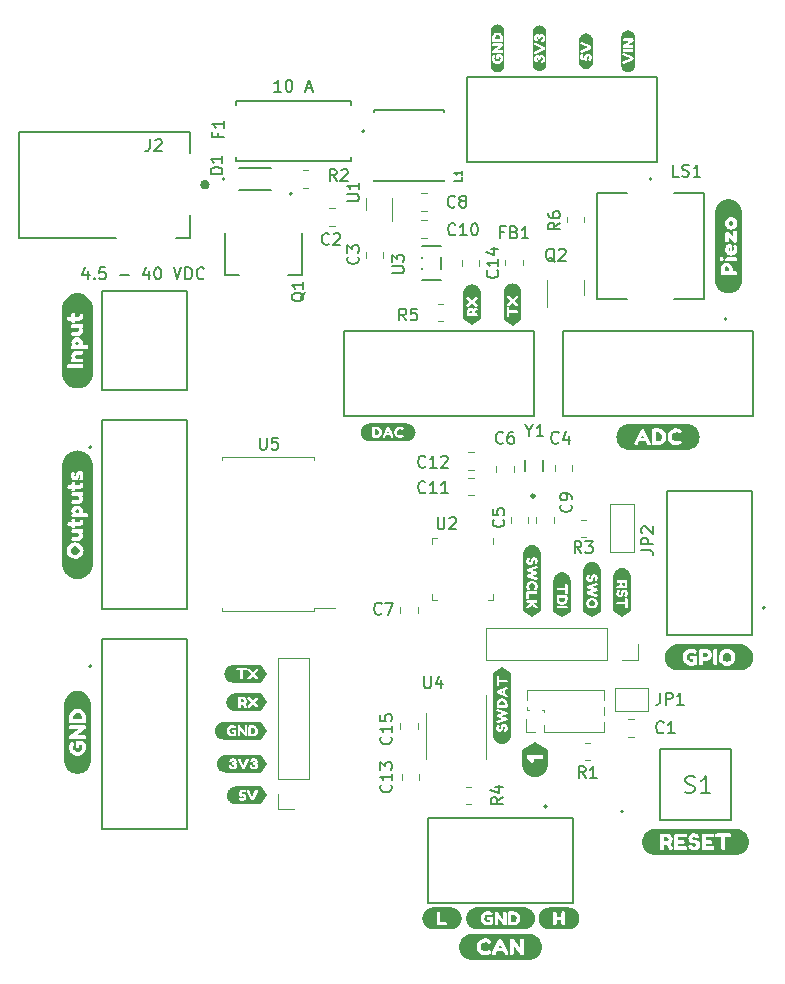
<source format=gbr>
%TF.GenerationSoftware,KiCad,Pcbnew,7.0.6-0*%
%TF.CreationDate,2023-09-14T16:42:19+10:00*%
%TF.ProjectId,u-nit,752d6e69-742e-46b6-9963-61645f706362,1.0*%
%TF.SameCoordinates,Original*%
%TF.FileFunction,Legend,Top*%
%TF.FilePolarity,Positive*%
%FSLAX46Y46*%
G04 Gerber Fmt 4.6, Leading zero omitted, Abs format (unit mm)*
G04 Created by KiCad (PCBNEW 7.0.6-0) date 2023-09-14 16:42:19*
%MOMM*%
%LPD*%
G01*
G04 APERTURE LIST*
%ADD10C,0.150000*%
%ADD11C,0.120000*%
%ADD12C,0.127000*%
%ADD13C,0.200000*%
%ADD14C,0.300000*%
%ADD15C,0.152400*%
%ADD16C,0.400000*%
G04 APERTURE END LIST*
D10*
X113476369Y-81596748D02*
X113476369Y-82263415D01*
X113238274Y-81215796D02*
X113000179Y-81930081D01*
X113000179Y-81930081D02*
X113619226Y-81930081D01*
X114000179Y-82168176D02*
X114047798Y-82215796D01*
X114047798Y-82215796D02*
X114000179Y-82263415D01*
X114000179Y-82263415D02*
X113952560Y-82215796D01*
X113952560Y-82215796D02*
X114000179Y-82168176D01*
X114000179Y-82168176D02*
X114000179Y-82263415D01*
X114952559Y-81263415D02*
X114476369Y-81263415D01*
X114476369Y-81263415D02*
X114428750Y-81739605D01*
X114428750Y-81739605D02*
X114476369Y-81691986D01*
X114476369Y-81691986D02*
X114571607Y-81644367D01*
X114571607Y-81644367D02*
X114809702Y-81644367D01*
X114809702Y-81644367D02*
X114904940Y-81691986D01*
X114904940Y-81691986D02*
X114952559Y-81739605D01*
X114952559Y-81739605D02*
X115000178Y-81834843D01*
X115000178Y-81834843D02*
X115000178Y-82072938D01*
X115000178Y-82072938D02*
X114952559Y-82168176D01*
X114952559Y-82168176D02*
X114904940Y-82215796D01*
X114904940Y-82215796D02*
X114809702Y-82263415D01*
X114809702Y-82263415D02*
X114571607Y-82263415D01*
X114571607Y-82263415D02*
X114476369Y-82215796D01*
X114476369Y-82215796D02*
X114428750Y-82168176D01*
X116190655Y-81882462D02*
X116952560Y-81882462D01*
X118619226Y-81596748D02*
X118619226Y-82263415D01*
X118381131Y-81215796D02*
X118143036Y-81930081D01*
X118143036Y-81930081D02*
X118762083Y-81930081D01*
X119333512Y-81263415D02*
X119428750Y-81263415D01*
X119428750Y-81263415D02*
X119523988Y-81311034D01*
X119523988Y-81311034D02*
X119571607Y-81358653D01*
X119571607Y-81358653D02*
X119619226Y-81453891D01*
X119619226Y-81453891D02*
X119666845Y-81644367D01*
X119666845Y-81644367D02*
X119666845Y-81882462D01*
X119666845Y-81882462D02*
X119619226Y-82072938D01*
X119619226Y-82072938D02*
X119571607Y-82168176D01*
X119571607Y-82168176D02*
X119523988Y-82215796D01*
X119523988Y-82215796D02*
X119428750Y-82263415D01*
X119428750Y-82263415D02*
X119333512Y-82263415D01*
X119333512Y-82263415D02*
X119238274Y-82215796D01*
X119238274Y-82215796D02*
X119190655Y-82168176D01*
X119190655Y-82168176D02*
X119143036Y-82072938D01*
X119143036Y-82072938D02*
X119095417Y-81882462D01*
X119095417Y-81882462D02*
X119095417Y-81644367D01*
X119095417Y-81644367D02*
X119143036Y-81453891D01*
X119143036Y-81453891D02*
X119190655Y-81358653D01*
X119190655Y-81358653D02*
X119238274Y-81311034D01*
X119238274Y-81311034D02*
X119333512Y-81263415D01*
X120714465Y-81263415D02*
X121047798Y-82263415D01*
X121047798Y-82263415D02*
X121381131Y-81263415D01*
X121714465Y-82263415D02*
X121714465Y-81263415D01*
X121714465Y-81263415D02*
X121952560Y-81263415D01*
X121952560Y-81263415D02*
X122095417Y-81311034D01*
X122095417Y-81311034D02*
X122190655Y-81406272D01*
X122190655Y-81406272D02*
X122238274Y-81501510D01*
X122238274Y-81501510D02*
X122285893Y-81691986D01*
X122285893Y-81691986D02*
X122285893Y-81834843D01*
X122285893Y-81834843D02*
X122238274Y-82025319D01*
X122238274Y-82025319D02*
X122190655Y-82120557D01*
X122190655Y-82120557D02*
X122095417Y-82215796D01*
X122095417Y-82215796D02*
X121952560Y-82263415D01*
X121952560Y-82263415D02*
X121714465Y-82263415D01*
X123285893Y-82168176D02*
X123238274Y-82215796D01*
X123238274Y-82215796D02*
X123095417Y-82263415D01*
X123095417Y-82263415D02*
X123000179Y-82263415D01*
X123000179Y-82263415D02*
X122857322Y-82215796D01*
X122857322Y-82215796D02*
X122762084Y-82120557D01*
X122762084Y-82120557D02*
X122714465Y-82025319D01*
X122714465Y-82025319D02*
X122666846Y-81834843D01*
X122666846Y-81834843D02*
X122666846Y-81691986D01*
X122666846Y-81691986D02*
X122714465Y-81501510D01*
X122714465Y-81501510D02*
X122762084Y-81406272D01*
X122762084Y-81406272D02*
X122857322Y-81311034D01*
X122857322Y-81311034D02*
X123000179Y-81263415D01*
X123000179Y-81263415D02*
X123095417Y-81263415D01*
X123095417Y-81263415D02*
X123238274Y-81311034D01*
X123238274Y-81311034D02*
X123285893Y-81358653D01*
X129827607Y-66388415D02*
X129256179Y-66388415D01*
X129541893Y-66388415D02*
X129541893Y-65388415D01*
X129541893Y-65388415D02*
X129446655Y-65531272D01*
X129446655Y-65531272D02*
X129351417Y-65626510D01*
X129351417Y-65626510D02*
X129256179Y-65674129D01*
X130446655Y-65388415D02*
X130541893Y-65388415D01*
X130541893Y-65388415D02*
X130637131Y-65436034D01*
X130637131Y-65436034D02*
X130684750Y-65483653D01*
X130684750Y-65483653D02*
X130732369Y-65578891D01*
X130732369Y-65578891D02*
X130779988Y-65769367D01*
X130779988Y-65769367D02*
X130779988Y-66007462D01*
X130779988Y-66007462D02*
X130732369Y-66197938D01*
X130732369Y-66197938D02*
X130684750Y-66293176D01*
X130684750Y-66293176D02*
X130637131Y-66340796D01*
X130637131Y-66340796D02*
X130541893Y-66388415D01*
X130541893Y-66388415D02*
X130446655Y-66388415D01*
X130446655Y-66388415D02*
X130351417Y-66340796D01*
X130351417Y-66340796D02*
X130303798Y-66293176D01*
X130303798Y-66293176D02*
X130256179Y-66197938D01*
X130256179Y-66197938D02*
X130208560Y-66007462D01*
X130208560Y-66007462D02*
X130208560Y-65769367D01*
X130208560Y-65769367D02*
X130256179Y-65578891D01*
X130256179Y-65578891D02*
X130303798Y-65483653D01*
X130303798Y-65483653D02*
X130351417Y-65436034D01*
X130351417Y-65436034D02*
X130446655Y-65388415D01*
X131922846Y-66102700D02*
X132399036Y-66102700D01*
X131827608Y-66388415D02*
X132160941Y-65388415D01*
X132160941Y-65388415D02*
X132494274Y-66388415D01*
X148122599Y-81522953D02*
X148170219Y-81570572D01*
X148170219Y-81570572D02*
X148217838Y-81713429D01*
X148217838Y-81713429D02*
X148217838Y-81808667D01*
X148217838Y-81808667D02*
X148170219Y-81951524D01*
X148170219Y-81951524D02*
X148074980Y-82046762D01*
X148074980Y-82046762D02*
X147979742Y-82094381D01*
X147979742Y-82094381D02*
X147789266Y-82142000D01*
X147789266Y-82142000D02*
X147646409Y-82142000D01*
X147646409Y-82142000D02*
X147455933Y-82094381D01*
X147455933Y-82094381D02*
X147360695Y-82046762D01*
X147360695Y-82046762D02*
X147265457Y-81951524D01*
X147265457Y-81951524D02*
X147217838Y-81808667D01*
X147217838Y-81808667D02*
X147217838Y-81713429D01*
X147217838Y-81713429D02*
X147265457Y-81570572D01*
X147265457Y-81570572D02*
X147313076Y-81522953D01*
X148217838Y-80570572D02*
X148217838Y-81142000D01*
X148217838Y-80856286D02*
X147217838Y-80856286D01*
X147217838Y-80856286D02*
X147360695Y-80951524D01*
X147360695Y-80951524D02*
X147455933Y-81046762D01*
X147455933Y-81046762D02*
X147503552Y-81142000D01*
X147551171Y-79713429D02*
X148217838Y-79713429D01*
X147170219Y-79951524D02*
X147884504Y-80189619D01*
X147884504Y-80189619D02*
X147884504Y-79570572D01*
X143064114Y-102422415D02*
X143064114Y-103231938D01*
X143064114Y-103231938D02*
X143111733Y-103327176D01*
X143111733Y-103327176D02*
X143159352Y-103374796D01*
X143159352Y-103374796D02*
X143254590Y-103422415D01*
X143254590Y-103422415D02*
X143445066Y-103422415D01*
X143445066Y-103422415D02*
X143540304Y-103374796D01*
X143540304Y-103374796D02*
X143587923Y-103327176D01*
X143587923Y-103327176D02*
X143635542Y-103231938D01*
X143635542Y-103231938D02*
X143635542Y-102422415D01*
X144064114Y-102517653D02*
X144111733Y-102470034D01*
X144111733Y-102470034D02*
X144206971Y-102422415D01*
X144206971Y-102422415D02*
X144445066Y-102422415D01*
X144445066Y-102422415D02*
X144540304Y-102470034D01*
X144540304Y-102470034D02*
X144587923Y-102517653D01*
X144587923Y-102517653D02*
X144635542Y-102612891D01*
X144635542Y-102612891D02*
X144635542Y-102708129D01*
X144635542Y-102708129D02*
X144587923Y-102850986D01*
X144587923Y-102850986D02*
X144016495Y-103422415D01*
X144016495Y-103422415D02*
X144635542Y-103422415D01*
X138325352Y-110566176D02*
X138277733Y-110613796D01*
X138277733Y-110613796D02*
X138134876Y-110661415D01*
X138134876Y-110661415D02*
X138039638Y-110661415D01*
X138039638Y-110661415D02*
X137896781Y-110613796D01*
X137896781Y-110613796D02*
X137801543Y-110518557D01*
X137801543Y-110518557D02*
X137753924Y-110423319D01*
X137753924Y-110423319D02*
X137706305Y-110232843D01*
X137706305Y-110232843D02*
X137706305Y-110089986D01*
X137706305Y-110089986D02*
X137753924Y-109899510D01*
X137753924Y-109899510D02*
X137801543Y-109804272D01*
X137801543Y-109804272D02*
X137896781Y-109709034D01*
X137896781Y-109709034D02*
X138039638Y-109661415D01*
X138039638Y-109661415D02*
X138134876Y-109661415D01*
X138134876Y-109661415D02*
X138277733Y-109709034D01*
X138277733Y-109709034D02*
X138325352Y-109756653D01*
X138658686Y-109661415D02*
X139325352Y-109661415D01*
X139325352Y-109661415D02*
X138896781Y-110661415D01*
X144576161Y-78445676D02*
X144528542Y-78493296D01*
X144528542Y-78493296D02*
X144385685Y-78540915D01*
X144385685Y-78540915D02*
X144290447Y-78540915D01*
X144290447Y-78540915D02*
X144147590Y-78493296D01*
X144147590Y-78493296D02*
X144052352Y-78398057D01*
X144052352Y-78398057D02*
X144004733Y-78302819D01*
X144004733Y-78302819D02*
X143957114Y-78112343D01*
X143957114Y-78112343D02*
X143957114Y-77969486D01*
X143957114Y-77969486D02*
X144004733Y-77779010D01*
X144004733Y-77779010D02*
X144052352Y-77683772D01*
X144052352Y-77683772D02*
X144147590Y-77588534D01*
X144147590Y-77588534D02*
X144290447Y-77540915D01*
X144290447Y-77540915D02*
X144385685Y-77540915D01*
X144385685Y-77540915D02*
X144528542Y-77588534D01*
X144528542Y-77588534D02*
X144576161Y-77636153D01*
X145528542Y-78540915D02*
X144957114Y-78540915D01*
X145242828Y-78540915D02*
X145242828Y-77540915D01*
X145242828Y-77540915D02*
X145147590Y-77683772D01*
X145147590Y-77683772D02*
X145052352Y-77779010D01*
X145052352Y-77779010D02*
X144957114Y-77826629D01*
X146147590Y-77540915D02*
X146242828Y-77540915D01*
X146242828Y-77540915D02*
X146338066Y-77588534D01*
X146338066Y-77588534D02*
X146385685Y-77636153D01*
X146385685Y-77636153D02*
X146433304Y-77731391D01*
X146433304Y-77731391D02*
X146480923Y-77921867D01*
X146480923Y-77921867D02*
X146480923Y-78159962D01*
X146480923Y-78159962D02*
X146433304Y-78350438D01*
X146433304Y-78350438D02*
X146385685Y-78445676D01*
X146385685Y-78445676D02*
X146338066Y-78493296D01*
X146338066Y-78493296D02*
X146242828Y-78540915D01*
X146242828Y-78540915D02*
X146147590Y-78540915D01*
X146147590Y-78540915D02*
X146052352Y-78493296D01*
X146052352Y-78493296D02*
X146004733Y-78445676D01*
X146004733Y-78445676D02*
X145957114Y-78350438D01*
X145957114Y-78350438D02*
X145909495Y-78159962D01*
X145909495Y-78159962D02*
X145909495Y-77921867D01*
X145909495Y-77921867D02*
X145957114Y-77731391D01*
X145957114Y-77731391D02*
X146004733Y-77636153D01*
X146004733Y-77636153D02*
X146052352Y-77588534D01*
X146052352Y-77588534D02*
X146147590Y-77540915D01*
X148630599Y-102626262D02*
X148678219Y-102673881D01*
X148678219Y-102673881D02*
X148725838Y-102816738D01*
X148725838Y-102816738D02*
X148725838Y-102911976D01*
X148725838Y-102911976D02*
X148678219Y-103054833D01*
X148678219Y-103054833D02*
X148582980Y-103150071D01*
X148582980Y-103150071D02*
X148487742Y-103197690D01*
X148487742Y-103197690D02*
X148297266Y-103245309D01*
X148297266Y-103245309D02*
X148154409Y-103245309D01*
X148154409Y-103245309D02*
X147963933Y-103197690D01*
X147963933Y-103197690D02*
X147868695Y-103150071D01*
X147868695Y-103150071D02*
X147773457Y-103054833D01*
X147773457Y-103054833D02*
X147725838Y-102911976D01*
X147725838Y-102911976D02*
X147725838Y-102816738D01*
X147725838Y-102816738D02*
X147773457Y-102673881D01*
X147773457Y-102673881D02*
X147821076Y-102626262D01*
X147725838Y-101721500D02*
X147725838Y-102197690D01*
X147725838Y-102197690D02*
X148202028Y-102245309D01*
X148202028Y-102245309D02*
X148154409Y-102197690D01*
X148154409Y-102197690D02*
X148106790Y-102102452D01*
X148106790Y-102102452D02*
X148106790Y-101864357D01*
X148106790Y-101864357D02*
X148154409Y-101769119D01*
X148154409Y-101769119D02*
X148202028Y-101721500D01*
X148202028Y-101721500D02*
X148297266Y-101673881D01*
X148297266Y-101673881D02*
X148535361Y-101673881D01*
X148535361Y-101673881D02*
X148630599Y-101721500D01*
X148630599Y-101721500D02*
X148678219Y-101769119D01*
X148678219Y-101769119D02*
X148725838Y-101864357D01*
X148725838Y-101864357D02*
X148725838Y-102102452D01*
X148725838Y-102102452D02*
X148678219Y-102197690D01*
X148678219Y-102197690D02*
X148630599Y-102245309D01*
X142040161Y-98120176D02*
X141992542Y-98167796D01*
X141992542Y-98167796D02*
X141849685Y-98215415D01*
X141849685Y-98215415D02*
X141754447Y-98215415D01*
X141754447Y-98215415D02*
X141611590Y-98167796D01*
X141611590Y-98167796D02*
X141516352Y-98072557D01*
X141516352Y-98072557D02*
X141468733Y-97977319D01*
X141468733Y-97977319D02*
X141421114Y-97786843D01*
X141421114Y-97786843D02*
X141421114Y-97643986D01*
X141421114Y-97643986D02*
X141468733Y-97453510D01*
X141468733Y-97453510D02*
X141516352Y-97358272D01*
X141516352Y-97358272D02*
X141611590Y-97263034D01*
X141611590Y-97263034D02*
X141754447Y-97215415D01*
X141754447Y-97215415D02*
X141849685Y-97215415D01*
X141849685Y-97215415D02*
X141992542Y-97263034D01*
X141992542Y-97263034D02*
X142040161Y-97310653D01*
X142992542Y-98215415D02*
X142421114Y-98215415D01*
X142706828Y-98215415D02*
X142706828Y-97215415D01*
X142706828Y-97215415D02*
X142611590Y-97358272D01*
X142611590Y-97358272D02*
X142516352Y-97453510D01*
X142516352Y-97453510D02*
X142421114Y-97501129D01*
X143373495Y-97310653D02*
X143421114Y-97263034D01*
X143421114Y-97263034D02*
X143516352Y-97215415D01*
X143516352Y-97215415D02*
X143754447Y-97215415D01*
X143754447Y-97215415D02*
X143849685Y-97263034D01*
X143849685Y-97263034D02*
X143897304Y-97310653D01*
X143897304Y-97310653D02*
X143944923Y-97405891D01*
X143944923Y-97405891D02*
X143944923Y-97501129D01*
X143944923Y-97501129D02*
X143897304Y-97643986D01*
X143897304Y-97643986D02*
X143325876Y-98215415D01*
X143325876Y-98215415D02*
X143944923Y-98215415D01*
X133880352Y-79273676D02*
X133832733Y-79321296D01*
X133832733Y-79321296D02*
X133689876Y-79368915D01*
X133689876Y-79368915D02*
X133594638Y-79368915D01*
X133594638Y-79368915D02*
X133451781Y-79321296D01*
X133451781Y-79321296D02*
X133356543Y-79226057D01*
X133356543Y-79226057D02*
X133308924Y-79130819D01*
X133308924Y-79130819D02*
X133261305Y-78940343D01*
X133261305Y-78940343D02*
X133261305Y-78797486D01*
X133261305Y-78797486D02*
X133308924Y-78607010D01*
X133308924Y-78607010D02*
X133356543Y-78511772D01*
X133356543Y-78511772D02*
X133451781Y-78416534D01*
X133451781Y-78416534D02*
X133594638Y-78368915D01*
X133594638Y-78368915D02*
X133689876Y-78368915D01*
X133689876Y-78368915D02*
X133832733Y-78416534D01*
X133832733Y-78416534D02*
X133880352Y-78464153D01*
X134261305Y-78464153D02*
X134308924Y-78416534D01*
X134308924Y-78416534D02*
X134404162Y-78368915D01*
X134404162Y-78368915D02*
X134642257Y-78368915D01*
X134642257Y-78368915D02*
X134737495Y-78416534D01*
X134737495Y-78416534D02*
X134785114Y-78464153D01*
X134785114Y-78464153D02*
X134832733Y-78559391D01*
X134832733Y-78559391D02*
X134832733Y-78654629D01*
X134832733Y-78654629D02*
X134785114Y-78797486D01*
X134785114Y-78797486D02*
X134213686Y-79368915D01*
X134213686Y-79368915D02*
X134832733Y-79368915D01*
X145140795Y-73620762D02*
X145140795Y-73925524D01*
X145140795Y-73925524D02*
X144500795Y-73925524D01*
X145140795Y-73072190D02*
X145140795Y-73437905D01*
X145140795Y-73255048D02*
X144500795Y-73255048D01*
X144500795Y-73255048D02*
X144592223Y-73316000D01*
X144592223Y-73316000D02*
X144653176Y-73376952D01*
X144653176Y-73376952D02*
X144683652Y-73437905D01*
X161915685Y-117281415D02*
X161915685Y-117995700D01*
X161915685Y-117995700D02*
X161868066Y-118138557D01*
X161868066Y-118138557D02*
X161772828Y-118233796D01*
X161772828Y-118233796D02*
X161629971Y-118281415D01*
X161629971Y-118281415D02*
X161534733Y-118281415D01*
X162391876Y-118281415D02*
X162391876Y-117281415D01*
X162391876Y-117281415D02*
X162772828Y-117281415D01*
X162772828Y-117281415D02*
X162868066Y-117329034D01*
X162868066Y-117329034D02*
X162915685Y-117376653D01*
X162915685Y-117376653D02*
X162963304Y-117471891D01*
X162963304Y-117471891D02*
X162963304Y-117614748D01*
X162963304Y-117614748D02*
X162915685Y-117709986D01*
X162915685Y-117709986D02*
X162868066Y-117757605D01*
X162868066Y-117757605D02*
X162772828Y-117805224D01*
X162772828Y-117805224D02*
X162391876Y-117805224D01*
X163915685Y-118281415D02*
X163344257Y-118281415D01*
X163629971Y-118281415D02*
X163629971Y-117281415D01*
X163629971Y-117281415D02*
X163534733Y-117424272D01*
X163534733Y-117424272D02*
X163439495Y-117519510D01*
X163439495Y-117519510D02*
X163344257Y-117567129D01*
X155597352Y-124504415D02*
X155264019Y-124028224D01*
X155025924Y-124504415D02*
X155025924Y-123504415D01*
X155025924Y-123504415D02*
X155406876Y-123504415D01*
X155406876Y-123504415D02*
X155502114Y-123552034D01*
X155502114Y-123552034D02*
X155549733Y-123599653D01*
X155549733Y-123599653D02*
X155597352Y-123694891D01*
X155597352Y-123694891D02*
X155597352Y-123837748D01*
X155597352Y-123837748D02*
X155549733Y-123932986D01*
X155549733Y-123932986D02*
X155502114Y-123980605D01*
X155502114Y-123980605D02*
X155406876Y-124028224D01*
X155406876Y-124028224D02*
X155025924Y-124028224D01*
X156549733Y-124504415D02*
X155978305Y-124504415D01*
X156264019Y-124504415D02*
X156264019Y-123504415D01*
X156264019Y-123504415D02*
X156168781Y-123647272D01*
X156168781Y-123647272D02*
X156073543Y-123742510D01*
X156073543Y-123742510D02*
X155978305Y-123790129D01*
X148575338Y-126121262D02*
X148099147Y-126454595D01*
X148575338Y-126692690D02*
X147575338Y-126692690D01*
X147575338Y-126692690D02*
X147575338Y-126311738D01*
X147575338Y-126311738D02*
X147622957Y-126216500D01*
X147622957Y-126216500D02*
X147670576Y-126168881D01*
X147670576Y-126168881D02*
X147765814Y-126121262D01*
X147765814Y-126121262D02*
X147908671Y-126121262D01*
X147908671Y-126121262D02*
X148003909Y-126168881D01*
X148003909Y-126168881D02*
X148051528Y-126216500D01*
X148051528Y-126216500D02*
X148099147Y-126311738D01*
X148099147Y-126311738D02*
X148099147Y-126692690D01*
X147908671Y-125264119D02*
X148575338Y-125264119D01*
X147527719Y-125502214D02*
X148242004Y-125740309D01*
X148242004Y-125740309D02*
X148242004Y-125121262D01*
X139105599Y-125073453D02*
X139153219Y-125121072D01*
X139153219Y-125121072D02*
X139200838Y-125263929D01*
X139200838Y-125263929D02*
X139200838Y-125359167D01*
X139200838Y-125359167D02*
X139153219Y-125502024D01*
X139153219Y-125502024D02*
X139057980Y-125597262D01*
X139057980Y-125597262D02*
X138962742Y-125644881D01*
X138962742Y-125644881D02*
X138772266Y-125692500D01*
X138772266Y-125692500D02*
X138629409Y-125692500D01*
X138629409Y-125692500D02*
X138438933Y-125644881D01*
X138438933Y-125644881D02*
X138343695Y-125597262D01*
X138343695Y-125597262D02*
X138248457Y-125502024D01*
X138248457Y-125502024D02*
X138200838Y-125359167D01*
X138200838Y-125359167D02*
X138200838Y-125263929D01*
X138200838Y-125263929D02*
X138248457Y-125121072D01*
X138248457Y-125121072D02*
X138296076Y-125073453D01*
X139200838Y-124121072D02*
X139200838Y-124692500D01*
X139200838Y-124406786D02*
X138200838Y-124406786D01*
X138200838Y-124406786D02*
X138343695Y-124502024D01*
X138343695Y-124502024D02*
X138438933Y-124597262D01*
X138438933Y-124597262D02*
X138486552Y-124692500D01*
X138200838Y-123787738D02*
X138200838Y-123168691D01*
X138200838Y-123168691D02*
X138581790Y-123502024D01*
X138581790Y-123502024D02*
X138581790Y-123359167D01*
X138581790Y-123359167D02*
X138629409Y-123263929D01*
X138629409Y-123263929D02*
X138677028Y-123216310D01*
X138677028Y-123216310D02*
X138772266Y-123168691D01*
X138772266Y-123168691D02*
X139010361Y-123168691D01*
X139010361Y-123168691D02*
X139105599Y-123216310D01*
X139105599Y-123216310D02*
X139153219Y-123263929D01*
X139153219Y-123263929D02*
X139200838Y-123359167D01*
X139200838Y-123359167D02*
X139200838Y-123644881D01*
X139200838Y-123644881D02*
X139153219Y-123740119D01*
X139153219Y-123740119D02*
X139105599Y-123787738D01*
X141921114Y-115884415D02*
X141921114Y-116693938D01*
X141921114Y-116693938D02*
X141968733Y-116789176D01*
X141968733Y-116789176D02*
X142016352Y-116836796D01*
X142016352Y-116836796D02*
X142111590Y-116884415D01*
X142111590Y-116884415D02*
X142302066Y-116884415D01*
X142302066Y-116884415D02*
X142397304Y-116836796D01*
X142397304Y-116836796D02*
X142444923Y-116789176D01*
X142444923Y-116789176D02*
X142492542Y-116693938D01*
X142492542Y-116693938D02*
X142492542Y-115884415D01*
X143397304Y-116217748D02*
X143397304Y-116884415D01*
X143159209Y-115836796D02*
X142921114Y-116551081D01*
X142921114Y-116551081D02*
X143540161Y-116551081D01*
X148707685Y-78271105D02*
X148374352Y-78271105D01*
X148374352Y-78794915D02*
X148374352Y-77794915D01*
X148374352Y-77794915D02*
X148850542Y-77794915D01*
X149564828Y-78271105D02*
X149707685Y-78318724D01*
X149707685Y-78318724D02*
X149755304Y-78366343D01*
X149755304Y-78366343D02*
X149802923Y-78461581D01*
X149802923Y-78461581D02*
X149802923Y-78604438D01*
X149802923Y-78604438D02*
X149755304Y-78699676D01*
X149755304Y-78699676D02*
X149707685Y-78747296D01*
X149707685Y-78747296D02*
X149612447Y-78794915D01*
X149612447Y-78794915D02*
X149231495Y-78794915D01*
X149231495Y-78794915D02*
X149231495Y-77794915D01*
X149231495Y-77794915D02*
X149564828Y-77794915D01*
X149564828Y-77794915D02*
X149660066Y-77842534D01*
X149660066Y-77842534D02*
X149707685Y-77890153D01*
X149707685Y-77890153D02*
X149755304Y-77985391D01*
X149755304Y-77985391D02*
X149755304Y-78080629D01*
X149755304Y-78080629D02*
X149707685Y-78175867D01*
X149707685Y-78175867D02*
X149660066Y-78223486D01*
X149660066Y-78223486D02*
X149564828Y-78271105D01*
X149564828Y-78271105D02*
X149231495Y-78271105D01*
X150755304Y-78794915D02*
X150183876Y-78794915D01*
X150469590Y-78794915D02*
X150469590Y-77794915D01*
X150469590Y-77794915D02*
X150374352Y-77937772D01*
X150374352Y-77937772D02*
X150279114Y-78033010D01*
X150279114Y-78033010D02*
X150183876Y-78080629D01*
X124849838Y-73352690D02*
X123849838Y-73352690D01*
X123849838Y-73352690D02*
X123849838Y-73114595D01*
X123849838Y-73114595D02*
X123897457Y-72971738D01*
X123897457Y-72971738D02*
X123992695Y-72876500D01*
X123992695Y-72876500D02*
X124087933Y-72828881D01*
X124087933Y-72828881D02*
X124278409Y-72781262D01*
X124278409Y-72781262D02*
X124421266Y-72781262D01*
X124421266Y-72781262D02*
X124611742Y-72828881D01*
X124611742Y-72828881D02*
X124706980Y-72876500D01*
X124706980Y-72876500D02*
X124802219Y-72971738D01*
X124802219Y-72971738D02*
X124849838Y-73114595D01*
X124849838Y-73114595D02*
X124849838Y-73352690D01*
X124849838Y-71828881D02*
X124849838Y-72400309D01*
X124849838Y-72114595D02*
X123849838Y-72114595D01*
X123849838Y-72114595D02*
X123992695Y-72209833D01*
X123992695Y-72209833D02*
X124087933Y-72305071D01*
X124087933Y-72305071D02*
X124135552Y-72400309D01*
X153001780Y-80784653D02*
X152906542Y-80737034D01*
X152906542Y-80737034D02*
X152811304Y-80641796D01*
X152811304Y-80641796D02*
X152668447Y-80498938D01*
X152668447Y-80498938D02*
X152573209Y-80451319D01*
X152573209Y-80451319D02*
X152477971Y-80451319D01*
X152525590Y-80689415D02*
X152430352Y-80641796D01*
X152430352Y-80641796D02*
X152335114Y-80546557D01*
X152335114Y-80546557D02*
X152287495Y-80356081D01*
X152287495Y-80356081D02*
X152287495Y-80022748D01*
X152287495Y-80022748D02*
X152335114Y-79832272D01*
X152335114Y-79832272D02*
X152430352Y-79737034D01*
X152430352Y-79737034D02*
X152525590Y-79689415D01*
X152525590Y-79689415D02*
X152716066Y-79689415D01*
X152716066Y-79689415D02*
X152811304Y-79737034D01*
X152811304Y-79737034D02*
X152906542Y-79832272D01*
X152906542Y-79832272D02*
X152954161Y-80022748D01*
X152954161Y-80022748D02*
X152954161Y-80356081D01*
X152954161Y-80356081D02*
X152906542Y-80546557D01*
X152906542Y-80546557D02*
X152811304Y-80641796D01*
X152811304Y-80641796D02*
X152716066Y-80689415D01*
X152716066Y-80689415D02*
X152525590Y-80689415D01*
X153335114Y-79784653D02*
X153382733Y-79737034D01*
X153382733Y-79737034D02*
X153477971Y-79689415D01*
X153477971Y-79689415D02*
X153716066Y-79689415D01*
X153716066Y-79689415D02*
X153811304Y-79737034D01*
X153811304Y-79737034D02*
X153858923Y-79784653D01*
X153858923Y-79784653D02*
X153906542Y-79879891D01*
X153906542Y-79879891D02*
X153906542Y-79975129D01*
X153906542Y-79975129D02*
X153858923Y-80117986D01*
X153858923Y-80117986D02*
X153287495Y-80689415D01*
X153287495Y-80689415D02*
X153906542Y-80689415D01*
X155239852Y-105453415D02*
X154906519Y-104977224D01*
X154668424Y-105453415D02*
X154668424Y-104453415D01*
X154668424Y-104453415D02*
X155049376Y-104453415D01*
X155049376Y-104453415D02*
X155144614Y-104501034D01*
X155144614Y-104501034D02*
X155192233Y-104548653D01*
X155192233Y-104548653D02*
X155239852Y-104643891D01*
X155239852Y-104643891D02*
X155239852Y-104786748D01*
X155239852Y-104786748D02*
X155192233Y-104881986D01*
X155192233Y-104881986D02*
X155144614Y-104929605D01*
X155144614Y-104929605D02*
X155049376Y-104977224D01*
X155049376Y-104977224D02*
X154668424Y-104977224D01*
X155573186Y-104453415D02*
X156192233Y-104453415D01*
X156192233Y-104453415D02*
X155858900Y-104834367D01*
X155858900Y-104834367D02*
X156001757Y-104834367D01*
X156001757Y-104834367D02*
X156096995Y-104881986D01*
X156096995Y-104881986D02*
X156144614Y-104929605D01*
X156144614Y-104929605D02*
X156192233Y-105024843D01*
X156192233Y-105024843D02*
X156192233Y-105262938D01*
X156192233Y-105262938D02*
X156144614Y-105358176D01*
X156144614Y-105358176D02*
X156096995Y-105405796D01*
X156096995Y-105405796D02*
X156001757Y-105453415D01*
X156001757Y-105453415D02*
X155716043Y-105453415D01*
X155716043Y-105453415D02*
X155620805Y-105405796D01*
X155620805Y-105405796D02*
X155573186Y-105358176D01*
X134515352Y-73958415D02*
X134182019Y-73482224D01*
X133943924Y-73958415D02*
X133943924Y-72958415D01*
X133943924Y-72958415D02*
X134324876Y-72958415D01*
X134324876Y-72958415D02*
X134420114Y-73006034D01*
X134420114Y-73006034D02*
X134467733Y-73053653D01*
X134467733Y-73053653D02*
X134515352Y-73148891D01*
X134515352Y-73148891D02*
X134515352Y-73291748D01*
X134515352Y-73291748D02*
X134467733Y-73386986D01*
X134467733Y-73386986D02*
X134420114Y-73434605D01*
X134420114Y-73434605D02*
X134324876Y-73482224D01*
X134324876Y-73482224D02*
X133943924Y-73482224D01*
X134896305Y-73053653D02*
X134943924Y-73006034D01*
X134943924Y-73006034D02*
X135039162Y-72958415D01*
X135039162Y-72958415D02*
X135277257Y-72958415D01*
X135277257Y-72958415D02*
X135372495Y-73006034D01*
X135372495Y-73006034D02*
X135420114Y-73053653D01*
X135420114Y-73053653D02*
X135467733Y-73148891D01*
X135467733Y-73148891D02*
X135467733Y-73244129D01*
X135467733Y-73244129D02*
X135420114Y-73386986D01*
X135420114Y-73386986D02*
X134848686Y-73958415D01*
X134848686Y-73958415D02*
X135467733Y-73958415D01*
X135402838Y-75662500D02*
X136212361Y-75662500D01*
X136212361Y-75662500D02*
X136307599Y-75614881D01*
X136307599Y-75614881D02*
X136355219Y-75567262D01*
X136355219Y-75567262D02*
X136402838Y-75472024D01*
X136402838Y-75472024D02*
X136402838Y-75281548D01*
X136402838Y-75281548D02*
X136355219Y-75186310D01*
X136355219Y-75186310D02*
X136307599Y-75138691D01*
X136307599Y-75138691D02*
X136212361Y-75091072D01*
X136212361Y-75091072D02*
X135402838Y-75091072D01*
X136402838Y-74091072D02*
X136402838Y-74662500D01*
X136402838Y-74376786D02*
X135402838Y-74376786D01*
X135402838Y-74376786D02*
X135545695Y-74472024D01*
X135545695Y-74472024D02*
X135640933Y-74567262D01*
X135640933Y-74567262D02*
X135688552Y-74662500D01*
X140404352Y-85758915D02*
X140071019Y-85282724D01*
X139832924Y-85758915D02*
X139832924Y-84758915D01*
X139832924Y-84758915D02*
X140213876Y-84758915D01*
X140213876Y-84758915D02*
X140309114Y-84806534D01*
X140309114Y-84806534D02*
X140356733Y-84854153D01*
X140356733Y-84854153D02*
X140404352Y-84949391D01*
X140404352Y-84949391D02*
X140404352Y-85092248D01*
X140404352Y-85092248D02*
X140356733Y-85187486D01*
X140356733Y-85187486D02*
X140309114Y-85235105D01*
X140309114Y-85235105D02*
X140213876Y-85282724D01*
X140213876Y-85282724D02*
X139832924Y-85282724D01*
X141309114Y-84758915D02*
X140832924Y-84758915D01*
X140832924Y-84758915D02*
X140785305Y-85235105D01*
X140785305Y-85235105D02*
X140832924Y-85187486D01*
X140832924Y-85187486D02*
X140928162Y-85139867D01*
X140928162Y-85139867D02*
X141166257Y-85139867D01*
X141166257Y-85139867D02*
X141261495Y-85187486D01*
X141261495Y-85187486D02*
X141309114Y-85235105D01*
X141309114Y-85235105D02*
X141356733Y-85330343D01*
X141356733Y-85330343D02*
X141356733Y-85568438D01*
X141356733Y-85568438D02*
X141309114Y-85663676D01*
X141309114Y-85663676D02*
X141261495Y-85711296D01*
X141261495Y-85711296D02*
X141166257Y-85758915D01*
X141166257Y-85758915D02*
X140928162Y-85758915D01*
X140928162Y-85758915D02*
X140832924Y-85711296D01*
X140832924Y-85711296D02*
X140785305Y-85663676D01*
X160322338Y-105197929D02*
X161036623Y-105197929D01*
X161036623Y-105197929D02*
X161179480Y-105245548D01*
X161179480Y-105245548D02*
X161274719Y-105340786D01*
X161274719Y-105340786D02*
X161322338Y-105483643D01*
X161322338Y-105483643D02*
X161322338Y-105578881D01*
X161322338Y-104721738D02*
X160322338Y-104721738D01*
X160322338Y-104721738D02*
X160322338Y-104340786D01*
X160322338Y-104340786D02*
X160369957Y-104245548D01*
X160369957Y-104245548D02*
X160417576Y-104197929D01*
X160417576Y-104197929D02*
X160512814Y-104150310D01*
X160512814Y-104150310D02*
X160655671Y-104150310D01*
X160655671Y-104150310D02*
X160750909Y-104197929D01*
X160750909Y-104197929D02*
X160798528Y-104245548D01*
X160798528Y-104245548D02*
X160846147Y-104340786D01*
X160846147Y-104340786D02*
X160846147Y-104721738D01*
X160417576Y-103769357D02*
X160369957Y-103721738D01*
X160369957Y-103721738D02*
X160322338Y-103626500D01*
X160322338Y-103626500D02*
X160322338Y-103388405D01*
X160322338Y-103388405D02*
X160369957Y-103293167D01*
X160369957Y-103293167D02*
X160417576Y-103245548D01*
X160417576Y-103245548D02*
X160512814Y-103197929D01*
X160512814Y-103197929D02*
X160608052Y-103197929D01*
X160608052Y-103197929D02*
X160750909Y-103245548D01*
X160750909Y-103245548D02*
X161322338Y-103816976D01*
X161322338Y-103816976D02*
X161322338Y-103197929D01*
X124463528Y-69910429D02*
X124463528Y-70243762D01*
X124987338Y-70243762D02*
X123987338Y-70243762D01*
X123987338Y-70243762D02*
X123987338Y-69767572D01*
X124987338Y-68862810D02*
X124987338Y-69434238D01*
X124987338Y-69148524D02*
X123987338Y-69148524D01*
X123987338Y-69148524D02*
X124130195Y-69243762D01*
X124130195Y-69243762D02*
X124225433Y-69339000D01*
X124225433Y-69339000D02*
X124273052Y-69434238D01*
X150837828Y-95082724D02*
X150837828Y-95558915D01*
X150504495Y-94558915D02*
X150837828Y-95082724D01*
X150837828Y-95082724D02*
X151171161Y-94558915D01*
X152028304Y-95558915D02*
X151456876Y-95558915D01*
X151742590Y-95558915D02*
X151742590Y-94558915D01*
X151742590Y-94558915D02*
X151647352Y-94701772D01*
X151647352Y-94701772D02*
X151552114Y-94797010D01*
X151552114Y-94797010D02*
X151456876Y-94844629D01*
X139216838Y-81758500D02*
X140026361Y-81758500D01*
X140026361Y-81758500D02*
X140121599Y-81710881D01*
X140121599Y-81710881D02*
X140169219Y-81663262D01*
X140169219Y-81663262D02*
X140216838Y-81568024D01*
X140216838Y-81568024D02*
X140216838Y-81377548D01*
X140216838Y-81377548D02*
X140169219Y-81282310D01*
X140169219Y-81282310D02*
X140121599Y-81234691D01*
X140121599Y-81234691D02*
X140026361Y-81187072D01*
X140026361Y-81187072D02*
X139216838Y-81187072D01*
X139216838Y-80806119D02*
X139216838Y-80187072D01*
X139216838Y-80187072D02*
X139597790Y-80520405D01*
X139597790Y-80520405D02*
X139597790Y-80377548D01*
X139597790Y-80377548D02*
X139645409Y-80282310D01*
X139645409Y-80282310D02*
X139693028Y-80234691D01*
X139693028Y-80234691D02*
X139788266Y-80187072D01*
X139788266Y-80187072D02*
X140026361Y-80187072D01*
X140026361Y-80187072D02*
X140121599Y-80234691D01*
X140121599Y-80234691D02*
X140169219Y-80282310D01*
X140169219Y-80282310D02*
X140216838Y-80377548D01*
X140216838Y-80377548D02*
X140216838Y-80663262D01*
X140216838Y-80663262D02*
X140169219Y-80758500D01*
X140169219Y-80758500D02*
X140121599Y-80806119D01*
X148607352Y-96098676D02*
X148559733Y-96146296D01*
X148559733Y-96146296D02*
X148416876Y-96193915D01*
X148416876Y-96193915D02*
X148321638Y-96193915D01*
X148321638Y-96193915D02*
X148178781Y-96146296D01*
X148178781Y-96146296D02*
X148083543Y-96051057D01*
X148083543Y-96051057D02*
X148035924Y-95955819D01*
X148035924Y-95955819D02*
X147988305Y-95765343D01*
X147988305Y-95765343D02*
X147988305Y-95622486D01*
X147988305Y-95622486D02*
X148035924Y-95432010D01*
X148035924Y-95432010D02*
X148083543Y-95336772D01*
X148083543Y-95336772D02*
X148178781Y-95241534D01*
X148178781Y-95241534D02*
X148321638Y-95193915D01*
X148321638Y-95193915D02*
X148416876Y-95193915D01*
X148416876Y-95193915D02*
X148559733Y-95241534D01*
X148559733Y-95241534D02*
X148607352Y-95289153D01*
X149464495Y-95193915D02*
X149274019Y-95193915D01*
X149274019Y-95193915D02*
X149178781Y-95241534D01*
X149178781Y-95241534D02*
X149131162Y-95289153D01*
X149131162Y-95289153D02*
X149035924Y-95432010D01*
X149035924Y-95432010D02*
X148988305Y-95622486D01*
X148988305Y-95622486D02*
X148988305Y-96003438D01*
X148988305Y-96003438D02*
X149035924Y-96098676D01*
X149035924Y-96098676D02*
X149083543Y-96146296D01*
X149083543Y-96146296D02*
X149178781Y-96193915D01*
X149178781Y-96193915D02*
X149369257Y-96193915D01*
X149369257Y-96193915D02*
X149464495Y-96146296D01*
X149464495Y-96146296D02*
X149512114Y-96098676D01*
X149512114Y-96098676D02*
X149559733Y-96003438D01*
X149559733Y-96003438D02*
X149559733Y-95765343D01*
X149559733Y-95765343D02*
X149512114Y-95670105D01*
X149512114Y-95670105D02*
X149464495Y-95622486D01*
X149464495Y-95622486D02*
X149369257Y-95574867D01*
X149369257Y-95574867D02*
X149178781Y-95574867D01*
X149178781Y-95574867D02*
X149083543Y-95622486D01*
X149083543Y-95622486D02*
X149035924Y-95670105D01*
X149035924Y-95670105D02*
X148988305Y-95765343D01*
X144544352Y-76098676D02*
X144496733Y-76146296D01*
X144496733Y-76146296D02*
X144353876Y-76193915D01*
X144353876Y-76193915D02*
X144258638Y-76193915D01*
X144258638Y-76193915D02*
X144115781Y-76146296D01*
X144115781Y-76146296D02*
X144020543Y-76051057D01*
X144020543Y-76051057D02*
X143972924Y-75955819D01*
X143972924Y-75955819D02*
X143925305Y-75765343D01*
X143925305Y-75765343D02*
X143925305Y-75622486D01*
X143925305Y-75622486D02*
X143972924Y-75432010D01*
X143972924Y-75432010D02*
X144020543Y-75336772D01*
X144020543Y-75336772D02*
X144115781Y-75241534D01*
X144115781Y-75241534D02*
X144258638Y-75193915D01*
X144258638Y-75193915D02*
X144353876Y-75193915D01*
X144353876Y-75193915D02*
X144496733Y-75241534D01*
X144496733Y-75241534D02*
X144544352Y-75289153D01*
X145115781Y-75622486D02*
X145020543Y-75574867D01*
X145020543Y-75574867D02*
X144972924Y-75527248D01*
X144972924Y-75527248D02*
X144925305Y-75432010D01*
X144925305Y-75432010D02*
X144925305Y-75384391D01*
X144925305Y-75384391D02*
X144972924Y-75289153D01*
X144972924Y-75289153D02*
X145020543Y-75241534D01*
X145020543Y-75241534D02*
X145115781Y-75193915D01*
X145115781Y-75193915D02*
X145306257Y-75193915D01*
X145306257Y-75193915D02*
X145401495Y-75241534D01*
X145401495Y-75241534D02*
X145449114Y-75289153D01*
X145449114Y-75289153D02*
X145496733Y-75384391D01*
X145496733Y-75384391D02*
X145496733Y-75432010D01*
X145496733Y-75432010D02*
X145449114Y-75527248D01*
X145449114Y-75527248D02*
X145401495Y-75574867D01*
X145401495Y-75574867D02*
X145306257Y-75622486D01*
X145306257Y-75622486D02*
X145115781Y-75622486D01*
X145115781Y-75622486D02*
X145020543Y-75670105D01*
X145020543Y-75670105D02*
X144972924Y-75717724D01*
X144972924Y-75717724D02*
X144925305Y-75812962D01*
X144925305Y-75812962D02*
X144925305Y-76003438D01*
X144925305Y-76003438D02*
X144972924Y-76098676D01*
X144972924Y-76098676D02*
X145020543Y-76146296D01*
X145020543Y-76146296D02*
X145115781Y-76193915D01*
X145115781Y-76193915D02*
X145306257Y-76193915D01*
X145306257Y-76193915D02*
X145401495Y-76146296D01*
X145401495Y-76146296D02*
X145449114Y-76098676D01*
X145449114Y-76098676D02*
X145496733Y-76003438D01*
X145496733Y-76003438D02*
X145496733Y-75812962D01*
X145496733Y-75812962D02*
X145449114Y-75717724D01*
X145449114Y-75717724D02*
X145401495Y-75670105D01*
X145401495Y-75670105D02*
X145306257Y-75622486D01*
X128029114Y-95691415D02*
X128029114Y-96500938D01*
X128029114Y-96500938D02*
X128076733Y-96596176D01*
X128076733Y-96596176D02*
X128124352Y-96643796D01*
X128124352Y-96643796D02*
X128219590Y-96691415D01*
X128219590Y-96691415D02*
X128410066Y-96691415D01*
X128410066Y-96691415D02*
X128505304Y-96643796D01*
X128505304Y-96643796D02*
X128552923Y-96596176D01*
X128552923Y-96596176D02*
X128600542Y-96500938D01*
X128600542Y-96500938D02*
X128600542Y-95691415D01*
X129552923Y-95691415D02*
X129076733Y-95691415D01*
X129076733Y-95691415D02*
X129029114Y-96167605D01*
X129029114Y-96167605D02*
X129076733Y-96119986D01*
X129076733Y-96119986D02*
X129171971Y-96072367D01*
X129171971Y-96072367D02*
X129410066Y-96072367D01*
X129410066Y-96072367D02*
X129505304Y-96119986D01*
X129505304Y-96119986D02*
X129552923Y-96167605D01*
X129552923Y-96167605D02*
X129600542Y-96262843D01*
X129600542Y-96262843D02*
X129600542Y-96500938D01*
X129600542Y-96500938D02*
X129552923Y-96596176D01*
X129552923Y-96596176D02*
X129505304Y-96643796D01*
X129505304Y-96643796D02*
X129410066Y-96691415D01*
X129410066Y-96691415D02*
X129171971Y-96691415D01*
X129171971Y-96691415D02*
X129076733Y-96643796D01*
X129076733Y-96643796D02*
X129029114Y-96596176D01*
X153424838Y-77480262D02*
X152948647Y-77813595D01*
X153424838Y-78051690D02*
X152424838Y-78051690D01*
X152424838Y-78051690D02*
X152424838Y-77670738D01*
X152424838Y-77670738D02*
X152472457Y-77575500D01*
X152472457Y-77575500D02*
X152520076Y-77527881D01*
X152520076Y-77527881D02*
X152615314Y-77480262D01*
X152615314Y-77480262D02*
X152758171Y-77480262D01*
X152758171Y-77480262D02*
X152853409Y-77527881D01*
X152853409Y-77527881D02*
X152901028Y-77575500D01*
X152901028Y-77575500D02*
X152948647Y-77670738D01*
X152948647Y-77670738D02*
X152948647Y-78051690D01*
X152424838Y-76623119D02*
X152424838Y-76813595D01*
X152424838Y-76813595D02*
X152472457Y-76908833D01*
X152472457Y-76908833D02*
X152520076Y-76956452D01*
X152520076Y-76956452D02*
X152662933Y-77051690D01*
X152662933Y-77051690D02*
X152853409Y-77099309D01*
X152853409Y-77099309D02*
X153234361Y-77099309D01*
X153234361Y-77099309D02*
X153329599Y-77051690D01*
X153329599Y-77051690D02*
X153377219Y-77004071D01*
X153377219Y-77004071D02*
X153424838Y-76908833D01*
X153424838Y-76908833D02*
X153424838Y-76718357D01*
X153424838Y-76718357D02*
X153377219Y-76623119D01*
X153377219Y-76623119D02*
X153329599Y-76575500D01*
X153329599Y-76575500D02*
X153234361Y-76527881D01*
X153234361Y-76527881D02*
X152996266Y-76527881D01*
X152996266Y-76527881D02*
X152901028Y-76575500D01*
X152901028Y-76575500D02*
X152853409Y-76623119D01*
X152853409Y-76623119D02*
X152805790Y-76718357D01*
X152805790Y-76718357D02*
X152805790Y-76908833D01*
X152805790Y-76908833D02*
X152853409Y-77004071D01*
X152853409Y-77004071D02*
X152901028Y-77051690D01*
X152901028Y-77051690D02*
X152996266Y-77099309D01*
X164023852Y-125674796D02*
X164223852Y-125741462D01*
X164223852Y-125741462D02*
X164557186Y-125741462D01*
X164557186Y-125741462D02*
X164690519Y-125674796D01*
X164690519Y-125674796D02*
X164757186Y-125608129D01*
X164757186Y-125608129D02*
X164823852Y-125474796D01*
X164823852Y-125474796D02*
X164823852Y-125341462D01*
X164823852Y-125341462D02*
X164757186Y-125208129D01*
X164757186Y-125208129D02*
X164690519Y-125141462D01*
X164690519Y-125141462D02*
X164557186Y-125074796D01*
X164557186Y-125074796D02*
X164290519Y-125008129D01*
X164290519Y-125008129D02*
X164157186Y-124941462D01*
X164157186Y-124941462D02*
X164090519Y-124874796D01*
X164090519Y-124874796D02*
X164023852Y-124741462D01*
X164023852Y-124741462D02*
X164023852Y-124608129D01*
X164023852Y-124608129D02*
X164090519Y-124474796D01*
X164090519Y-124474796D02*
X164157186Y-124408129D01*
X164157186Y-124408129D02*
X164290519Y-124341462D01*
X164290519Y-124341462D02*
X164623852Y-124341462D01*
X164623852Y-124341462D02*
X164823852Y-124408129D01*
X166157185Y-125741462D02*
X165357185Y-125741462D01*
X165757185Y-125741462D02*
X165757185Y-124341462D01*
X165757185Y-124341462D02*
X165623852Y-124541462D01*
X165623852Y-124541462D02*
X165490519Y-124674796D01*
X165490519Y-124674796D02*
X165357185Y-124741462D01*
X136311599Y-80345762D02*
X136359219Y-80393381D01*
X136359219Y-80393381D02*
X136406838Y-80536238D01*
X136406838Y-80536238D02*
X136406838Y-80631476D01*
X136406838Y-80631476D02*
X136359219Y-80774333D01*
X136359219Y-80774333D02*
X136263980Y-80869571D01*
X136263980Y-80869571D02*
X136168742Y-80917190D01*
X136168742Y-80917190D02*
X135978266Y-80964809D01*
X135978266Y-80964809D02*
X135835409Y-80964809D01*
X135835409Y-80964809D02*
X135644933Y-80917190D01*
X135644933Y-80917190D02*
X135549695Y-80869571D01*
X135549695Y-80869571D02*
X135454457Y-80774333D01*
X135454457Y-80774333D02*
X135406838Y-80631476D01*
X135406838Y-80631476D02*
X135406838Y-80536238D01*
X135406838Y-80536238D02*
X135454457Y-80393381D01*
X135454457Y-80393381D02*
X135502076Y-80345762D01*
X135406838Y-80012428D02*
X135406838Y-79393381D01*
X135406838Y-79393381D02*
X135787790Y-79726714D01*
X135787790Y-79726714D02*
X135787790Y-79583857D01*
X135787790Y-79583857D02*
X135835409Y-79488619D01*
X135835409Y-79488619D02*
X135883028Y-79441000D01*
X135883028Y-79441000D02*
X135978266Y-79393381D01*
X135978266Y-79393381D02*
X136216361Y-79393381D01*
X136216361Y-79393381D02*
X136311599Y-79441000D01*
X136311599Y-79441000D02*
X136359219Y-79488619D01*
X136359219Y-79488619D02*
X136406838Y-79583857D01*
X136406838Y-79583857D02*
X136406838Y-79869571D01*
X136406838Y-79869571D02*
X136359219Y-79964809D01*
X136359219Y-79964809D02*
X136311599Y-80012428D01*
X142040161Y-100279176D02*
X141992542Y-100326796D01*
X141992542Y-100326796D02*
X141849685Y-100374415D01*
X141849685Y-100374415D02*
X141754447Y-100374415D01*
X141754447Y-100374415D02*
X141611590Y-100326796D01*
X141611590Y-100326796D02*
X141516352Y-100231557D01*
X141516352Y-100231557D02*
X141468733Y-100136319D01*
X141468733Y-100136319D02*
X141421114Y-99945843D01*
X141421114Y-99945843D02*
X141421114Y-99802986D01*
X141421114Y-99802986D02*
X141468733Y-99612510D01*
X141468733Y-99612510D02*
X141516352Y-99517272D01*
X141516352Y-99517272D02*
X141611590Y-99422034D01*
X141611590Y-99422034D02*
X141754447Y-99374415D01*
X141754447Y-99374415D02*
X141849685Y-99374415D01*
X141849685Y-99374415D02*
X141992542Y-99422034D01*
X141992542Y-99422034D02*
X142040161Y-99469653D01*
X142992542Y-100374415D02*
X142421114Y-100374415D01*
X142706828Y-100374415D02*
X142706828Y-99374415D01*
X142706828Y-99374415D02*
X142611590Y-99517272D01*
X142611590Y-99517272D02*
X142516352Y-99612510D01*
X142516352Y-99612510D02*
X142421114Y-99660129D01*
X143944923Y-100374415D02*
X143373495Y-100374415D01*
X143659209Y-100374415D02*
X143659209Y-99374415D01*
X143659209Y-99374415D02*
X143563971Y-99517272D01*
X143563971Y-99517272D02*
X143468733Y-99612510D01*
X143468733Y-99612510D02*
X143373495Y-99660129D01*
X163503161Y-73577415D02*
X163026971Y-73577415D01*
X163026971Y-73577415D02*
X163026971Y-72577415D01*
X163788876Y-73529796D02*
X163931733Y-73577415D01*
X163931733Y-73577415D02*
X164169828Y-73577415D01*
X164169828Y-73577415D02*
X164265066Y-73529796D01*
X164265066Y-73529796D02*
X164312685Y-73482176D01*
X164312685Y-73482176D02*
X164360304Y-73386938D01*
X164360304Y-73386938D02*
X164360304Y-73291700D01*
X164360304Y-73291700D02*
X164312685Y-73196462D01*
X164312685Y-73196462D02*
X164265066Y-73148843D01*
X164265066Y-73148843D02*
X164169828Y-73101224D01*
X164169828Y-73101224D02*
X163979352Y-73053605D01*
X163979352Y-73053605D02*
X163884114Y-73005986D01*
X163884114Y-73005986D02*
X163836495Y-72958367D01*
X163836495Y-72958367D02*
X163788876Y-72863129D01*
X163788876Y-72863129D02*
X163788876Y-72767891D01*
X163788876Y-72767891D02*
X163836495Y-72672653D01*
X163836495Y-72672653D02*
X163884114Y-72625034D01*
X163884114Y-72625034D02*
X163979352Y-72577415D01*
X163979352Y-72577415D02*
X164217447Y-72577415D01*
X164217447Y-72577415D02*
X164360304Y-72625034D01*
X165312685Y-73577415D02*
X164741257Y-73577415D01*
X165026971Y-73577415D02*
X165026971Y-72577415D01*
X165026971Y-72577415D02*
X164931733Y-72720272D01*
X164931733Y-72720272D02*
X164836495Y-72815510D01*
X164836495Y-72815510D02*
X164741257Y-72863129D01*
X154345599Y-101356262D02*
X154393219Y-101403881D01*
X154393219Y-101403881D02*
X154440838Y-101546738D01*
X154440838Y-101546738D02*
X154440838Y-101641976D01*
X154440838Y-101641976D02*
X154393219Y-101784833D01*
X154393219Y-101784833D02*
X154297980Y-101880071D01*
X154297980Y-101880071D02*
X154202742Y-101927690D01*
X154202742Y-101927690D02*
X154012266Y-101975309D01*
X154012266Y-101975309D02*
X153869409Y-101975309D01*
X153869409Y-101975309D02*
X153678933Y-101927690D01*
X153678933Y-101927690D02*
X153583695Y-101880071D01*
X153583695Y-101880071D02*
X153488457Y-101784833D01*
X153488457Y-101784833D02*
X153440838Y-101641976D01*
X153440838Y-101641976D02*
X153440838Y-101546738D01*
X153440838Y-101546738D02*
X153488457Y-101403881D01*
X153488457Y-101403881D02*
X153536076Y-101356262D01*
X154440838Y-100880071D02*
X154440838Y-100689595D01*
X154440838Y-100689595D02*
X154393219Y-100594357D01*
X154393219Y-100594357D02*
X154345599Y-100546738D01*
X154345599Y-100546738D02*
X154202742Y-100451500D01*
X154202742Y-100451500D02*
X154012266Y-100403881D01*
X154012266Y-100403881D02*
X153631314Y-100403881D01*
X153631314Y-100403881D02*
X153536076Y-100451500D01*
X153536076Y-100451500D02*
X153488457Y-100499119D01*
X153488457Y-100499119D02*
X153440838Y-100594357D01*
X153440838Y-100594357D02*
X153440838Y-100784833D01*
X153440838Y-100784833D02*
X153488457Y-100880071D01*
X153488457Y-100880071D02*
X153536076Y-100927690D01*
X153536076Y-100927690D02*
X153631314Y-100975309D01*
X153631314Y-100975309D02*
X153869409Y-100975309D01*
X153869409Y-100975309D02*
X153964647Y-100927690D01*
X153964647Y-100927690D02*
X154012266Y-100880071D01*
X154012266Y-100880071D02*
X154059885Y-100784833D01*
X154059885Y-100784833D02*
X154059885Y-100594357D01*
X154059885Y-100594357D02*
X154012266Y-100499119D01*
X154012266Y-100499119D02*
X153964647Y-100451500D01*
X153964647Y-100451500D02*
X153869409Y-100403881D01*
X162201352Y-120609676D02*
X162153733Y-120657296D01*
X162153733Y-120657296D02*
X162010876Y-120704915D01*
X162010876Y-120704915D02*
X161915638Y-120704915D01*
X161915638Y-120704915D02*
X161772781Y-120657296D01*
X161772781Y-120657296D02*
X161677543Y-120562057D01*
X161677543Y-120562057D02*
X161629924Y-120466819D01*
X161629924Y-120466819D02*
X161582305Y-120276343D01*
X161582305Y-120276343D02*
X161582305Y-120133486D01*
X161582305Y-120133486D02*
X161629924Y-119943010D01*
X161629924Y-119943010D02*
X161677543Y-119847772D01*
X161677543Y-119847772D02*
X161772781Y-119752534D01*
X161772781Y-119752534D02*
X161915638Y-119704915D01*
X161915638Y-119704915D02*
X162010876Y-119704915D01*
X162010876Y-119704915D02*
X162153733Y-119752534D01*
X162153733Y-119752534D02*
X162201352Y-119800153D01*
X163153733Y-120704915D02*
X162582305Y-120704915D01*
X162868019Y-120704915D02*
X162868019Y-119704915D01*
X162868019Y-119704915D02*
X162772781Y-119847772D01*
X162772781Y-119847772D02*
X162677543Y-119943010D01*
X162677543Y-119943010D02*
X162582305Y-119990629D01*
X139105599Y-121009453D02*
X139153219Y-121057072D01*
X139153219Y-121057072D02*
X139200838Y-121199929D01*
X139200838Y-121199929D02*
X139200838Y-121295167D01*
X139200838Y-121295167D02*
X139153219Y-121438024D01*
X139153219Y-121438024D02*
X139057980Y-121533262D01*
X139057980Y-121533262D02*
X138962742Y-121580881D01*
X138962742Y-121580881D02*
X138772266Y-121628500D01*
X138772266Y-121628500D02*
X138629409Y-121628500D01*
X138629409Y-121628500D02*
X138438933Y-121580881D01*
X138438933Y-121580881D02*
X138343695Y-121533262D01*
X138343695Y-121533262D02*
X138248457Y-121438024D01*
X138248457Y-121438024D02*
X138200838Y-121295167D01*
X138200838Y-121295167D02*
X138200838Y-121199929D01*
X138200838Y-121199929D02*
X138248457Y-121057072D01*
X138248457Y-121057072D02*
X138296076Y-121009453D01*
X139200838Y-120057072D02*
X139200838Y-120628500D01*
X139200838Y-120342786D02*
X138200838Y-120342786D01*
X138200838Y-120342786D02*
X138343695Y-120438024D01*
X138343695Y-120438024D02*
X138438933Y-120533262D01*
X138438933Y-120533262D02*
X138486552Y-120628500D01*
X138200838Y-119152310D02*
X138200838Y-119628500D01*
X138200838Y-119628500D02*
X138677028Y-119676119D01*
X138677028Y-119676119D02*
X138629409Y-119628500D01*
X138629409Y-119628500D02*
X138581790Y-119533262D01*
X138581790Y-119533262D02*
X138581790Y-119295167D01*
X138581790Y-119295167D02*
X138629409Y-119199929D01*
X138629409Y-119199929D02*
X138677028Y-119152310D01*
X138677028Y-119152310D02*
X138772266Y-119104691D01*
X138772266Y-119104691D02*
X139010361Y-119104691D01*
X139010361Y-119104691D02*
X139105599Y-119152310D01*
X139105599Y-119152310D02*
X139153219Y-119199929D01*
X139153219Y-119199929D02*
X139200838Y-119295167D01*
X139200838Y-119295167D02*
X139200838Y-119533262D01*
X139200838Y-119533262D02*
X139153219Y-119628500D01*
X139153219Y-119628500D02*
X139105599Y-119676119D01*
X118717185Y-70418415D02*
X118717185Y-71132700D01*
X118717185Y-71132700D02*
X118669566Y-71275557D01*
X118669566Y-71275557D02*
X118574328Y-71370796D01*
X118574328Y-71370796D02*
X118431471Y-71418415D01*
X118431471Y-71418415D02*
X118336233Y-71418415D01*
X119145757Y-70513653D02*
X119193376Y-70466034D01*
X119193376Y-70466034D02*
X119288614Y-70418415D01*
X119288614Y-70418415D02*
X119526709Y-70418415D01*
X119526709Y-70418415D02*
X119621947Y-70466034D01*
X119621947Y-70466034D02*
X119669566Y-70513653D01*
X119669566Y-70513653D02*
X119717185Y-70608891D01*
X119717185Y-70608891D02*
X119717185Y-70704129D01*
X119717185Y-70704129D02*
X119669566Y-70846986D01*
X119669566Y-70846986D02*
X119098138Y-71418415D01*
X119098138Y-71418415D02*
X119717185Y-71418415D01*
X153311352Y-96088176D02*
X153263733Y-96135796D01*
X153263733Y-96135796D02*
X153120876Y-96183415D01*
X153120876Y-96183415D02*
X153025638Y-96183415D01*
X153025638Y-96183415D02*
X152882781Y-96135796D01*
X152882781Y-96135796D02*
X152787543Y-96040557D01*
X152787543Y-96040557D02*
X152739924Y-95945319D01*
X152739924Y-95945319D02*
X152692305Y-95754843D01*
X152692305Y-95754843D02*
X152692305Y-95611986D01*
X152692305Y-95611986D02*
X152739924Y-95421510D01*
X152739924Y-95421510D02*
X152787543Y-95326272D01*
X152787543Y-95326272D02*
X152882781Y-95231034D01*
X152882781Y-95231034D02*
X153025638Y-95183415D01*
X153025638Y-95183415D02*
X153120876Y-95183415D01*
X153120876Y-95183415D02*
X153263733Y-95231034D01*
X153263733Y-95231034D02*
X153311352Y-95278653D01*
X154168495Y-95516748D02*
X154168495Y-96183415D01*
X153930400Y-95135796D02*
X153692305Y-95850081D01*
X153692305Y-95850081D02*
X154311352Y-95850081D01*
X131803076Y-83388334D02*
X131755457Y-83483572D01*
X131755457Y-83483572D02*
X131660219Y-83578810D01*
X131660219Y-83578810D02*
X131517361Y-83721667D01*
X131517361Y-83721667D02*
X131469742Y-83816905D01*
X131469742Y-83816905D02*
X131469742Y-83912143D01*
X131707838Y-83864524D02*
X131660219Y-83959762D01*
X131660219Y-83959762D02*
X131564980Y-84055000D01*
X131564980Y-84055000D02*
X131374504Y-84102619D01*
X131374504Y-84102619D02*
X131041171Y-84102619D01*
X131041171Y-84102619D02*
X130850695Y-84055000D01*
X130850695Y-84055000D02*
X130755457Y-83959762D01*
X130755457Y-83959762D02*
X130707838Y-83864524D01*
X130707838Y-83864524D02*
X130707838Y-83674048D01*
X130707838Y-83674048D02*
X130755457Y-83578810D01*
X130755457Y-83578810D02*
X130850695Y-83483572D01*
X130850695Y-83483572D02*
X131041171Y-83435953D01*
X131041171Y-83435953D02*
X131374504Y-83435953D01*
X131374504Y-83435953D02*
X131564980Y-83483572D01*
X131564980Y-83483572D02*
X131660219Y-83578810D01*
X131660219Y-83578810D02*
X131707838Y-83674048D01*
X131707838Y-83674048D02*
X131707838Y-83864524D01*
X131707838Y-82483572D02*
X131707838Y-83055000D01*
X131707838Y-82769286D02*
X130707838Y-82769286D01*
X130707838Y-82769286D02*
X130850695Y-82864524D01*
X130850695Y-82864524D02*
X130945933Y-82959762D01*
X130945933Y-82959762D02*
X130993552Y-83055000D01*
D11*
%TO.C,C14*%
X146593019Y-80618844D02*
X146593019Y-81141348D01*
X145123019Y-80618844D02*
X145123019Y-81141348D01*
%TO.C,kibuzzard-64E9EC76*%
G36*
X153845049Y-109370477D02*
G01*
X153827745Y-109460806D01*
X153775834Y-109538752D01*
X153698205Y-109592568D01*
X153603749Y-109610507D01*
X153509610Y-109592092D01*
X153432934Y-109536847D01*
X153381975Y-109458742D01*
X153364989Y-109371747D01*
X153364989Y-109248557D01*
X153845049Y-109248557D01*
X153845049Y-109370477D01*
G37*
G36*
X153676638Y-107071909D02*
G01*
X153747566Y-107082430D01*
X153817122Y-107099853D01*
X153884636Y-107124009D01*
X153949456Y-107154667D01*
X154010959Y-107191531D01*
X154068553Y-107234245D01*
X154121683Y-107282399D01*
X154169837Y-107335529D01*
X154212552Y-107393123D01*
X154249415Y-107454627D01*
X154280073Y-107519447D01*
X154304230Y-107586960D01*
X154321653Y-107656516D01*
X154332174Y-107727445D01*
X154335692Y-107799064D01*
X154335692Y-108063647D01*
X154335692Y-110142637D01*
X154335692Y-110407220D01*
X153605019Y-110894336D01*
X152874346Y-110407220D01*
X152874346Y-110142637D01*
X152874346Y-110029607D01*
X153138929Y-110029607D01*
X153147501Y-110095012D01*
X153173219Y-110128667D01*
X153206239Y-110140732D01*
X153250689Y-110142637D01*
X153956809Y-110142637D01*
X154022849Y-110136287D01*
X154058092Y-110101679D01*
X154069839Y-110030877D01*
X154061267Y-109965472D01*
X154035549Y-109931817D01*
X154001894Y-109919752D01*
X153958079Y-109917847D01*
X153251959Y-109917847D01*
X153187189Y-109925467D01*
X153150994Y-109959122D01*
X153138929Y-110029607D01*
X152874346Y-110029607D01*
X152874346Y-109367937D01*
X153140199Y-109367937D01*
X153148851Y-109461480D01*
X153174807Y-109547801D01*
X153218066Y-109626898D01*
X153278629Y-109698772D01*
X153351297Y-109758502D01*
X153430870Y-109801166D01*
X153517349Y-109826764D01*
X153610734Y-109835297D01*
X153703761Y-109826566D01*
X153789169Y-109800372D01*
X153866957Y-109756716D01*
X153937124Y-109695597D01*
X153995187Y-109622969D01*
X154036660Y-109544784D01*
X154061544Y-109461044D01*
X154069839Y-109371747D01*
X154071109Y-109136797D01*
X154062537Y-109071392D01*
X154036819Y-109037737D01*
X154003799Y-109025672D01*
X153959349Y-109023767D01*
X153253229Y-109023767D01*
X153171949Y-109039007D01*
X153148136Y-109072662D01*
X153140199Y-109135527D01*
X153140199Y-109367937D01*
X152874346Y-109367937D01*
X152874346Y-108508147D01*
X153138929Y-108508147D01*
X153146549Y-108571647D01*
X153172584Y-108605302D01*
X153204969Y-108616732D01*
X153248149Y-108618637D01*
X153886959Y-108618637D01*
X153886959Y-108861207D01*
X153898389Y-108925977D01*
X153925694Y-108947567D01*
X153978399Y-108953917D01*
X154031739Y-108947567D01*
X154061584Y-108922167D01*
X154071109Y-108862477D01*
X154071109Y-108156357D01*
X154059679Y-108091587D01*
X154032374Y-108069997D01*
X153979669Y-108063647D01*
X153926329Y-108069997D01*
X153896484Y-108095397D01*
X153886959Y-108155087D01*
X153886959Y-108398927D01*
X153249419Y-108398927D01*
X153205604Y-108400832D01*
X153172584Y-108412262D01*
X153146549Y-108445282D01*
X153138929Y-108508147D01*
X152874346Y-108508147D01*
X152874346Y-108063647D01*
X152874346Y-107799064D01*
X152877864Y-107727445D01*
X152888385Y-107656516D01*
X152905808Y-107586960D01*
X152929965Y-107519447D01*
X152960623Y-107454627D01*
X152997486Y-107393123D01*
X153040201Y-107335529D01*
X153088355Y-107282399D01*
X153141485Y-107234245D01*
X153199079Y-107191531D01*
X153260582Y-107154667D01*
X153325402Y-107124009D01*
X153392916Y-107099853D01*
X153462472Y-107082430D01*
X153533400Y-107071909D01*
X153605019Y-107068390D01*
X153676638Y-107071909D01*
G37*
%TO.C,U2*%
X142583519Y-104198096D02*
X143058519Y-104198096D01*
X147803519Y-104673096D02*
X147803519Y-104198096D01*
X142583519Y-104673096D02*
X142583519Y-104198096D01*
X147803519Y-108943096D02*
X147803519Y-109418096D01*
X142583519Y-108943096D02*
X142583519Y-109418096D01*
X147803519Y-109418096D02*
X147328519Y-109418096D01*
X142583519Y-109418096D02*
X143058519Y-109418096D01*
%TO.C,kibuzzard-64E9ECC2*%
G36*
X148605664Y-117313975D02*
G01*
X148431674Y-117230155D01*
X148605664Y-117145065D01*
X148605664Y-117313975D01*
G37*
G36*
X148621063Y-117990250D02*
G01*
X148697739Y-118045495D01*
X148748698Y-118123600D01*
X148765684Y-118210595D01*
X148765684Y-118333785D01*
X148285624Y-118333785D01*
X148285624Y-118211865D01*
X148302928Y-118121536D01*
X148354839Y-118043590D01*
X148432468Y-117989773D01*
X148526924Y-117971835D01*
X148621063Y-117990250D01*
G37*
G36*
X149269027Y-116904400D02*
G01*
X149269027Y-118214405D01*
X149269027Y-118994820D01*
X149269027Y-120248945D01*
X149269027Y-120586765D01*
X149269027Y-120851348D01*
X149265445Y-120924274D01*
X149254731Y-120996497D01*
X149236991Y-121067322D01*
X149212393Y-121136068D01*
X149181176Y-121202071D01*
X149143639Y-121264697D01*
X149100145Y-121323342D01*
X149051112Y-121377441D01*
X148997013Y-121426474D01*
X148938368Y-121469968D01*
X148875742Y-121507505D01*
X148809739Y-121538722D01*
X148740993Y-121563320D01*
X148670168Y-121581060D01*
X148597945Y-121591774D01*
X148525019Y-121595356D01*
X148452093Y-121591774D01*
X148379870Y-121581060D01*
X148309045Y-121563320D01*
X148240299Y-121538722D01*
X148174296Y-121507505D01*
X148111670Y-121469968D01*
X148053025Y-121426474D01*
X147998926Y-121377441D01*
X147949893Y-121323342D01*
X147906399Y-121264697D01*
X147868862Y-121202071D01*
X147837645Y-121136068D01*
X147813047Y-121067322D01*
X147795307Y-120996497D01*
X147784593Y-120924274D01*
X147781011Y-120851348D01*
X147781011Y-120586765D01*
X147781011Y-120260375D01*
X148045594Y-120260375D01*
X148054837Y-120349345D01*
X148082565Y-120424910D01*
X148128779Y-120487070D01*
X148187411Y-120533284D01*
X148252392Y-120561012D01*
X148323724Y-120570255D01*
X148399130Y-120562158D01*
X148462789Y-120537870D01*
X148512795Y-120501516D01*
X148547244Y-120457225D01*
X148572168Y-120407060D01*
X148593599Y-120353085D01*
X148610585Y-120299110D01*
X148622174Y-120248945D01*
X148650749Y-120168300D01*
X148699644Y-120135915D01*
X148753266Y-120149038D01*
X148785440Y-120188408D01*
X148796164Y-120254025D01*
X148776479Y-120314985D01*
X148735204Y-120365785D01*
X148687579Y-120422300D01*
X148671704Y-120464845D01*
X148702184Y-120532155D01*
X148750285Y-120573112D01*
X148787909Y-120586765D01*
X148860934Y-120553745D01*
X148874904Y-120542315D01*
X148913639Y-120505485D01*
X148953644Y-120448335D01*
X148989839Y-120361975D01*
X149000793Y-120307047D01*
X149004444Y-120248945D01*
X148996965Y-120172604D01*
X148974528Y-120099367D01*
X148937134Y-120029235D01*
X148895700Y-119980975D01*
X148839979Y-119942875D01*
X148772193Y-119918110D01*
X148694564Y-119909855D01*
X148618523Y-119917951D01*
X148555499Y-119942240D01*
X148507398Y-119978593D01*
X148476124Y-120022885D01*
X148455010Y-120073367D01*
X148437389Y-120128295D01*
X148423578Y-120183222D01*
X148413894Y-120233705D01*
X148384684Y-120314350D01*
X148328169Y-120346735D01*
X148273559Y-120319430D01*
X148253874Y-120250850D01*
X148270384Y-120182905D01*
X148286894Y-120163220D01*
X148299594Y-120148615D01*
X148324994Y-120082575D01*
X148309119Y-120037490D01*
X148261494Y-119993675D01*
X148191644Y-119963195D01*
X148129414Y-120002565D01*
X148105284Y-120034315D01*
X148065279Y-120121310D01*
X148050515Y-120187508D01*
X148045594Y-120260375D01*
X147781011Y-120260375D01*
X147781011Y-118773205D01*
X148053214Y-118773205D01*
X148066549Y-118815750D01*
X148093854Y-118839245D01*
X148137034Y-118855755D01*
X148563754Y-118995455D01*
X148123064Y-119141505D01*
X148081789Y-119177065D01*
X148060834Y-119237390D01*
X148069724Y-119290095D01*
X148098299Y-119329782D01*
X148143384Y-119354865D01*
X148561214Y-119493295D01*
X148137034Y-119632995D01*
X148074804Y-119661570D01*
X148054484Y-119707290D01*
X148067184Y-119773965D01*
X148101791Y-119837782D01*
X148147194Y-119859055D01*
X148209424Y-119845085D01*
X148914274Y-119599975D01*
X148933324Y-119591085D01*
X148971424Y-119556160D01*
X148990474Y-119489485D01*
X148961264Y-119419635D01*
X148935864Y-119399315D01*
X148914274Y-119387885D01*
X148894868Y-119381331D01*
X148842748Y-119363704D01*
X148757912Y-119335002D01*
X148640360Y-119295225D01*
X148490094Y-119244375D01*
X148928244Y-119095785D01*
X148969519Y-119059590D01*
X148990474Y-118994820D01*
X148969519Y-118930050D01*
X148935864Y-118896395D01*
X148914274Y-118887505D01*
X148209424Y-118643665D01*
X148147194Y-118628425D01*
X148101474Y-118649697D01*
X148065914Y-118713515D01*
X148053214Y-118773205D01*
X147781011Y-118773205D01*
X147781011Y-118445545D01*
X148059564Y-118445545D01*
X148068136Y-118510950D01*
X148093854Y-118544605D01*
X148126874Y-118556670D01*
X148171324Y-118558575D01*
X148877444Y-118558575D01*
X148958724Y-118543335D01*
X148982537Y-118509680D01*
X148990474Y-118446815D01*
X148990474Y-118214405D01*
X148981822Y-118120861D01*
X148955867Y-118034541D01*
X148912607Y-117955444D01*
X148852044Y-117883570D01*
X148779376Y-117823840D01*
X148699803Y-117781176D01*
X148613324Y-117755577D01*
X148519939Y-117747045D01*
X148426912Y-117755776D01*
X148341504Y-117781970D01*
X148263716Y-117825626D01*
X148193549Y-117886745D01*
X148135486Y-117959373D01*
X148094013Y-118037557D01*
X148069129Y-118121298D01*
X148060834Y-118210595D01*
X148059564Y-118445545D01*
X147781011Y-118445545D01*
X147781011Y-117228885D01*
X148060834Y-117228885D01*
X148078614Y-117289210D01*
X148125604Y-117331755D01*
X148835534Y-117674655D01*
X148900304Y-117696245D01*
X148943484Y-117677830D01*
X148981584Y-117622585D01*
X149003174Y-117554640D01*
X148991109Y-117514000D01*
X148967614Y-117491140D01*
X148930784Y-117471455D01*
X148793624Y-117405415D01*
X148793624Y-117053625D01*
X148930784Y-116987585D01*
X148968884Y-116967900D01*
X148993014Y-116945040D01*
X149004444Y-116904400D01*
X148982854Y-116836455D01*
X148943802Y-116781210D01*
X148900304Y-116762795D01*
X148835534Y-116784385D01*
X148126874Y-117127285D01*
X148077344Y-117169195D01*
X148060834Y-117228885D01*
X147781011Y-117228885D01*
X147781011Y-116631985D01*
X148059564Y-116631985D01*
X148070994Y-116696755D01*
X148098299Y-116718345D01*
X148151004Y-116724695D01*
X148204344Y-116718345D01*
X148234189Y-116692945D01*
X148243714Y-116633255D01*
X148243714Y-116389415D01*
X148881254Y-116389415D01*
X148925069Y-116387510D01*
X148958089Y-116376080D01*
X148984124Y-116343060D01*
X148991744Y-116280195D01*
X148984124Y-116216695D01*
X148958089Y-116183040D01*
X148925704Y-116171610D01*
X148882524Y-116169705D01*
X148243714Y-116169705D01*
X148243714Y-115927135D01*
X148232284Y-115862365D01*
X148204979Y-115840775D01*
X148152274Y-115834425D01*
X148098934Y-115840775D01*
X148069089Y-115866175D01*
X148059564Y-115925865D01*
X148059564Y-116631985D01*
X147781011Y-116631985D01*
X147781011Y-115834425D01*
X147781011Y-115569841D01*
X148525019Y-115073836D01*
X149269027Y-115569841D01*
X149269027Y-115834425D01*
X149269027Y-116280195D01*
X149269027Y-116904400D01*
G37*
%TO.C,C7*%
X139916019Y-110533848D02*
X139916019Y-110011344D01*
X141386019Y-110533848D02*
X141386019Y-110011344D01*
%TO.C,C10*%
X141655767Y-77290096D02*
X142178271Y-77290096D01*
X141655767Y-78760096D02*
X142178271Y-78760096D01*
%TO.C,C5*%
X150751019Y-102421344D02*
X150751019Y-102943848D01*
X149281019Y-102421344D02*
X149281019Y-102943848D01*
D12*
%TO.C,J8*%
X161620019Y-72369596D02*
X145590019Y-72369596D01*
X161620019Y-65169596D02*
X161620019Y-72369596D01*
X145590019Y-72369596D02*
X145590019Y-65169596D01*
X145590019Y-65169596D02*
X161620019Y-65169596D01*
D13*
X159420019Y-64169596D02*
G75*
G03*
X159420019Y-64169596I-100000J0D01*
G01*
%TO.C,kibuzzard-64E9EA19*%
G36*
X112664981Y-87547891D02*
G01*
X112714511Y-87666001D01*
X112664029Y-87780301D01*
X112552586Y-87825069D01*
X112440191Y-87781254D01*
X112388756Y-87664096D01*
X112439239Y-87545034D01*
X112552586Y-87499314D01*
X112664981Y-87547891D01*
G37*
G36*
X113896247Y-86215343D02*
G01*
X113896247Y-87994614D01*
X113896247Y-88478483D01*
X113896247Y-89634819D01*
X113896247Y-89802459D01*
X113896247Y-90199334D01*
X113889928Y-90327954D01*
X113871032Y-90455336D01*
X113839742Y-90580253D01*
X113796359Y-90701501D01*
X113741300Y-90817913D01*
X113675096Y-90928368D01*
X113598385Y-91031802D01*
X113511904Y-91127218D01*
X113416487Y-91213699D01*
X113313054Y-91290411D01*
X113202599Y-91356615D01*
X113086187Y-91411674D01*
X112964939Y-91455057D01*
X112840022Y-91486347D01*
X112712640Y-91505242D01*
X112584019Y-91511561D01*
X112455398Y-91505242D01*
X112328016Y-91486347D01*
X112203099Y-91455057D01*
X112081851Y-91411674D01*
X111965439Y-91356615D01*
X111854984Y-91290411D01*
X111751551Y-91213699D01*
X111656134Y-91127218D01*
X111569653Y-91031802D01*
X111492942Y-90928368D01*
X111426738Y-90817913D01*
X111371679Y-90701501D01*
X111328296Y-90580253D01*
X111297006Y-90455336D01*
X111278110Y-90327954D01*
X111271791Y-90199334D01*
X111271791Y-89802459D01*
X111271791Y-89632914D01*
X111668666Y-89632914D01*
X111681525Y-89731021D01*
X111720101Y-89781504D01*
X111770584Y-89799601D01*
X111836306Y-89802459D01*
X112895486Y-89802459D01*
X112992642Y-89791029D01*
X113046934Y-89740546D01*
X113065031Y-89634819D01*
X113052173Y-89536711D01*
X113013596Y-89486229D01*
X112964067Y-89468131D01*
X112897391Y-89465274D01*
X111838211Y-89465274D01*
X111739151Y-89474799D01*
X111686288Y-89526710D01*
X111668666Y-89632914D01*
X111271791Y-89632914D01*
X111271791Y-89145234D01*
X112061096Y-89145234D01*
X112073003Y-89241912D01*
X112108721Y-89291919D01*
X112157299Y-89310016D01*
X112221116Y-89312874D01*
X112895486Y-89312874D01*
X112961209Y-89310016D01*
X113011691Y-89293824D01*
X113050268Y-89243817D01*
X113063126Y-89147139D01*
X113050268Y-89049507D01*
X113011691Y-89000454D01*
X112963114Y-88982356D01*
X112897391Y-88979499D01*
X112560206Y-88979499D01*
X112440191Y-88932826D01*
X112394471Y-88810906D01*
X112438286Y-88690891D01*
X112560206Y-88646124D01*
X112895486Y-88646124D01*
X112992642Y-88634694D01*
X113045505Y-88585164D01*
X113063126Y-88478483D01*
X113050268Y-88380376D01*
X113011691Y-88329894D01*
X112963114Y-88313701D01*
X112897391Y-88310844D01*
X112562112Y-88310844D01*
X112429502Y-88324919D01*
X112311075Y-88367147D01*
X112206829Y-88437526D01*
X112125866Y-88529072D01*
X112077289Y-88634799D01*
X112061096Y-88754709D01*
X112104911Y-88897584D01*
X112144916Y-88949019D01*
X112183016Y-88983309D01*
X112104911Y-89002359D01*
X112072050Y-89051412D01*
X112061096Y-89145234D01*
X111271791Y-89145234D01*
X111271791Y-88011759D01*
X112061096Y-88011759D01*
X112073955Y-88094150D01*
X112112531Y-88139394D01*
X112160156Y-88155586D01*
X112224926Y-88158444D01*
X113337446Y-88158444D01*
X113402217Y-88155586D01*
X113449841Y-88138441D01*
X113487941Y-88088911D01*
X113499372Y-87994614D01*
X113487941Y-87901269D01*
X113448889Y-87852691D01*
X113400312Y-87835546D01*
X113335542Y-87832689D01*
X112950731Y-87832689D01*
X113016454Y-87740772D01*
X113038362Y-87605994D01*
X113022063Y-87503864D01*
X112973168Y-87405757D01*
X112891676Y-87311671D01*
X112788595Y-87234942D01*
X112674930Y-87188904D01*
X112550681Y-87173559D01*
X112426433Y-87189010D01*
X112312768Y-87235365D01*
X112209686Y-87312623D01*
X112128195Y-87407133D01*
X112079300Y-87505240D01*
X112063001Y-87606946D01*
X112087766Y-87741487D01*
X112162061Y-87834594D01*
X112086814Y-87875551D01*
X112061096Y-88011759D01*
X111271791Y-88011759D01*
X111271791Y-86882093D01*
X112059191Y-86882093D01*
X112072050Y-86980201D01*
X112110626Y-87030683D01*
X112160156Y-87046876D01*
X112226831Y-87049733D01*
X112560206Y-87049733D01*
X112692816Y-87035658D01*
X112811243Y-86993430D01*
X112915489Y-86923051D01*
X112996452Y-86831293D01*
X113045029Y-86724931D01*
X113061222Y-86603964D01*
X113019311Y-86462994D01*
X112977401Y-86411558D01*
X112939301Y-86377268D01*
X113017406Y-86358218D01*
X113051696Y-86309165D01*
X113063126Y-86215343D01*
X113050744Y-86119617D01*
X113013596Y-86068658D01*
X112965019Y-86050561D01*
X112901201Y-86047704D01*
X112226831Y-86047704D01*
X112161109Y-86050561D01*
X112110626Y-86066753D01*
X112072050Y-86116760D01*
X112059191Y-86213438D01*
X112071574Y-86311070D01*
X112108721Y-86360123D01*
X112159204Y-86378221D01*
X112224926Y-86381078D01*
X112562112Y-86381078D01*
X112682127Y-86427751D01*
X112727846Y-86549671D01*
X112684031Y-86669686D01*
X112562112Y-86714454D01*
X112228736Y-86714454D01*
X112131581Y-86725884D01*
X112077289Y-86776366D01*
X112059191Y-86882093D01*
X111271791Y-86882093D01*
X111271791Y-85600028D01*
X111718196Y-85600028D01*
X111730103Y-85697660D01*
X111765821Y-85746713D01*
X111811541Y-85764811D01*
X111876311Y-85767668D01*
X112072526Y-85767668D01*
X112064906Y-85830533D01*
X112089671Y-85906733D01*
X112140154Y-85933403D01*
X112253501Y-85942928D01*
X112363991Y-85915306D01*
X112396376Y-85845773D01*
X112390661Y-85767668D01*
X112672601Y-85767668D01*
X112801083Y-85756239D01*
X112902048Y-85721948D01*
X112975496Y-85664798D01*
X113025238Y-85585635D01*
X113055083Y-85485305D01*
X113065031Y-85363808D01*
X113062174Y-85299991D01*
X113045982Y-85249508D01*
X112995975Y-85209503D01*
X112899296Y-85196168D01*
X112771661Y-85239983D01*
X112753564Y-85290466D01*
X112750706Y-85359046D01*
X112727846Y-85420006D01*
X112653551Y-85436198D01*
X112390661Y-85436198D01*
X112398281Y-85312373D01*
X112395424Y-85246651D01*
X112379231Y-85196168D01*
X112329225Y-85157592D01*
X112232546Y-85144733D01*
X112134915Y-85157116D01*
X112085861Y-85194263D01*
X112067764Y-85244746D01*
X112064906Y-85309516D01*
X112072526Y-85436198D01*
X111885836Y-85436198D01*
X111788681Y-85445723D01*
X111735818Y-85496682D01*
X111718196Y-85600028D01*
X111271791Y-85600028D01*
X111271791Y-85144733D01*
X111271791Y-84747858D01*
X111278110Y-84619238D01*
X111297006Y-84491856D01*
X111328296Y-84366939D01*
X111371679Y-84245691D01*
X111426738Y-84129279D01*
X111492942Y-84018824D01*
X111569653Y-83915390D01*
X111656134Y-83819974D01*
X111751551Y-83733493D01*
X111854984Y-83656781D01*
X111965439Y-83590577D01*
X112081851Y-83535518D01*
X112203099Y-83492135D01*
X112328016Y-83460845D01*
X112455398Y-83441950D01*
X112584019Y-83435631D01*
X112712640Y-83441950D01*
X112840022Y-83460845D01*
X112964939Y-83492135D01*
X113086187Y-83535518D01*
X113202599Y-83590577D01*
X113313054Y-83656781D01*
X113416487Y-83733493D01*
X113511904Y-83819974D01*
X113598385Y-83915390D01*
X113675096Y-84018824D01*
X113741300Y-84129279D01*
X113796359Y-84245691D01*
X113839742Y-84366939D01*
X113871032Y-84491856D01*
X113889928Y-84619238D01*
X113896247Y-84747858D01*
X113896247Y-85144733D01*
X113896247Y-85363808D01*
X113896247Y-86215343D01*
G37*
D11*
%TO.C,C12*%
X145657767Y-96909096D02*
X146180271Y-96909096D01*
X145657767Y-98379096D02*
X146180271Y-98379096D01*
%TO.C,C2*%
X134374271Y-77744096D02*
X133851767Y-77744096D01*
X134374271Y-76274096D02*
X133851767Y-76274096D01*
D12*
%TO.C,L1*%
X137651019Y-67974096D02*
X137651019Y-68104096D01*
X137651019Y-67974096D02*
X143651019Y-67974096D01*
X137651019Y-73974096D02*
X137651019Y-73844096D01*
X137651019Y-73974096D02*
X143651019Y-73974096D01*
X143651019Y-67974096D02*
X143651019Y-68104096D01*
X143651019Y-73974096D02*
X143651019Y-73844096D01*
D11*
%TO.C,JP1*%
X158062019Y-116837096D02*
X160862019Y-116837096D01*
X158062019Y-118837096D02*
X158062019Y-116837096D01*
X160862019Y-116837096D02*
X160862019Y-118837096D01*
X160862019Y-118837096D02*
X158062019Y-118837096D01*
D12*
%TO.C,J6*%
X162486019Y-112379596D02*
X162486019Y-100159596D01*
X169686019Y-112379596D02*
X162486019Y-112379596D01*
X162486019Y-100159596D02*
X169686019Y-100159596D01*
X169686019Y-100159596D02*
X169686019Y-112379596D01*
D13*
X170786019Y-110079596D02*
G75*
G03*
X170786019Y-110079596I-100000J0D01*
G01*
D11*
%TO.C,R1*%
X155991083Y-123006596D02*
X155536955Y-123006596D01*
X155991083Y-121536596D02*
X155536955Y-121536596D01*
%TO.C,R4*%
X145934583Y-126689596D02*
X145480455Y-126689596D01*
X145934583Y-125219596D02*
X145480455Y-125219596D01*
%TO.C,J3*%
X150589019Y-120593096D02*
X150589019Y-119463096D01*
X151349019Y-120593096D02*
X150589019Y-120593096D01*
X152109019Y-120593096D02*
X157124019Y-120593096D01*
X152109019Y-120593096D02*
X152109019Y-120026567D01*
X157124019Y-120593096D02*
X157124019Y-119770626D01*
X157124019Y-119155566D02*
X157124019Y-118500626D01*
X152109019Y-118899625D02*
X152109019Y-118756567D01*
X150654019Y-118703096D02*
X150654019Y-118500626D01*
X150785548Y-118703096D02*
X150654019Y-118703096D01*
X152055548Y-118703096D02*
X151912490Y-118703096D01*
X150654019Y-117885566D02*
X150654019Y-117063096D01*
X157124019Y-117885566D02*
X157124019Y-117063096D01*
X150654019Y-117063096D02*
X157124019Y-117063096D01*
%TO.C,kibuzzard-64E9E9CD*%
G36*
X112729037Y-118996583D02*
G01*
X112844052Y-119079451D01*
X112920490Y-119196608D01*
X112945969Y-119327101D01*
X112945969Y-119511886D01*
X112225879Y-119511886D01*
X112225879Y-119329006D01*
X112251835Y-119193513D01*
X112329702Y-119076593D01*
X112446145Y-118995869D01*
X112587829Y-118968961D01*
X112729037Y-118996583D01*
G37*
G36*
X113700984Y-120171016D02*
G01*
X113700984Y-121906471D01*
X113700984Y-122609416D01*
X113700984Y-123006291D01*
X113695606Y-123115773D01*
X113679522Y-123224200D01*
X113652888Y-123330529D01*
X113615960Y-123433735D01*
X113569094Y-123532825D01*
X113512741Y-123626843D01*
X113447445Y-123714886D01*
X113373833Y-123796104D01*
X113292614Y-123869717D01*
X113204571Y-123935013D01*
X113110553Y-123991366D01*
X113011463Y-124038232D01*
X112908257Y-124075160D01*
X112801928Y-124101794D01*
X112693501Y-124117877D01*
X112584019Y-124123256D01*
X112474537Y-124117877D01*
X112366110Y-124101794D01*
X112259781Y-124075160D01*
X112156575Y-124038232D01*
X112057485Y-123991366D01*
X111963467Y-123935013D01*
X111875424Y-123869717D01*
X111794205Y-123796104D01*
X111720593Y-123714886D01*
X111655297Y-123626843D01*
X111598944Y-123532825D01*
X111552078Y-123433735D01*
X111515150Y-123330529D01*
X111488516Y-123224200D01*
X111472432Y-123115773D01*
X111467054Y-123006291D01*
X111467054Y-122609416D01*
X111467054Y-121893136D01*
X111863929Y-121893136D01*
X111876609Y-122033153D01*
X111914650Y-122163646D01*
X111978050Y-122284613D01*
X112066811Y-122396056D01*
X112174504Y-122489401D01*
X112294697Y-122556076D01*
X112427392Y-122596081D01*
X112572589Y-122609416D01*
X112718500Y-122596319D01*
X112853338Y-122557028D01*
X112977104Y-122491544D01*
X113089797Y-122399866D01*
X113183558Y-122290448D01*
X113250531Y-122171742D01*
X113290714Y-122043750D01*
X113304109Y-121906471D01*
X113293751Y-121756452D01*
X113262675Y-121626436D01*
X113210883Y-121516422D01*
X113138374Y-121426411D01*
X113022169Y-121373071D01*
X112603069Y-121373071D01*
X112496389Y-121392121D01*
X112443049Y-121517851D01*
X112443049Y-121853131D01*
X112460194Y-121944571D01*
X112502104Y-121976003D01*
X112583067Y-121984576D01*
X112663077Y-121976956D01*
X112707844Y-121944571D01*
X112723084Y-121860751D01*
X112723084Y-121710256D01*
X112930729Y-121710256D01*
X112956447Y-121799315D01*
X112965019Y-121898851D01*
X112936206Y-122036011D01*
X112849766Y-122157931D01*
X112767428Y-122221431D01*
X112674083Y-122259531D01*
X112569732Y-122272231D01*
X112420665Y-122244132D01*
X112303032Y-122159836D01*
X112226593Y-122039345D01*
X112201114Y-121902661D01*
X112214211Y-121799791D01*
X112253502Y-121712161D01*
X112305889Y-121595956D01*
X112280648Y-121531662D01*
X112204924Y-121460701D01*
X112097291Y-121416886D01*
X112012519Y-121468321D01*
X111929969Y-121604423D01*
X111880439Y-121746028D01*
X111863929Y-121893136D01*
X111467054Y-121893136D01*
X111467054Y-121054936D01*
X111890599Y-121054936D01*
X111902029Y-121148281D01*
X111946797Y-121202573D01*
X112052524Y-121220671D01*
X113115514Y-121220671D01*
X113182189Y-121217813D01*
X113233624Y-121199716D01*
X113272200Y-121150186D01*
X113285059Y-121054936D01*
X113272200Y-120956828D01*
X113233624Y-120906346D01*
X113184094Y-120888248D01*
X113117419Y-120885391D01*
X112490674Y-120885391D01*
X112560101Y-120832157D01*
X112651541Y-120762624D01*
X112764994Y-120676793D01*
X112900461Y-120574664D01*
X113057941Y-120456237D01*
X113237434Y-120321511D01*
X113273629Y-120273886D01*
X113285059Y-120171016D01*
X113272200Y-120072908D01*
X113233624Y-120022426D01*
X113184094Y-120004328D01*
X113117419Y-120001471D01*
X112060144Y-120001471D01*
X111962989Y-120012901D01*
X111922984Y-120036713D01*
X111900124Y-120086243D01*
X111890599Y-120173873D01*
X111902029Y-120264361D01*
X111946797Y-120318653D01*
X112052524Y-120336751D01*
X112696414Y-120336751D01*
X112627675Y-120389244D01*
X112538299Y-120456554D01*
X112428285Y-120538681D01*
X112297634Y-120635624D01*
X112146345Y-120747384D01*
X111974419Y-120873961D01*
X111924889Y-120917776D01*
X111901077Y-120964448D01*
X111890599Y-121054936D01*
X111467054Y-121054936D01*
X111467054Y-119679526D01*
X111886789Y-119679526D01*
X111899648Y-119777633D01*
X111938224Y-119828116D01*
X111987754Y-119846213D01*
X112054429Y-119849071D01*
X113113609Y-119849071D01*
X113235529Y-119826211D01*
X113271248Y-119775728D01*
X113283154Y-119681431D01*
X113283154Y-119332816D01*
X113270176Y-119192501D01*
X113231243Y-119063020D01*
X113166354Y-118944375D01*
X113075509Y-118836563D01*
X112966507Y-118746969D01*
X112847147Y-118682973D01*
X112717429Y-118644575D01*
X112577352Y-118631776D01*
X112437810Y-118644873D01*
X112309699Y-118684163D01*
X112193018Y-118749648D01*
X112087767Y-118841326D01*
X112000672Y-118950268D01*
X111938462Y-119067545D01*
X111901136Y-119193156D01*
X111888694Y-119327101D01*
X111886789Y-119679526D01*
X111467054Y-119679526D01*
X111467054Y-118631776D01*
X111467054Y-118234901D01*
X111472432Y-118125419D01*
X111488516Y-118016992D01*
X111515150Y-117910663D01*
X111552078Y-117807457D01*
X111598944Y-117708367D01*
X111655297Y-117614349D01*
X111720593Y-117526306D01*
X111794205Y-117445087D01*
X111875424Y-117371475D01*
X111963467Y-117306179D01*
X112057485Y-117249826D01*
X112156575Y-117202960D01*
X112259781Y-117166032D01*
X112366110Y-117139398D01*
X112474537Y-117123315D01*
X112584019Y-117117936D01*
X112693501Y-117123315D01*
X112801928Y-117139398D01*
X112908257Y-117166032D01*
X113011463Y-117202960D01*
X113110553Y-117249826D01*
X113204571Y-117306179D01*
X113292614Y-117371475D01*
X113373833Y-117445087D01*
X113447445Y-117526306D01*
X113512741Y-117614349D01*
X113569094Y-117708367D01*
X113615960Y-117807457D01*
X113652888Y-117910663D01*
X113679522Y-118016992D01*
X113695606Y-118125419D01*
X113700984Y-118234901D01*
X113700984Y-118631776D01*
X113700984Y-119332816D01*
X113700984Y-120171016D01*
G37*
%TO.C,kibuzzard-64E9EC55*%
G36*
X158924414Y-108118257D02*
G01*
X158895839Y-108194457D01*
X158811384Y-108231287D01*
X158727564Y-108194457D01*
X158699624Y-108120797D01*
X158699624Y-107958237D01*
X158924414Y-107958237D01*
X158924414Y-108118257D01*
G37*
G36*
X158757945Y-106728438D02*
G01*
X158830168Y-106739152D01*
X158900993Y-106756892D01*
X158969739Y-106781490D01*
X159035742Y-106812707D01*
X159098368Y-106850244D01*
X159157013Y-106893738D01*
X159211112Y-106942771D01*
X159260145Y-106996870D01*
X159303639Y-107055515D01*
X159341176Y-107118141D01*
X159372393Y-107184144D01*
X159396991Y-107252890D01*
X159414731Y-107323715D01*
X159425445Y-107395938D01*
X159429027Y-107468864D01*
X159429027Y-107733447D01*
X159429027Y-110133747D01*
X159429027Y-110398331D01*
X158685019Y-110894336D01*
X157941011Y-110398331D01*
X157941011Y-110133747D01*
X157941011Y-109687977D01*
X158218294Y-109687977D01*
X158225914Y-109751477D01*
X158251949Y-109785132D01*
X158284334Y-109796562D01*
X158327514Y-109798467D01*
X158966324Y-109798467D01*
X158966324Y-110041037D01*
X158977754Y-110105807D01*
X159005059Y-110127397D01*
X159057764Y-110133747D01*
X159111104Y-110127397D01*
X159140949Y-110101997D01*
X159150474Y-110042307D01*
X159150474Y-109336187D01*
X159139044Y-109271417D01*
X159111739Y-109249827D01*
X159059034Y-109243477D01*
X159005694Y-109249827D01*
X158975849Y-109275227D01*
X158966324Y-109334917D01*
X158966324Y-109578757D01*
X158328784Y-109578757D01*
X158284969Y-109580662D01*
X158251949Y-109592092D01*
X158225914Y-109625112D01*
X158218294Y-109687977D01*
X157941011Y-109687977D01*
X157941011Y-108853587D01*
X158205594Y-108853587D01*
X158213073Y-108929928D01*
X158235510Y-109003165D01*
X158272904Y-109073297D01*
X158314338Y-109121557D01*
X158370059Y-109159657D01*
X158437845Y-109184422D01*
X158515474Y-109192677D01*
X158591515Y-109184581D01*
X158654539Y-109160292D01*
X158702640Y-109123939D01*
X158733914Y-109079647D01*
X158755028Y-109029165D01*
X158772649Y-108974237D01*
X158786460Y-108919310D01*
X158796144Y-108868827D01*
X158825354Y-108788182D01*
X158881869Y-108755797D01*
X158936479Y-108783102D01*
X158956164Y-108851682D01*
X158939654Y-108919627D01*
X158923144Y-108939312D01*
X158910444Y-108953917D01*
X158885044Y-109019957D01*
X158900919Y-109065042D01*
X158948544Y-109108857D01*
X159018394Y-109139337D01*
X159080624Y-109099967D01*
X159104754Y-109068217D01*
X159144759Y-108981222D01*
X159159523Y-108915024D01*
X159164444Y-108842157D01*
X159155201Y-108753187D01*
X159127473Y-108677622D01*
X159081259Y-108615462D01*
X159022627Y-108569248D01*
X158957646Y-108541520D01*
X158886314Y-108532277D01*
X158810908Y-108540374D01*
X158747249Y-108564662D01*
X158697243Y-108601016D01*
X158662794Y-108645307D01*
X158637870Y-108695472D01*
X158616439Y-108749447D01*
X158599453Y-108803422D01*
X158587864Y-108853587D01*
X158559289Y-108934232D01*
X158510394Y-108966617D01*
X158456772Y-108953494D01*
X158424598Y-108914124D01*
X158413874Y-108848507D01*
X158433559Y-108787547D01*
X158474834Y-108736747D01*
X158522459Y-108680232D01*
X158538334Y-108637687D01*
X158507854Y-108570377D01*
X158459753Y-108529420D01*
X158422129Y-108515767D01*
X158349104Y-108548787D01*
X158335134Y-108560217D01*
X158296399Y-108597047D01*
X158256394Y-108654197D01*
X158220199Y-108740557D01*
X158209245Y-108795485D01*
X158205594Y-108853587D01*
X157941011Y-108853587D01*
X157941011Y-108320822D01*
X158210674Y-108320822D01*
X158228454Y-108386227D01*
X158265284Y-108445282D01*
X158309734Y-108464967D01*
X158375774Y-108445917D01*
X158456631Y-108410357D01*
X158523094Y-108381571D01*
X158575164Y-108359557D01*
X158642615Y-108412474D01*
X158721355Y-108444224D01*
X158811384Y-108454807D01*
X158890124Y-108446552D01*
X158961244Y-108421787D01*
X159021569Y-108384322D01*
X159067924Y-108337967D01*
X159113080Y-108266988D01*
X159140173Y-108194598D01*
X159149204Y-108120797D01*
X159149204Y-107846477D01*
X159140632Y-107781072D01*
X159114914Y-107747417D01*
X159081259Y-107735352D01*
X159037444Y-107733447D01*
X158332594Y-107733447D01*
X158266554Y-107741067D01*
X158231312Y-107774722D01*
X158219564Y-107845207D01*
X158228136Y-107910612D01*
X158253854Y-107944267D01*
X158287509Y-107956332D01*
X158331324Y-107958237D01*
X158474834Y-107958237D01*
X158474834Y-108118257D01*
X158477374Y-108157627D01*
X158360393Y-108207016D01*
X158283770Y-108240036D01*
X158247504Y-108256687D01*
X158222739Y-108280182D01*
X158210674Y-108320822D01*
X157941011Y-108320822D01*
X157941011Y-107733447D01*
X157941011Y-107468864D01*
X157944593Y-107395938D01*
X157955307Y-107323715D01*
X157973047Y-107252890D01*
X157997645Y-107184144D01*
X158028862Y-107118141D01*
X158066399Y-107055515D01*
X158109893Y-106996870D01*
X158158926Y-106942771D01*
X158213025Y-106893738D01*
X158271670Y-106850244D01*
X158334296Y-106812707D01*
X158400299Y-106781490D01*
X158469045Y-106756892D01*
X158539870Y-106739152D01*
X158612093Y-106728438D01*
X158685019Y-106724856D01*
X158757945Y-106728438D01*
G37*
D12*
%TO.C,J7*%
X151206019Y-93832596D02*
X135176019Y-93832596D01*
X151206019Y-86632596D02*
X151206019Y-93832596D01*
X135176019Y-93832596D02*
X135176019Y-86632596D01*
X135176019Y-86632596D02*
X151206019Y-86632596D01*
D13*
X149006019Y-85632596D02*
G75*
G03*
X149006019Y-85632596I-100000J0D01*
G01*
D11*
%TO.C,C13*%
X141513019Y-124179844D02*
X141513019Y-124702348D01*
X140043019Y-124179844D02*
X140043019Y-124702348D01*
%TO.C,kibuzzard-64E9EBEF*%
G36*
X138963824Y-95298066D02*
G01*
X138794914Y-95298066D01*
X138878734Y-95124076D01*
X138963824Y-95298066D01*
G37*
G36*
X137987353Y-94995330D02*
G01*
X138065299Y-95047241D01*
X138119115Y-95124870D01*
X138137054Y-95219326D01*
X138118639Y-95313465D01*
X138063394Y-95390141D01*
X137985289Y-95441100D01*
X137898294Y-95458086D01*
X137775104Y-95458086D01*
X137775104Y-94978026D01*
X137897024Y-94978026D01*
X137987353Y-94995330D01*
G37*
G36*
X140532922Y-94483330D02*
G01*
X140604837Y-94493998D01*
X140675360Y-94511663D01*
X140743812Y-94536155D01*
X140809534Y-94567239D01*
X140871892Y-94604616D01*
X140930287Y-94647924D01*
X140984156Y-94696748D01*
X141032979Y-94750616D01*
X141076288Y-94809011D01*
X141113664Y-94871370D01*
X141144748Y-94937091D01*
X141169241Y-95005543D01*
X141186906Y-95076067D01*
X141197573Y-95147982D01*
X141201141Y-95220596D01*
X141197573Y-95293210D01*
X141186906Y-95365125D01*
X141169241Y-95435649D01*
X141144748Y-95504101D01*
X141113664Y-95569822D01*
X141076288Y-95632181D01*
X141032979Y-95690576D01*
X140984156Y-95744444D01*
X140930287Y-95793268D01*
X140871892Y-95836576D01*
X140809534Y-95873953D01*
X140743812Y-95905037D01*
X140675360Y-95929529D01*
X140604837Y-95947194D01*
X140532922Y-95957862D01*
X140460307Y-95961429D01*
X140195724Y-95961429D01*
X139882669Y-95961429D01*
X139204489Y-95961429D01*
X137894484Y-95961429D01*
X137550314Y-95961429D01*
X137285731Y-95961429D01*
X137213116Y-95957862D01*
X137141201Y-95947194D01*
X137070678Y-95929529D01*
X137002226Y-95905037D01*
X136936504Y-95873953D01*
X136874146Y-95836576D01*
X136815751Y-95793268D01*
X136761882Y-95744444D01*
X136713059Y-95690576D01*
X136669750Y-95632181D01*
X136632388Y-95569846D01*
X137550314Y-95569846D01*
X137565554Y-95651126D01*
X137599209Y-95674939D01*
X137662074Y-95682876D01*
X137894484Y-95682876D01*
X137988027Y-95674224D01*
X138074348Y-95648269D01*
X138153445Y-95605009D01*
X138168046Y-95592706D01*
X138412644Y-95592706D01*
X138431059Y-95635886D01*
X138486304Y-95673986D01*
X138554249Y-95695576D01*
X138594889Y-95683511D01*
X138617749Y-95660016D01*
X138637434Y-95623186D01*
X138703474Y-95486026D01*
X139055264Y-95486026D01*
X139121304Y-95623186D01*
X139140989Y-95661286D01*
X139163849Y-95685416D01*
X139204489Y-95696846D01*
X139272434Y-95675256D01*
X139327679Y-95636204D01*
X139346094Y-95592706D01*
X139324504Y-95527936D01*
X139172719Y-95214246D01*
X139396894Y-95214246D01*
X139405308Y-95309655D01*
X139430549Y-95397761D01*
X139468808Y-95474596D01*
X139516274Y-95536191D01*
X139571678Y-95586039D01*
X139633749Y-95627631D01*
X139698202Y-95659699D01*
X139760749Y-95680971D01*
X139822027Y-95692877D01*
X139882669Y-95696846D01*
X139944105Y-95691766D01*
X140007764Y-95676526D01*
X140093489Y-95643506D01*
X140137304Y-95616836D01*
X140177309Y-95585086D01*
X140194454Y-95540636D01*
X140166514Y-95469516D01*
X140122382Y-95416176D01*
X140081424Y-95398396D01*
X140020464Y-95423796D01*
X139997604Y-95440306D01*
X139947439Y-95460626D01*
X139873144Y-95470786D01*
X139790912Y-95456816D01*
X139711854Y-95414906D01*
X139647084Y-95334896D01*
X139628034Y-95280762D01*
X139621684Y-95219961D01*
X139628034Y-95159160D01*
X139647084Y-95105026D01*
X139710584Y-95026286D01*
X139791229Y-94983424D01*
X139873144Y-94969136D01*
X139953154Y-94979931D01*
X140015384Y-95012316D01*
X140080154Y-95040256D01*
X140122064Y-95023111D01*
X140169054Y-94971676D01*
X140195724Y-94901191D01*
X140162704Y-94840866D01*
X140127144Y-94818006D01*
X140096664Y-94800226D01*
X140003319Y-94762761D01*
X139942200Y-94748950D01*
X139882034Y-94744346D01*
X139798355Y-94751966D01*
X139714958Y-94774826D01*
X139631844Y-94812926D01*
X139569455Y-94852772D01*
X139514369Y-94901191D01*
X139467538Y-94960881D01*
X139429914Y-95034541D01*
X139405149Y-95119790D01*
X139396894Y-95214246D01*
X139172719Y-95214246D01*
X138981604Y-94819276D01*
X138939694Y-94769746D01*
X138880004Y-94753236D01*
X138819679Y-94771016D01*
X138777134Y-94818006D01*
X138434234Y-95527936D01*
X138412644Y-95592706D01*
X138168046Y-95592706D01*
X138225319Y-95544446D01*
X138285049Y-95471778D01*
X138327713Y-95392205D01*
X138353311Y-95305726D01*
X138361844Y-95212341D01*
X138353113Y-95119314D01*
X138326919Y-95033906D01*
X138283263Y-94956118D01*
X138222144Y-94885951D01*
X138149516Y-94827888D01*
X138071332Y-94786415D01*
X137987591Y-94761531D01*
X137898294Y-94753236D01*
X137663344Y-94751966D01*
X137597939Y-94760539D01*
X137564284Y-94786256D01*
X137552219Y-94819276D01*
X137550314Y-94863726D01*
X137550314Y-95569846D01*
X136632388Y-95569846D01*
X136632374Y-95569822D01*
X136601290Y-95504101D01*
X136576797Y-95435649D01*
X136559132Y-95365125D01*
X136548465Y-95293210D01*
X136544897Y-95220596D01*
X136548465Y-95147982D01*
X136559132Y-95076067D01*
X136576797Y-95005543D01*
X136601290Y-94937091D01*
X136632374Y-94871370D01*
X136669750Y-94809011D01*
X136713059Y-94750616D01*
X136761882Y-94696748D01*
X136815751Y-94647924D01*
X136874146Y-94604616D01*
X136936504Y-94567239D01*
X137002226Y-94536155D01*
X137070678Y-94511663D01*
X137141201Y-94493998D01*
X137213116Y-94483330D01*
X137285731Y-94479763D01*
X137550314Y-94479763D01*
X140195724Y-94479763D01*
X140460307Y-94479763D01*
X140532922Y-94483330D01*
G37*
%TO.C,U4*%
X147209019Y-120950096D02*
X147209019Y-117500096D01*
X147209019Y-120950096D02*
X147209019Y-122900096D01*
X142089019Y-120950096D02*
X142089019Y-119000096D01*
X142089019Y-120950096D02*
X142089019Y-122900096D01*
%TO.C,FB1*%
X148806019Y-81083660D02*
X148806019Y-80629532D01*
X150276019Y-81083660D02*
X150276019Y-80629532D01*
D12*
%TO.C,D1*%
X126248519Y-72844596D02*
X128938519Y-72844596D01*
X128938519Y-74691596D02*
X126248519Y-74691596D01*
D13*
X125043519Y-73768096D02*
G75*
G03*
X125043519Y-73768096I-100000J0D01*
G01*
%TO.C,kibuzzard-64E9EAF9*%
G36*
X148240698Y-61625921D02*
G01*
X148317374Y-61681166D01*
X148368333Y-61759271D01*
X148385319Y-61846266D01*
X148385319Y-61969456D01*
X147905259Y-61969456D01*
X147905259Y-61847536D01*
X147922563Y-61757207D01*
X147974474Y-61679261D01*
X148052103Y-61625445D01*
X148146559Y-61607506D01*
X148240698Y-61625921D01*
G37*
G36*
X148729912Y-62408876D02*
G01*
X148729912Y-63565846D01*
X148729912Y-64034476D01*
X148729912Y-64140309D01*
X148727091Y-64197737D01*
X148718655Y-64254611D01*
X148704684Y-64310385D01*
X148685314Y-64364521D01*
X148660731Y-64416498D01*
X148631171Y-64465814D01*
X148596921Y-64511996D01*
X148558308Y-64554598D01*
X148515706Y-64593211D01*
X148469524Y-64627462D01*
X148420207Y-64657021D01*
X148368231Y-64681604D01*
X148314095Y-64700974D01*
X148258321Y-64714945D01*
X148201447Y-64723381D01*
X148144019Y-64726203D01*
X148086591Y-64723381D01*
X148029717Y-64714945D01*
X147973943Y-64700974D01*
X147919807Y-64681604D01*
X147867831Y-64657021D01*
X147818514Y-64627462D01*
X147772332Y-64593211D01*
X147729730Y-64554598D01*
X147691117Y-64511996D01*
X147656867Y-64465814D01*
X147627307Y-64416498D01*
X147602724Y-64364521D01*
X147583354Y-64310385D01*
X147569383Y-64254611D01*
X147560947Y-64197737D01*
X147558126Y-64140309D01*
X147558126Y-64034476D01*
X147558126Y-63556956D01*
X147663959Y-63556956D01*
X147672412Y-63650301D01*
X147697773Y-63737296D01*
X147740040Y-63817941D01*
X147799214Y-63892236D01*
X147871009Y-63954466D01*
X147951138Y-63998916D01*
X148039601Y-64025586D01*
X148136399Y-64034476D01*
X148233673Y-64025745D01*
X148323565Y-63999551D01*
X148406076Y-63955895D01*
X148481204Y-63894776D01*
X148543712Y-63821830D01*
X148588360Y-63742694D01*
X148615149Y-63657365D01*
X148624079Y-63565846D01*
X148617173Y-63465834D01*
X148596456Y-63379156D01*
X148561928Y-63305814D01*
X148513589Y-63245806D01*
X148436119Y-63210246D01*
X148156719Y-63210246D01*
X148085599Y-63222946D01*
X148050039Y-63306766D01*
X148050039Y-63530286D01*
X148061469Y-63591246D01*
X148089409Y-63612201D01*
X148143384Y-63617916D01*
X148196724Y-63612836D01*
X148226569Y-63591246D01*
X148236729Y-63535366D01*
X148236729Y-63435036D01*
X148375159Y-63435036D01*
X148392304Y-63494409D01*
X148398019Y-63560766D01*
X148378810Y-63652206D01*
X148321184Y-63733486D01*
X148266292Y-63775819D01*
X148204062Y-63801219D01*
X148134494Y-63809686D01*
X148035116Y-63790954D01*
X147956694Y-63734756D01*
X147905735Y-63654429D01*
X147888749Y-63563306D01*
X147897480Y-63494726D01*
X147923674Y-63436306D01*
X147958599Y-63358836D01*
X147941772Y-63315974D01*
X147891289Y-63268666D01*
X147819534Y-63239456D01*
X147763019Y-63273746D01*
X147707986Y-63364480D01*
X147674966Y-63458884D01*
X147663959Y-63556956D01*
X147558126Y-63556956D01*
X147558126Y-62998156D01*
X147681739Y-62998156D01*
X147689359Y-63060386D01*
X147719204Y-63096581D01*
X147789689Y-63108646D01*
X148498349Y-63108646D01*
X148542799Y-63106741D01*
X148577089Y-63094676D01*
X148602807Y-63061656D01*
X148611379Y-62998156D01*
X148602807Y-62932751D01*
X148577089Y-62899096D01*
X148544069Y-62887031D01*
X148499619Y-62885126D01*
X148081789Y-62885126D01*
X148128073Y-62849637D01*
X148189033Y-62803282D01*
X148264669Y-62746061D01*
X148354980Y-62677975D01*
X148459967Y-62599023D01*
X148579629Y-62509206D01*
X148603759Y-62477456D01*
X148611379Y-62408876D01*
X148602807Y-62343471D01*
X148577089Y-62309816D01*
X148544069Y-62297751D01*
X148499619Y-62295846D01*
X147794769Y-62295846D01*
X147729999Y-62303466D01*
X147703329Y-62319341D01*
X147688089Y-62352361D01*
X147681739Y-62410781D01*
X147689359Y-62471106D01*
X147719204Y-62507301D01*
X147789689Y-62519366D01*
X148218949Y-62519366D01*
X148173123Y-62554362D01*
X148113539Y-62599235D01*
X148040197Y-62653986D01*
X147953096Y-62718615D01*
X147852237Y-62793122D01*
X147737619Y-62877506D01*
X147704599Y-62906716D01*
X147688724Y-62937831D01*
X147681739Y-62998156D01*
X147558126Y-62998156D01*
X147558126Y-62081216D01*
X147679199Y-62081216D01*
X147687771Y-62146621D01*
X147713489Y-62180276D01*
X147746509Y-62192341D01*
X147790959Y-62194246D01*
X148497079Y-62194246D01*
X148578359Y-62179006D01*
X148602172Y-62145351D01*
X148610109Y-62082486D01*
X148610109Y-61850076D01*
X148601457Y-61756533D01*
X148575502Y-61670212D01*
X148532242Y-61591115D01*
X148471679Y-61519241D01*
X148399011Y-61459511D01*
X148319438Y-61416847D01*
X148232959Y-61391249D01*
X148139574Y-61382716D01*
X148046547Y-61391447D01*
X147961139Y-61417641D01*
X147883351Y-61461297D01*
X147813184Y-61522416D01*
X147755121Y-61595044D01*
X147713648Y-61673229D01*
X147688764Y-61756969D01*
X147680469Y-61846266D01*
X147679199Y-62081216D01*
X147558126Y-62081216D01*
X147558126Y-61382716D01*
X147558126Y-61276883D01*
X147560947Y-61219455D01*
X147569383Y-61162581D01*
X147583354Y-61106807D01*
X147602724Y-61052671D01*
X147627307Y-61000694D01*
X147656866Y-60951378D01*
X147691117Y-60905196D01*
X147729730Y-60862594D01*
X147772332Y-60823981D01*
X147818514Y-60789730D01*
X147867831Y-60760171D01*
X147919807Y-60735588D01*
X147973943Y-60716218D01*
X148029717Y-60702247D01*
X148086591Y-60693811D01*
X148144019Y-60690989D01*
X148201447Y-60693811D01*
X148258321Y-60702247D01*
X148314095Y-60716218D01*
X148368231Y-60735588D01*
X148420207Y-60760171D01*
X148469524Y-60789730D01*
X148515706Y-60823981D01*
X148558308Y-60862594D01*
X148596921Y-60905196D01*
X148631172Y-60951378D01*
X148660731Y-61000694D01*
X148685314Y-61052671D01*
X148704684Y-61106807D01*
X148718655Y-61162581D01*
X148727091Y-61219455D01*
X148729912Y-61276883D01*
X148729912Y-61382716D01*
X148729912Y-61850076D01*
X148729912Y-62408876D01*
G37*
%TO.C,kibuzzard-64E9EC1A*%
G36*
X126658124Y-117874221D02*
G01*
X126694954Y-117958676D01*
X126658124Y-118042496D01*
X126584464Y-118070436D01*
X126421904Y-118070436D01*
X126421904Y-117845646D01*
X126581924Y-117845646D01*
X126658124Y-117874221D01*
G37*
G36*
X128633256Y-118080596D02*
G01*
X128134288Y-118829049D01*
X127869704Y-118829049D01*
X127738259Y-118829049D01*
X126784489Y-118829049D01*
X126197114Y-118829049D01*
X125932531Y-118829049D01*
X125859170Y-118825445D01*
X125786515Y-118814668D01*
X125715266Y-118796821D01*
X125646110Y-118772077D01*
X125579712Y-118740673D01*
X125516712Y-118702912D01*
X125457717Y-118659158D01*
X125403294Y-118609832D01*
X125353969Y-118555410D01*
X125310215Y-118496414D01*
X125274883Y-118437466D01*
X126197114Y-118437466D01*
X126204734Y-118503506D01*
X126238389Y-118538748D01*
X126308874Y-118550496D01*
X126374279Y-118541924D01*
X126407934Y-118516206D01*
X126419999Y-118482551D01*
X126421904Y-118438736D01*
X126421904Y-118295226D01*
X126581924Y-118295226D01*
X126621294Y-118292686D01*
X126670683Y-118409667D01*
X126703703Y-118486290D01*
X126720354Y-118522556D01*
X126743849Y-118547321D01*
X126784489Y-118559386D01*
X126849894Y-118541606D01*
X126908949Y-118504776D01*
X126928634Y-118460326D01*
X126923505Y-118442546D01*
X126966734Y-118442546D01*
X127016899Y-118519381D01*
X127099449Y-118564466D01*
X127177554Y-118513666D01*
X127418854Y-118236806D01*
X127660154Y-118513666D01*
X127738259Y-118564466D01*
X127820809Y-118520016D01*
X127869704Y-118442546D01*
X127826524Y-118361266D01*
X127571254Y-118080596D01*
X127826524Y-117799926D01*
X127869704Y-117719916D01*
X127820174Y-117641176D01*
X127738259Y-117596726D01*
X127660154Y-117647526D01*
X127418854Y-117924386D01*
X127177554Y-117647526D01*
X127099449Y-117596726D01*
X127016264Y-117641811D01*
X126966734Y-117719916D01*
X127011184Y-117799926D01*
X127266454Y-118080596D01*
X127011184Y-118361266D01*
X126966734Y-118442546D01*
X126923505Y-118442546D01*
X126909584Y-118394286D01*
X126874024Y-118313429D01*
X126845238Y-118246966D01*
X126823224Y-118194896D01*
X126876141Y-118127445D01*
X126907891Y-118048705D01*
X126918474Y-117958676D01*
X126910219Y-117879936D01*
X126885454Y-117808816D01*
X126847989Y-117748491D01*
X126801634Y-117702136D01*
X126730655Y-117656980D01*
X126658265Y-117629887D01*
X126584464Y-117620856D01*
X126310144Y-117620856D01*
X126244739Y-117629428D01*
X126211084Y-117655146D01*
X126199019Y-117688801D01*
X126197114Y-117732616D01*
X126197114Y-118437466D01*
X125274883Y-118437466D01*
X125272454Y-118433414D01*
X125241050Y-118367017D01*
X125216306Y-118297861D01*
X125198459Y-118226612D01*
X125187682Y-118153957D01*
X125184078Y-118080596D01*
X125187682Y-118007235D01*
X125198459Y-117934580D01*
X125216306Y-117863331D01*
X125241050Y-117794175D01*
X125272454Y-117727778D01*
X125310215Y-117664778D01*
X125353969Y-117605782D01*
X125403294Y-117551360D01*
X125457717Y-117502034D01*
X125516712Y-117458280D01*
X125579712Y-117420519D01*
X125646110Y-117389115D01*
X125715266Y-117364371D01*
X125786515Y-117346524D01*
X125859170Y-117335747D01*
X125932531Y-117332143D01*
X126197114Y-117332143D01*
X127869704Y-117332143D01*
X128134288Y-117332143D01*
X128633256Y-118080596D01*
G37*
%TO.C,kibuzzard-64E9EC5C*%
G36*
X156213740Y-109456837D02*
G01*
X156274912Y-109480967D01*
X156326629Y-109521184D01*
X156379493Y-109598019D01*
X156397114Y-109683744D01*
X156379652Y-109769628D01*
X156327264Y-109846939D01*
X156275617Y-109887508D01*
X156213811Y-109911850D01*
X156141844Y-109919964D01*
X156070018Y-109911921D01*
X156008635Y-109887791D01*
X155957694Y-109847574D01*
X155906259Y-109770739D01*
X155889114Y-109685014D01*
X155906735Y-109599130D01*
X155959599Y-109521819D01*
X156011316Y-109481250D01*
X156072488Y-109456908D01*
X156143114Y-109448794D01*
X156213740Y-109456837D01*
G37*
G36*
X156218069Y-106208591D02*
G01*
X156290416Y-106219323D01*
X156361362Y-106237094D01*
X156430225Y-106261733D01*
X156496341Y-106293004D01*
X156559073Y-106330604D01*
X156617819Y-106374173D01*
X156672010Y-106423289D01*
X156721127Y-106477481D01*
X156764695Y-106536226D01*
X156802296Y-106598959D01*
X156833566Y-106665075D01*
X156858206Y-106733938D01*
X156875977Y-106804884D01*
X156886709Y-106877231D01*
X156890297Y-106950281D01*
X156890297Y-107214864D01*
X156890297Y-110144754D01*
X156890297Y-110409337D01*
X156145019Y-110906190D01*
X155399741Y-110409337D01*
X155399741Y-110144754D01*
X155399741Y-109687554D01*
X155664324Y-109687554D01*
X155673174Y-109780264D01*
X155699725Y-109865354D01*
X155743977Y-109942824D01*
X155805929Y-110012674D01*
X155880462Y-110070459D01*
X155962457Y-110111734D01*
X156051912Y-110136499D01*
X156148829Y-110144754D01*
X156245389Y-110136102D01*
X156333773Y-110110147D01*
X156413981Y-110066887D01*
X156486014Y-110006324D01*
X156545466Y-109934013D01*
X156587932Y-109855512D01*
X156613411Y-109770818D01*
X156621904Y-109679934D01*
X156613014Y-109593574D01*
X156586344Y-109509754D01*
X156544117Y-109431967D01*
X156488554Y-109363704D01*
X156418863Y-109306554D01*
X156334249Y-109262104D01*
X156238840Y-109233529D01*
X156136764Y-109224004D01*
X156043578Y-109232457D01*
X155957059Y-109257818D01*
X155877208Y-109300085D01*
X155804024Y-109359259D01*
X155742905Y-109430498D01*
X155699249Y-109508960D01*
X155673055Y-109594646D01*
X155664324Y-109687554D01*
X155399741Y-109687554D01*
X155399741Y-108806809D01*
X155680834Y-108806809D01*
X155701789Y-108871579D01*
X155735444Y-108905234D01*
X155757034Y-108914124D01*
X156461884Y-109157964D01*
X156524114Y-109173204D01*
X156569834Y-109151932D01*
X156605394Y-109088114D01*
X156618094Y-109028424D01*
X156604759Y-108985879D01*
X156577454Y-108962384D01*
X156534274Y-108945874D01*
X156107554Y-108806174D01*
X156548244Y-108660124D01*
X156589519Y-108624564D01*
X156610474Y-108564239D01*
X156601584Y-108511534D01*
X156573009Y-108471847D01*
X156527924Y-108446764D01*
X156110094Y-108308334D01*
X156534274Y-108168634D01*
X156596504Y-108140059D01*
X156616824Y-108094339D01*
X156604124Y-108027664D01*
X156569517Y-107963847D01*
X156524114Y-107942574D01*
X156461884Y-107956544D01*
X155757034Y-108201654D01*
X155737984Y-108210544D01*
X155699884Y-108245469D01*
X155680834Y-108312144D01*
X155710044Y-108381994D01*
X155735444Y-108402314D01*
X155757034Y-108413744D01*
X155776440Y-108420297D01*
X155828560Y-108437925D01*
X155913396Y-108466627D01*
X156030948Y-108506403D01*
X156181214Y-108557254D01*
X155743064Y-108705844D01*
X155701789Y-108742039D01*
X155680834Y-108806809D01*
X155399741Y-108806809D01*
X155399741Y-107552684D01*
X155666864Y-107552684D01*
X155674343Y-107629025D01*
X155696780Y-107702262D01*
X155734174Y-107772394D01*
X155775608Y-107820654D01*
X155831329Y-107858754D01*
X155899115Y-107883519D01*
X155976744Y-107891774D01*
X156052785Y-107883678D01*
X156115809Y-107859389D01*
X156163910Y-107823035D01*
X156195184Y-107778744D01*
X156216298Y-107728262D01*
X156233919Y-107673334D01*
X156247730Y-107618407D01*
X156257414Y-107567924D01*
X156286624Y-107487279D01*
X156343139Y-107454894D01*
X156397749Y-107482199D01*
X156417434Y-107550779D01*
X156400924Y-107618724D01*
X156384414Y-107638409D01*
X156371714Y-107653014D01*
X156346314Y-107719054D01*
X156362189Y-107764139D01*
X156409814Y-107807954D01*
X156479664Y-107838434D01*
X156541894Y-107799064D01*
X156566024Y-107767314D01*
X156606029Y-107680319D01*
X156620793Y-107614120D01*
X156625714Y-107541254D01*
X156616471Y-107452283D01*
X156588743Y-107376718D01*
X156542529Y-107314559D01*
X156483897Y-107268345D01*
X156418916Y-107240617D01*
X156347584Y-107231374D01*
X156272178Y-107239470D01*
X156208519Y-107263759D01*
X156158513Y-107300113D01*
X156124064Y-107344404D01*
X156099140Y-107394569D01*
X156077709Y-107448544D01*
X156060723Y-107502519D01*
X156049134Y-107552684D01*
X156020559Y-107633329D01*
X155971664Y-107665714D01*
X155918042Y-107652591D01*
X155885868Y-107613221D01*
X155875144Y-107547604D01*
X155894829Y-107486644D01*
X155936104Y-107435844D01*
X155983729Y-107379329D01*
X155999604Y-107336784D01*
X155969124Y-107269474D01*
X155921023Y-107228517D01*
X155883399Y-107214864D01*
X155810374Y-107247884D01*
X155796404Y-107259314D01*
X155757669Y-107296144D01*
X155717664Y-107353294D01*
X155681469Y-107439654D01*
X155670515Y-107494582D01*
X155666864Y-107552684D01*
X155399741Y-107552684D01*
X155399741Y-107214864D01*
X155399741Y-106950281D01*
X155403329Y-106877231D01*
X155414061Y-106804884D01*
X155431832Y-106733938D01*
X155456472Y-106665075D01*
X155487742Y-106598959D01*
X155525343Y-106536226D01*
X155568911Y-106477481D01*
X155618028Y-106423289D01*
X155672219Y-106374173D01*
X155730965Y-106330604D01*
X155793697Y-106293004D01*
X155859813Y-106261733D01*
X155928676Y-106237094D01*
X155999622Y-106219323D01*
X156071969Y-106208591D01*
X156145019Y-106205002D01*
X156218069Y-106208591D01*
G37*
%TO.C,kibuzzard-64E9EC2C*%
G36*
X128633256Y-123287596D02*
G01*
X128136403Y-124032874D01*
X127871820Y-124032874D01*
X127514950Y-124032874D01*
X126641190Y-124032874D01*
X125748380Y-124032874D01*
X125396590Y-124032874D01*
X125132007Y-124032874D01*
X125058957Y-124029286D01*
X124986610Y-124018554D01*
X124915664Y-124000783D01*
X124846801Y-123976143D01*
X124780685Y-123944873D01*
X124717952Y-123907272D01*
X124659207Y-123863704D01*
X124605015Y-123814587D01*
X124555899Y-123760396D01*
X124512330Y-123701650D01*
X124474730Y-123638918D01*
X124443459Y-123572802D01*
X124418820Y-123503939D01*
X124411551Y-123474921D01*
X125396590Y-123474921D01*
X125410560Y-123543501D01*
X125413100Y-123556201D01*
X125427070Y-123589221D01*
X125458503Y-123639704D01*
X125494380Y-123679391D01*
X125567758Y-123728780D01*
X125652424Y-123758413D01*
X125748380Y-123768291D01*
X125845041Y-123758484D01*
X125930131Y-123729062D01*
X126003650Y-123680026D01*
X126060094Y-123615891D01*
X126093961Y-123541173D01*
X126105250Y-123455871D01*
X126094773Y-123391101D01*
X126063340Y-123333951D01*
X126023335Y-123292676D01*
X125985870Y-123265371D01*
X125985870Y-123256481D01*
X126040903Y-123216617D01*
X126073923Y-123163065D01*
X126084930Y-123095826D01*
X126074911Y-123024212D01*
X126044854Y-122957537D01*
X126011248Y-122916121D01*
X126156050Y-122916121D01*
X126175100Y-122977081D01*
X126525620Y-123688281D01*
X126568165Y-123733366D01*
X126628490Y-123750511D01*
X126641190Y-123750511D01*
X126700245Y-123733366D01*
X126742790Y-123688281D01*
X126847946Y-123474921D01*
X127163160Y-123474921D01*
X127177130Y-123543501D01*
X127179670Y-123556201D01*
X127193640Y-123589221D01*
X127225073Y-123639704D01*
X127260950Y-123679391D01*
X127334328Y-123728780D01*
X127418994Y-123758413D01*
X127514950Y-123768291D01*
X127611611Y-123758484D01*
X127696701Y-123729062D01*
X127770220Y-123680026D01*
X127826665Y-123615891D01*
X127860531Y-123541173D01*
X127871820Y-123455871D01*
X127861343Y-123391101D01*
X127829910Y-123333951D01*
X127789905Y-123292676D01*
X127752440Y-123265371D01*
X127752440Y-123256481D01*
X127807473Y-123216617D01*
X127840493Y-123163065D01*
X127851500Y-123095826D01*
X127841481Y-123024212D01*
X127811425Y-122957537D01*
X127761330Y-122895801D01*
X127693879Y-122846412D01*
X127611752Y-122816779D01*
X127514950Y-122806901D01*
X127451926Y-122811346D01*
X127394935Y-122824681D01*
X127311115Y-122864051D01*
X127258410Y-122914216D01*
X127230470Y-122954221D01*
X127201260Y-123040581D01*
X127217135Y-123085983D01*
X127264760Y-123125671D01*
X127334610Y-123148531D01*
X127382870Y-123132656D01*
X127418430Y-123085031D01*
X127426050Y-123069791D01*
X127459070Y-123039311D01*
X127530825Y-123024071D01*
X127601310Y-123048201D01*
X127626710Y-123099001D01*
X127602580Y-123136148D01*
X127530190Y-123148531D01*
X127464150Y-123154881D01*
X127428908Y-123189489D01*
X127417160Y-123260291D01*
X127425733Y-123325379D01*
X127451450Y-123358081D01*
X127484470Y-123370781D01*
X127542255Y-123373321D01*
X127615915Y-123399356D01*
X127647030Y-123459681D01*
X127615280Y-123521276D01*
X127574640Y-123541755D01*
X127516220Y-123548581D01*
X127462880Y-123540961D01*
X127393030Y-123480001D01*
X127354930Y-123413961D01*
X127287620Y-123401261D01*
X127194275Y-123419676D01*
X127163160Y-123474921D01*
X126847946Y-123474921D01*
X127093310Y-122977081D01*
X127112360Y-122916121D01*
X127093628Y-122873576D01*
X127037430Y-122834841D01*
X126962500Y-122813251D01*
X126906620Y-122847541D01*
X126888840Y-122885641D01*
X126634840Y-123441901D01*
X126621029Y-123412532D01*
X126589755Y-123344746D01*
X126548480Y-123255052D01*
X126504665Y-123159961D01*
X126461009Y-123064870D01*
X126420210Y-122975176D01*
X126388301Y-122905326D01*
X126371315Y-122869766D01*
X126350360Y-122836111D01*
X126328770Y-122818331D01*
X126295115Y-122813251D01*
X126230980Y-122834841D01*
X126174783Y-122873576D01*
X126156050Y-122916121D01*
X126011248Y-122916121D01*
X125994760Y-122895801D01*
X125927309Y-122846412D01*
X125845182Y-122816779D01*
X125748380Y-122806901D01*
X125685356Y-122811346D01*
X125628365Y-122824681D01*
X125544545Y-122864051D01*
X125491840Y-122914216D01*
X125463900Y-122954221D01*
X125434690Y-123040581D01*
X125450565Y-123085983D01*
X125498190Y-123125671D01*
X125568040Y-123148531D01*
X125616300Y-123132656D01*
X125651860Y-123085031D01*
X125659480Y-123069791D01*
X125692500Y-123039311D01*
X125764255Y-123024071D01*
X125834740Y-123048201D01*
X125860140Y-123099001D01*
X125836010Y-123136148D01*
X125763620Y-123148531D01*
X125697580Y-123154881D01*
X125662338Y-123189489D01*
X125650590Y-123260291D01*
X125659163Y-123325379D01*
X125684880Y-123358081D01*
X125717900Y-123370781D01*
X125775685Y-123373321D01*
X125849345Y-123399356D01*
X125880460Y-123459681D01*
X125848710Y-123521276D01*
X125808070Y-123541755D01*
X125749650Y-123548581D01*
X125696310Y-123540961D01*
X125626460Y-123480001D01*
X125588360Y-123413961D01*
X125521050Y-123401261D01*
X125427705Y-123419676D01*
X125396590Y-123474921D01*
X124411551Y-123474921D01*
X124401049Y-123432993D01*
X124390317Y-123360646D01*
X124386728Y-123287596D01*
X124390317Y-123214546D01*
X124401049Y-123142199D01*
X124418820Y-123071253D01*
X124443459Y-123002390D01*
X124474730Y-122936274D01*
X124512330Y-122873542D01*
X124555899Y-122814796D01*
X124605015Y-122760605D01*
X124659207Y-122711488D01*
X124717952Y-122667920D01*
X124780685Y-122630319D01*
X124846801Y-122599049D01*
X124915664Y-122574409D01*
X124986610Y-122556638D01*
X125058957Y-122545906D01*
X125132007Y-122542318D01*
X125396590Y-122542318D01*
X127871820Y-122542318D01*
X128136403Y-122542318D01*
X128633256Y-123287596D01*
G37*
D12*
%TO.C,J12*%
X154508019Y-135107596D02*
X142288019Y-135107596D01*
X154508019Y-127907596D02*
X154508019Y-135107596D01*
X142288019Y-135107596D02*
X142288019Y-127907596D01*
X142288019Y-127907596D02*
X154508019Y-127907596D01*
D13*
X152308019Y-126907596D02*
G75*
G03*
X152308019Y-126907596I-100000J0D01*
G01*
D11*
%TO.C,Q2*%
X152360019Y-82980096D02*
X152360019Y-84655096D01*
X152360019Y-82980096D02*
X152360019Y-82330096D01*
X155480019Y-82980096D02*
X155480019Y-83630096D01*
X155480019Y-82980096D02*
X155480019Y-82330096D01*
%TO.C,R3*%
X155633583Y-104083596D02*
X155179455Y-104083596D01*
X155633583Y-102613596D02*
X155179455Y-102613596D01*
D12*
%TO.C,J1*%
X121864019Y-83268596D02*
X121864019Y-91678596D01*
X114664019Y-83268596D02*
X121864019Y-83268596D01*
X121864019Y-91678596D02*
X114664019Y-91678596D01*
X114664019Y-91678596D02*
X114664019Y-83268596D01*
D13*
X113764019Y-85568596D02*
G75*
G03*
X113764019Y-85568596I-100000J0D01*
G01*
%TO.C,kibuzzard-64E9E988*%
G36*
X144279531Y-135460442D02*
G01*
X144368115Y-135473582D01*
X144454984Y-135495342D01*
X144539303Y-135525512D01*
X144620258Y-135563801D01*
X144697070Y-135609840D01*
X144769000Y-135663187D01*
X144835354Y-135723327D01*
X144895495Y-135789682D01*
X144948842Y-135861612D01*
X144994881Y-135938424D01*
X145033170Y-136019379D01*
X145063340Y-136103697D01*
X145085099Y-136190567D01*
X145098239Y-136279151D01*
X145102634Y-136368596D01*
X145098239Y-136458041D01*
X145085099Y-136546625D01*
X145063340Y-136633495D01*
X145033170Y-136717813D01*
X144994881Y-136798768D01*
X144948842Y-136875580D01*
X144895495Y-136947510D01*
X144835354Y-137013865D01*
X144769000Y-137074005D01*
X144697070Y-137127352D01*
X144620258Y-137173391D01*
X144539303Y-137211680D01*
X144454984Y-137241850D01*
X144368115Y-137263610D01*
X144279531Y-137276750D01*
X144190086Y-137281144D01*
X143859356Y-137281144D01*
X143741881Y-137281144D01*
X143030681Y-137281144D01*
X142699952Y-137281144D01*
X142610507Y-137276750D01*
X142521923Y-137263610D01*
X142435054Y-137241850D01*
X142350735Y-137211680D01*
X142269780Y-137173391D01*
X142192968Y-137127352D01*
X142121038Y-137074005D01*
X142054684Y-137013865D01*
X141994543Y-136947510D01*
X141941196Y-136875580D01*
X141901366Y-136809127D01*
X143030681Y-136809127D01*
X143040206Y-136890090D01*
X143082275Y-136935333D01*
X143170381Y-136950415D01*
X143741881Y-136950415D01*
X143824431Y-136934540D01*
X143851419Y-136899615D01*
X143859356Y-136832146D01*
X143851419Y-136764677D01*
X143819669Y-136727371D01*
X143743469Y-136715465D01*
X143311669Y-136715465D01*
X143311669Y-135928065D01*
X143303731Y-135845515D01*
X143260472Y-135801462D01*
X143171969Y-135786777D01*
X143090213Y-135797493D01*
X143048144Y-135829640D01*
X143033063Y-135871708D01*
X143030681Y-135926477D01*
X143030681Y-136809127D01*
X141901366Y-136809127D01*
X141895157Y-136798768D01*
X141856868Y-136717813D01*
X141826698Y-136633495D01*
X141804939Y-136546625D01*
X141791799Y-136458041D01*
X141787404Y-136368596D01*
X141791799Y-136279151D01*
X141804939Y-136190567D01*
X141826698Y-136103697D01*
X141856868Y-136019379D01*
X141895157Y-135938424D01*
X141941196Y-135861612D01*
X141994543Y-135789682D01*
X142054684Y-135723327D01*
X142121038Y-135663187D01*
X142192968Y-135609840D01*
X142269780Y-135563801D01*
X142350735Y-135525512D01*
X142435054Y-135495342D01*
X142521923Y-135473582D01*
X142610507Y-135460442D01*
X142699952Y-135456048D01*
X143030681Y-135456048D01*
X143859356Y-135456048D01*
X144190086Y-135456048D01*
X144279531Y-135460442D01*
G37*
D11*
%TO.C,R2*%
X132138583Y-74503096D02*
X131684455Y-74503096D01*
X132138583Y-73033096D02*
X131684455Y-73033096D01*
%TO.C,U1*%
X139207019Y-77374096D02*
X139207019Y-75374096D01*
X137007019Y-76374096D02*
X137007019Y-75374096D01*
%TO.C,kibuzzard-64E9EBA4*%
G36*
X160551919Y-95717801D02*
G01*
X160298554Y-95717801D01*
X160424284Y-95456816D01*
X160551919Y-95717801D01*
G37*
G36*
X161885657Y-95263697D02*
G01*
X162002577Y-95341564D01*
X162083301Y-95458007D01*
X162110209Y-95599691D01*
X162082587Y-95740899D01*
X161999719Y-95855914D01*
X161882562Y-95932352D01*
X161752069Y-95957831D01*
X161567284Y-95957831D01*
X161567284Y-95237741D01*
X161750164Y-95237741D01*
X161885657Y-95263697D01*
G37*
G36*
X164246686Y-94495697D02*
G01*
X164354558Y-94511698D01*
X164460343Y-94538196D01*
X164563021Y-94574935D01*
X164661604Y-94621561D01*
X164755141Y-94677625D01*
X164842734Y-94742588D01*
X164923536Y-94815824D01*
X164996772Y-94896626D01*
X165061735Y-94984219D01*
X165117799Y-95077756D01*
X165164425Y-95176339D01*
X165201164Y-95279017D01*
X165227662Y-95384802D01*
X165243663Y-95492674D01*
X165249014Y-95601596D01*
X165243663Y-95710518D01*
X165227662Y-95818390D01*
X165201164Y-95924175D01*
X165164425Y-96026853D01*
X165117799Y-96125436D01*
X165061735Y-96218973D01*
X164996772Y-96306566D01*
X164923536Y-96387368D01*
X164842734Y-96460604D01*
X164755141Y-96525567D01*
X164661604Y-96581631D01*
X164563021Y-96628257D01*
X164460343Y-96664996D01*
X164354558Y-96691494D01*
X164246686Y-96707495D01*
X164137764Y-96712846D01*
X163740889Y-96712846D01*
X163271307Y-96712846D01*
X161746354Y-96712846D01*
X160912917Y-96712846D01*
X159725149Y-96712846D01*
X159328274Y-96712846D01*
X159219352Y-96707495D01*
X159111480Y-96691494D01*
X159005695Y-96664996D01*
X158903017Y-96628257D01*
X158804434Y-96581631D01*
X158710897Y-96525567D01*
X158623304Y-96460604D01*
X158542502Y-96387368D01*
X158469266Y-96306566D01*
X158404303Y-96218973D01*
X158368813Y-96159761D01*
X159725149Y-96159761D01*
X159752772Y-96224531D01*
X159835639Y-96281681D01*
X159937557Y-96314066D01*
X159998517Y-96295969D01*
X160032807Y-96260726D01*
X160062334Y-96205481D01*
X160161394Y-95999741D01*
X160689079Y-95999741D01*
X160788139Y-96205481D01*
X160817667Y-96262631D01*
X160851957Y-96298826D01*
X160912917Y-96315971D01*
X161014834Y-96283586D01*
X161097702Y-96225007D01*
X161125324Y-96159761D01*
X161113894Y-96125471D01*
X161230099Y-96125471D01*
X161252959Y-96247391D01*
X161303442Y-96283110D01*
X161397739Y-96295016D01*
X161746354Y-96295016D01*
X161886669Y-96282038D01*
X162016150Y-96243105D01*
X162134795Y-96178216D01*
X162242607Y-96087371D01*
X162332201Y-95978369D01*
X162396197Y-95859009D01*
X162434595Y-95729291D01*
X162447133Y-95592071D01*
X162542644Y-95592071D01*
X162555265Y-95735184D01*
X162593127Y-95867344D01*
X162650515Y-95982596D01*
X162721714Y-96074989D01*
X162804820Y-96149760D01*
X162897927Y-96212149D01*
X162994605Y-96260250D01*
X163088427Y-96292159D01*
X163180343Y-96310018D01*
X163271307Y-96315971D01*
X163363461Y-96308351D01*
X163458949Y-96285491D01*
X163587537Y-96235961D01*
X163653259Y-96195956D01*
X163713267Y-96148331D01*
X163738984Y-96081656D01*
X163697074Y-95974976D01*
X163630875Y-95894966D01*
X163569439Y-95868296D01*
X163477999Y-95906396D01*
X163443709Y-95931161D01*
X163368462Y-95961641D01*
X163257019Y-95976881D01*
X163133670Y-95955926D01*
X163015084Y-95893061D01*
X162917929Y-95773046D01*
X162889354Y-95691845D01*
X162879829Y-95600644D01*
X162889354Y-95509442D01*
X162917929Y-95428241D01*
X163013179Y-95310131D01*
X163134147Y-95245837D01*
X163257019Y-95224406D01*
X163377034Y-95240599D01*
X163470379Y-95289176D01*
X163567534Y-95331086D01*
X163630399Y-95305368D01*
X163700884Y-95228216D01*
X163740889Y-95122489D01*
X163691359Y-95032001D01*
X163638019Y-94997711D01*
X163592299Y-94971041D01*
X163452282Y-94914844D01*
X163360603Y-94894127D01*
X163270354Y-94887221D01*
X163144836Y-94898651D01*
X163019741Y-94932941D01*
X162895069Y-94990091D01*
X162801486Y-95049860D01*
X162718857Y-95122489D01*
X162648610Y-95212023D01*
X162592174Y-95322514D01*
X162555027Y-95450387D01*
X162542644Y-95592071D01*
X162447133Y-95592071D01*
X162447394Y-95589214D01*
X162434297Y-95449672D01*
X162395007Y-95321561D01*
X162329522Y-95204880D01*
X162237844Y-95099629D01*
X162128902Y-95012534D01*
X162011625Y-94950324D01*
X161886014Y-94912998D01*
X161752069Y-94900556D01*
X161399644Y-94898651D01*
X161301537Y-94911510D01*
X161251054Y-94950086D01*
X161232957Y-94999616D01*
X161230099Y-95066291D01*
X161230099Y-96125471D01*
X161113894Y-96125471D01*
X161092939Y-96062606D01*
X160578589Y-94999616D01*
X160515724Y-94925321D01*
X160426189Y-94900556D01*
X160335702Y-94927226D01*
X160271884Y-94997711D01*
X159757534Y-96062606D01*
X159725149Y-96159761D01*
X158368813Y-96159761D01*
X158348239Y-96125436D01*
X158301613Y-96026853D01*
X158264874Y-95924175D01*
X158238376Y-95818390D01*
X158222375Y-95710518D01*
X158217024Y-95601596D01*
X158222375Y-95492674D01*
X158238376Y-95384802D01*
X158264874Y-95279017D01*
X158301613Y-95176339D01*
X158348239Y-95077756D01*
X158404303Y-94984219D01*
X158469266Y-94896626D01*
X158542502Y-94815824D01*
X158623304Y-94742588D01*
X158710897Y-94677625D01*
X158804434Y-94621561D01*
X158903017Y-94574935D01*
X159005695Y-94538196D01*
X159111480Y-94511698D01*
X159219352Y-94495697D01*
X159328274Y-94490346D01*
X159725149Y-94490346D01*
X163740889Y-94490346D01*
X164137764Y-94490346D01*
X164246686Y-94495697D01*
G37*
%TO.C,R5*%
X143114455Y-84325596D02*
X143568583Y-84325596D01*
X143114455Y-85795596D02*
X143568583Y-85795596D01*
%TO.C,JP2*%
X157708519Y-105398596D02*
X157708519Y-101298596D01*
X159708519Y-105398596D02*
X157708519Y-105398596D01*
X157708519Y-101298596D02*
X159708519Y-101298596D01*
X159708519Y-101298596D02*
X159708519Y-105398596D01*
%TO.C,kibuzzard-64E9EB76*%
G36*
X162583919Y-129575366D02*
G01*
X162639164Y-129702048D01*
X162583919Y-129827778D01*
X162473429Y-129869689D01*
X162229589Y-129869689D01*
X162229589Y-129532504D01*
X162469619Y-129532504D01*
X162583919Y-129575366D01*
G37*
G36*
X168429897Y-128780957D02*
G01*
X168538232Y-128797027D01*
X168644470Y-128823639D01*
X168747588Y-128860535D01*
X168846594Y-128907361D01*
X168940532Y-128963666D01*
X169028500Y-129028907D01*
X169109649Y-129102456D01*
X169183198Y-129183605D01*
X169248439Y-129271573D01*
X169304744Y-129365511D01*
X169351570Y-129464517D01*
X169388466Y-129567635D01*
X169415078Y-129673873D01*
X169431148Y-129782208D01*
X169436521Y-129891596D01*
X169431148Y-130000984D01*
X169415078Y-130109319D01*
X169388466Y-130215557D01*
X169351570Y-130318675D01*
X169304744Y-130417681D01*
X169248439Y-130511619D01*
X169183198Y-130599587D01*
X169109649Y-130680736D01*
X169028500Y-130754285D01*
X168940532Y-130819526D01*
X168846594Y-130875831D01*
X168747588Y-130922657D01*
X168644470Y-130959553D01*
X168538232Y-130986165D01*
X168429897Y-131002235D01*
X168320509Y-131007608D01*
X167923634Y-131007608D01*
X167254979Y-131007608D01*
X166342484Y-131007608D01*
X164788004Y-131007608D01*
X164016479Y-131007608D01*
X162773466Y-131007608D01*
X161892404Y-131007608D01*
X161495529Y-131007608D01*
X161386141Y-131002235D01*
X161277806Y-130986165D01*
X161171568Y-130959553D01*
X161068450Y-130922657D01*
X160969444Y-130875831D01*
X160875506Y-130819526D01*
X160787538Y-130754285D01*
X160706389Y-130680736D01*
X160632840Y-130599587D01*
X160567599Y-130511619D01*
X160512824Y-130420234D01*
X161892404Y-130420234D01*
X161903834Y-130519294D01*
X161954316Y-130572157D01*
X162060044Y-130589778D01*
X162158151Y-130576920D01*
X162208634Y-130538344D01*
X162226731Y-130487861D01*
X162229589Y-130422139D01*
X162229589Y-130206874D01*
X162469619Y-130206874D01*
X162528674Y-130203063D01*
X162602757Y-130378535D01*
X162652287Y-130493470D01*
X162677264Y-130547869D01*
X162712506Y-130585016D01*
X162773466Y-130603113D01*
X162871574Y-130576444D01*
X162960156Y-130521199D01*
X162989684Y-130454523D01*
X162980342Y-130422139D01*
X163094459Y-130422139D01*
X163105889Y-130519294D01*
X163156371Y-130573586D01*
X163262099Y-130591684D01*
X164016479Y-130591684D01*
X164115539Y-130580254D01*
X164168403Y-130529771D01*
X164186024Y-130424043D01*
X164173165Y-130325936D01*
X164142596Y-130285931D01*
X164281274Y-130285931D01*
X164330804Y-130395468D01*
X164347949Y-130416424D01*
X164403194Y-130474526D01*
X164488919Y-130534534D01*
X164618459Y-130588826D01*
X164700850Y-130605257D01*
X164788004Y-130610733D01*
X164902516Y-130599515D01*
X165012371Y-130565860D01*
X165117569Y-130509769D01*
X165189959Y-130447618D01*
X165207381Y-130422139D01*
X165420464Y-130422139D01*
X165431894Y-130519294D01*
X165482376Y-130573586D01*
X165588104Y-130591684D01*
X166342484Y-130591684D01*
X166441544Y-130580254D01*
X166494408Y-130529771D01*
X166512029Y-130424043D01*
X166499170Y-130325936D01*
X166460594Y-130275453D01*
X166410111Y-130257356D01*
X166344389Y-130254498D01*
X165757649Y-130254498D01*
X165757649Y-130062093D01*
X166131029Y-130062093D01*
X166230089Y-130050664D01*
X166284381Y-130000181D01*
X166302479Y-129894453D01*
X166289620Y-129796346D01*
X166251044Y-129745863D01*
X166200561Y-129727766D01*
X166134839Y-129724909D01*
X165757649Y-129724909D01*
X165757649Y-129532504D01*
X166342484Y-129532504D01*
X166441544Y-129521074D01*
X166494408Y-129470591D01*
X166512029Y-129364864D01*
X166507534Y-129330573D01*
X166588229Y-129330573D01*
X166597754Y-129410583D01*
X166635854Y-129455351D01*
X166725389Y-129469638D01*
X167091149Y-129469638D01*
X167091149Y-130425949D01*
X167094006Y-130491671D01*
X167111151Y-130541201D01*
X167160681Y-130580254D01*
X167254979Y-130591684D01*
X167350229Y-130580254D01*
X167400711Y-130541201D01*
X167417856Y-130492623D01*
X167420714Y-130427854D01*
X167420714Y-129469638D01*
X167784569Y-129469638D01*
X167881724Y-129452493D01*
X167914109Y-129411536D01*
X167923634Y-129332478D01*
X167914109Y-129252468D01*
X167876009Y-129207701D01*
X167786474Y-129193414D01*
X166727294Y-129193414D01*
X166630139Y-129210558D01*
X166597754Y-129251516D01*
X166588229Y-129330573D01*
X166507534Y-129330573D01*
X166499170Y-129266756D01*
X166460594Y-129216274D01*
X166410111Y-129198176D01*
X166344389Y-129195319D01*
X165593819Y-129195319D01*
X165456659Y-129230561D01*
X165420464Y-129362958D01*
X165420464Y-130422139D01*
X165207381Y-130422139D01*
X165247109Y-130364036D01*
X165284256Y-130262357D01*
X165296639Y-130145914D01*
X165284495Y-130031852D01*
X165248061Y-129937316D01*
X165193531Y-129865164D01*
X165127094Y-129818254D01*
X165051370Y-129786583D01*
X164968979Y-129760151D01*
X164886588Y-129739434D01*
X164810864Y-129724909D01*
X164689896Y-129681094D01*
X164641319Y-129596321D01*
X164682276Y-129514406D01*
X164785146Y-129484878D01*
X164887064Y-129509643D01*
X164916591Y-129534408D01*
X164938499Y-129553458D01*
X165037559Y-129591559D01*
X165105186Y-129567746D01*
X165170909Y-129496308D01*
X165216629Y-129391533D01*
X165157574Y-129298188D01*
X165109949Y-129261994D01*
X164979456Y-129201986D01*
X164880158Y-129179840D01*
X164770859Y-129172459D01*
X164637403Y-129186323D01*
X164524056Y-129227915D01*
X164430816Y-129297236D01*
X164361496Y-129385183D01*
X164319903Y-129482656D01*
X164306039Y-129589653D01*
X164318183Y-129702763D01*
X164354616Y-129798251D01*
X164409147Y-129873260D01*
X164475584Y-129924933D01*
X164550831Y-129962319D01*
X164631794Y-129994466D01*
X164712756Y-130019945D01*
X164788004Y-130037328D01*
X164908971Y-130080191D01*
X164957549Y-130153534D01*
X164937864Y-130233967D01*
X164878809Y-130282227D01*
X164780384Y-130298313D01*
X164688944Y-130268786D01*
X164612744Y-130206874D01*
X164527971Y-130135436D01*
X164464154Y-130111623D01*
X164363189Y-130157343D01*
X164301753Y-130229495D01*
X164281274Y-130285931D01*
X164142596Y-130285931D01*
X164134589Y-130275453D01*
X164084106Y-130257356D01*
X164018384Y-130254498D01*
X163431644Y-130254498D01*
X163431644Y-130062093D01*
X163805024Y-130062093D01*
X163904084Y-130050664D01*
X163958376Y-130000181D01*
X163976474Y-129894453D01*
X163963615Y-129796346D01*
X163925039Y-129745863D01*
X163874556Y-129727766D01*
X163808834Y-129724909D01*
X163431644Y-129724909D01*
X163431644Y-129532504D01*
X164016479Y-129532504D01*
X164115539Y-129521074D01*
X164168403Y-129470591D01*
X164186024Y-129364864D01*
X164173165Y-129266756D01*
X164134589Y-129216274D01*
X164084106Y-129198176D01*
X164018384Y-129195319D01*
X163267814Y-129195319D01*
X163130654Y-129230561D01*
X163094459Y-129362958D01*
X163094459Y-130422139D01*
X162980342Y-130422139D01*
X162961109Y-130355464D01*
X162907769Y-130234178D01*
X162864589Y-130134483D01*
X162831569Y-130056379D01*
X162910944Y-129955202D01*
X162958569Y-129837092D01*
X162974444Y-129702048D01*
X162962061Y-129583938D01*
X162924914Y-129477258D01*
X162868716Y-129386771D01*
X162799184Y-129317238D01*
X162692716Y-129249505D01*
X162584131Y-129208865D01*
X162473429Y-129195319D01*
X162061949Y-129195319D01*
X161963841Y-129208177D01*
X161913359Y-129246754D01*
X161895261Y-129297236D01*
X161892404Y-129362958D01*
X161892404Y-130420234D01*
X160512824Y-130420234D01*
X160511294Y-130417681D01*
X160464468Y-130318675D01*
X160427572Y-130215557D01*
X160400960Y-130109319D01*
X160384890Y-130000984D01*
X160379517Y-129891596D01*
X160384890Y-129782208D01*
X160400960Y-129673873D01*
X160427572Y-129567635D01*
X160464468Y-129464517D01*
X160511294Y-129365511D01*
X160567599Y-129271573D01*
X160632840Y-129183605D01*
X160706389Y-129102456D01*
X160787538Y-129028907D01*
X160875506Y-128963666D01*
X160969444Y-128907361D01*
X161068450Y-128860535D01*
X161171568Y-128823639D01*
X161277806Y-128797027D01*
X161386141Y-128780957D01*
X161495529Y-128775584D01*
X161892404Y-128775584D01*
X167923634Y-128775584D01*
X168320509Y-128775584D01*
X168429897Y-128780957D01*
G37*
%TO.C,kibuzzard-64E9EAB8*%
G36*
X159768117Y-62907351D02*
G01*
X159768117Y-63560131D01*
X159768117Y-64045271D01*
X159768117Y-64151104D01*
X159765348Y-64207474D01*
X159757067Y-64263300D01*
X159743354Y-64318047D01*
X159724341Y-64371185D01*
X159700210Y-64422204D01*
X159671196Y-64470612D01*
X159637576Y-64515943D01*
X159599675Y-64557760D01*
X159557858Y-64595661D01*
X159512527Y-64629281D01*
X159464118Y-64658296D01*
X159413100Y-64682426D01*
X159359961Y-64701439D01*
X159305215Y-64715152D01*
X159249388Y-64723433D01*
X159193019Y-64726203D01*
X159136650Y-64723433D01*
X159080823Y-64715152D01*
X159026077Y-64701439D01*
X158972938Y-64682426D01*
X158921920Y-64658296D01*
X158873511Y-64629281D01*
X158828180Y-64595661D01*
X158786363Y-64557760D01*
X158748462Y-64515943D01*
X158714842Y-64470612D01*
X158685828Y-64422204D01*
X158661697Y-64371185D01*
X158642684Y-64318047D01*
X158628971Y-64263300D01*
X158620690Y-64207474D01*
X158617921Y-64151104D01*
X158617921Y-64045271D01*
X158617921Y-63906206D01*
X158723754Y-63906206D01*
X158745344Y-63970341D01*
X158784079Y-64026539D01*
X158826624Y-64045271D01*
X158887584Y-64026221D01*
X159598784Y-63675701D01*
X159643869Y-63633156D01*
X159661014Y-63572831D01*
X159661014Y-63560131D01*
X159643869Y-63501076D01*
X159598784Y-63458531D01*
X158887584Y-63108011D01*
X158826624Y-63088961D01*
X158784079Y-63107693D01*
X158745344Y-63163891D01*
X158723754Y-63238821D01*
X158758044Y-63294701D01*
X158796144Y-63312481D01*
X159352404Y-63566481D01*
X159323035Y-63580292D01*
X159255249Y-63611566D01*
X159165555Y-63652841D01*
X159070464Y-63696656D01*
X158975373Y-63740312D01*
X158885679Y-63781111D01*
X158815829Y-63813020D01*
X158780269Y-63830006D01*
X158746614Y-63850961D01*
X158728834Y-63872551D01*
X158723754Y-63906206D01*
X158617921Y-63906206D01*
X158617921Y-62906081D01*
X158731374Y-62906081D01*
X158739947Y-62971486D01*
X158765664Y-63005141D01*
X158799319Y-63017206D01*
X158843134Y-63019111D01*
X159549254Y-63019111D01*
X159614024Y-63011491D01*
X159650219Y-62977836D01*
X159662284Y-62907351D01*
X159653712Y-62841946D01*
X159627994Y-62808291D01*
X159594974Y-62796226D01*
X159550524Y-62794321D01*
X158844404Y-62794321D01*
X158778364Y-62800671D01*
X158743122Y-62835278D01*
X158731374Y-62906081D01*
X158617921Y-62906081D01*
X158617921Y-62582231D01*
X158732644Y-62582231D01*
X158740264Y-62644461D01*
X158770109Y-62680656D01*
X158840594Y-62692721D01*
X159549254Y-62692721D01*
X159593704Y-62690816D01*
X159627994Y-62678751D01*
X159653712Y-62645731D01*
X159662284Y-62582231D01*
X159653712Y-62516826D01*
X159627994Y-62483171D01*
X159594974Y-62471106D01*
X159550524Y-62469201D01*
X159132694Y-62469201D01*
X159178978Y-62433712D01*
X159239938Y-62387357D01*
X159315574Y-62330136D01*
X159405885Y-62262050D01*
X159510872Y-62183098D01*
X159630534Y-62093281D01*
X159654664Y-62061531D01*
X159662284Y-61992951D01*
X159653712Y-61927546D01*
X159627994Y-61893891D01*
X159594974Y-61881826D01*
X159550524Y-61879921D01*
X158845674Y-61879921D01*
X158780904Y-61887541D01*
X158754234Y-61903416D01*
X158738994Y-61936436D01*
X158732644Y-61994856D01*
X158740264Y-62055181D01*
X158770109Y-62091376D01*
X158840594Y-62103441D01*
X159269854Y-62103441D01*
X159224028Y-62138437D01*
X159164444Y-62183310D01*
X159091101Y-62238061D01*
X159004001Y-62302690D01*
X158903141Y-62377197D01*
X158788524Y-62461581D01*
X158755504Y-62490791D01*
X158739629Y-62521906D01*
X158732644Y-62582231D01*
X158617921Y-62582231D01*
X158617921Y-61879921D01*
X158617921Y-61774088D01*
X158620690Y-61717718D01*
X158628971Y-61661892D01*
X158642684Y-61607145D01*
X158661697Y-61554007D01*
X158685828Y-61502988D01*
X158714842Y-61454580D01*
X158748462Y-61409249D01*
X158786363Y-61367432D01*
X158828180Y-61329531D01*
X158873511Y-61295911D01*
X158921920Y-61266896D01*
X158972938Y-61242766D01*
X159026077Y-61223753D01*
X159080823Y-61210040D01*
X159136650Y-61201759D01*
X159193019Y-61198989D01*
X159249388Y-61201759D01*
X159305215Y-61210040D01*
X159359961Y-61223753D01*
X159413100Y-61242766D01*
X159464118Y-61266896D01*
X159512527Y-61295911D01*
X159557858Y-61329531D01*
X159599675Y-61367432D01*
X159637576Y-61409249D01*
X159671196Y-61454580D01*
X159700210Y-61502988D01*
X159724341Y-61554007D01*
X159743354Y-61607145D01*
X159757067Y-61661892D01*
X159765348Y-61717718D01*
X159768117Y-61774088D01*
X159768117Y-61879921D01*
X159768117Y-61992951D01*
X159768117Y-62907351D01*
G37*
%TO.C,kibuzzard-64E9EC0B*%
G36*
X128633256Y-115667596D02*
G01*
X128134288Y-116416049D01*
X127869704Y-116416049D01*
X127738259Y-116416049D01*
X126482864Y-116416049D01*
X126038364Y-116416049D01*
X125773781Y-116416049D01*
X125700420Y-116412445D01*
X125627765Y-116401668D01*
X125556516Y-116383821D01*
X125487360Y-116359077D01*
X125420962Y-116327673D01*
X125357962Y-116289912D01*
X125298967Y-116246158D01*
X125244544Y-116196832D01*
X125195219Y-116142410D01*
X125151465Y-116083414D01*
X125113704Y-116020414D01*
X125082300Y-115954017D01*
X125057556Y-115884861D01*
X125039709Y-115813612D01*
X125028932Y-115740957D01*
X125025328Y-115667596D01*
X125028932Y-115594235D01*
X125039709Y-115521580D01*
X125057556Y-115450331D01*
X125082300Y-115381175D01*
X125113704Y-115314778D01*
X125123745Y-115298026D01*
X126038364Y-115298026D01*
X126044714Y-115351366D01*
X126070114Y-115381211D01*
X126129804Y-115390736D01*
X126373644Y-115390736D01*
X126373644Y-116028276D01*
X126375549Y-116072091D01*
X126386979Y-116105111D01*
X126419999Y-116131146D01*
X126482864Y-116138766D01*
X126546364Y-116131146D01*
X126580019Y-116105111D01*
X126591449Y-116072726D01*
X126593354Y-116029546D01*
X126966734Y-116029546D01*
X127016899Y-116106381D01*
X127099449Y-116151466D01*
X127177554Y-116100666D01*
X127418854Y-115823806D01*
X127660154Y-116100666D01*
X127738259Y-116151466D01*
X127820809Y-116107016D01*
X127869704Y-116029546D01*
X127826524Y-115948266D01*
X127571254Y-115667596D01*
X127826524Y-115386926D01*
X127869704Y-115306916D01*
X127820174Y-115228176D01*
X127738259Y-115183726D01*
X127660154Y-115234526D01*
X127418854Y-115511386D01*
X127177554Y-115234526D01*
X127099449Y-115183726D01*
X127016264Y-115228811D01*
X126966734Y-115306916D01*
X127011184Y-115386926D01*
X127266454Y-115667596D01*
X127011184Y-115948266D01*
X126966734Y-116029546D01*
X126593354Y-116029546D01*
X126593354Y-115390736D01*
X126835924Y-115390736D01*
X126900694Y-115379306D01*
X126922284Y-115352001D01*
X126928634Y-115299296D01*
X126922284Y-115245956D01*
X126896884Y-115216111D01*
X126837194Y-115206586D01*
X126131074Y-115206586D01*
X126066304Y-115218016D01*
X126044714Y-115245321D01*
X126038364Y-115298026D01*
X125123745Y-115298026D01*
X125151465Y-115251778D01*
X125195219Y-115192782D01*
X125244544Y-115138360D01*
X125298967Y-115089034D01*
X125357962Y-115045280D01*
X125420962Y-115007519D01*
X125487360Y-114976115D01*
X125556516Y-114951371D01*
X125627765Y-114933524D01*
X125700420Y-114922747D01*
X125773781Y-114919143D01*
X126038364Y-114919143D01*
X127869704Y-114919143D01*
X128134288Y-114919143D01*
X128633256Y-115667596D01*
G37*
%TO.C,kibuzzard-64E9EBDF*%
G36*
X150162472Y-85021508D02*
G01*
X150162472Y-85466008D01*
X150162472Y-85730592D01*
X149414019Y-86229560D01*
X148665566Y-85730592D01*
X148665566Y-85466008D01*
X148665566Y-85373298D01*
X148953009Y-85373298D01*
X148964439Y-85438068D01*
X148991744Y-85459658D01*
X149044449Y-85466008D01*
X149097789Y-85459658D01*
X149127634Y-85434258D01*
X149137159Y-85374568D01*
X149137159Y-85130728D01*
X149774699Y-85130728D01*
X149818514Y-85128823D01*
X149851534Y-85117393D01*
X149877569Y-85084373D01*
X149885189Y-85021508D01*
X149877569Y-84958008D01*
X149851534Y-84924353D01*
X149819149Y-84912923D01*
X149775969Y-84911018D01*
X149137159Y-84911018D01*
X149137159Y-84668448D01*
X149125729Y-84603678D01*
X149098424Y-84582088D01*
X149045719Y-84575738D01*
X148992379Y-84582088D01*
X148962534Y-84607488D01*
X148953009Y-84667178D01*
X148953009Y-85373298D01*
X148665566Y-85373298D01*
X148665566Y-84404923D01*
X148930149Y-84404923D01*
X148975234Y-84488108D01*
X149053339Y-84537638D01*
X149133349Y-84493188D01*
X149414019Y-84237918D01*
X149694689Y-84493188D01*
X149775969Y-84537638D01*
X149852804Y-84487473D01*
X149897889Y-84404923D01*
X149847089Y-84326818D01*
X149570229Y-84085518D01*
X149847089Y-83844218D01*
X149897889Y-83766113D01*
X149853439Y-83683563D01*
X149775969Y-83634668D01*
X149694689Y-83677848D01*
X149414019Y-83933118D01*
X149133349Y-83677848D01*
X149053339Y-83634668D01*
X148974599Y-83684198D01*
X148930149Y-83766113D01*
X148980949Y-83844218D01*
X149257809Y-84085518D01*
X148980949Y-84326818D01*
X148930149Y-84404923D01*
X148665566Y-84404923D01*
X148665566Y-83634668D01*
X148665566Y-83370085D01*
X148669170Y-83296724D01*
X148679947Y-83224069D01*
X148697794Y-83152820D01*
X148722538Y-83083664D01*
X148753942Y-83017266D01*
X148791703Y-82954266D01*
X148835457Y-82895271D01*
X148884783Y-82840848D01*
X148939205Y-82791523D01*
X148998201Y-82747769D01*
X149061201Y-82710008D01*
X149127598Y-82678604D01*
X149196754Y-82653860D01*
X149268003Y-82636013D01*
X149340658Y-82625236D01*
X149414019Y-82621632D01*
X149487380Y-82625236D01*
X149560035Y-82636013D01*
X149631284Y-82653860D01*
X149700440Y-82678604D01*
X149766837Y-82710008D01*
X149829837Y-82747769D01*
X149888833Y-82791523D01*
X149943255Y-82840848D01*
X149992581Y-82895271D01*
X150036335Y-82954266D01*
X150074096Y-83017266D01*
X150105500Y-83083664D01*
X150130244Y-83152820D01*
X150148091Y-83224069D01*
X150158868Y-83296724D01*
X150162472Y-83370085D01*
X150162472Y-83634668D01*
X150162472Y-83766113D01*
X150162472Y-85021508D01*
G37*
D12*
%TO.C,F1*%
X135736119Y-72218696D02*
X126007919Y-72218696D01*
X135736119Y-71929096D02*
X135736119Y-72218696D01*
X135736119Y-67189496D02*
X135736119Y-67479096D01*
X126007919Y-72218696D02*
X126007919Y-71929096D01*
X126007919Y-67189496D02*
X135736119Y-67189496D01*
X126007919Y-67189496D02*
X126007919Y-67479096D01*
D13*
X136874219Y-69729496D02*
G75*
G03*
X136874219Y-69729496I-100000J0D01*
G01*
D12*
%TO.C,Y1*%
X150503019Y-98466596D02*
X150503019Y-97586596D01*
X152003019Y-98466596D02*
X152003019Y-97586596D01*
D14*
X151253019Y-100626596D02*
G75*
G03*
X151253019Y-100626596I-100000J0D01*
G01*
D15*
%TO.C,U3*%
X141746019Y-79458096D02*
X143366019Y-79458096D01*
X143366019Y-80358096D02*
X143366019Y-81402096D01*
X141746019Y-80452096D02*
X141746019Y-80358096D01*
X141746019Y-81402096D02*
X141746019Y-81308096D01*
X143366019Y-82302096D02*
X141746019Y-82302096D01*
%TO.C,kibuzzard-64E9E995*%
G36*
X149587255Y-136091776D02*
G01*
X149684688Y-136156665D01*
X149751958Y-136253701D01*
X149774382Y-136371771D01*
X149751363Y-136489444D01*
X149682307Y-136585290D01*
X149584675Y-136648988D01*
X149475932Y-136670221D01*
X149321944Y-136670221D01*
X149321944Y-136070146D01*
X149474344Y-136070146D01*
X149587255Y-136091776D01*
G37*
G36*
X150477333Y-135442274D02*
G01*
X150567689Y-135455677D01*
X150656296Y-135477872D01*
X150742302Y-135508645D01*
X150824876Y-135547700D01*
X150903225Y-135594661D01*
X150976594Y-135649075D01*
X151044276Y-135710418D01*
X151105620Y-135778100D01*
X151160034Y-135851469D01*
X151206994Y-135929818D01*
X151246049Y-136012393D01*
X151276822Y-136098398D01*
X151299017Y-136187005D01*
X151312420Y-136277361D01*
X151316902Y-136368596D01*
X151312420Y-136459831D01*
X151299017Y-136550187D01*
X151276822Y-136638794D01*
X151246049Y-136724799D01*
X151206994Y-136807374D01*
X151160034Y-136885723D01*
X151105620Y-136959092D01*
X151044276Y-137026774D01*
X150976594Y-137088117D01*
X150903225Y-137142531D01*
X150824876Y-137189492D01*
X150742302Y-137228547D01*
X150656296Y-137259320D01*
X150567689Y-137281515D01*
X150477333Y-137294918D01*
X150386098Y-137299400D01*
X150055369Y-137299400D01*
X149471169Y-137299400D01*
X148772669Y-137299400D01*
X147326457Y-137299400D01*
X146740669Y-137299400D01*
X146409940Y-137299400D01*
X146318705Y-137294918D01*
X146228349Y-137281515D01*
X146139742Y-137259320D01*
X146053737Y-137228547D01*
X145971162Y-137189492D01*
X145892813Y-137142531D01*
X145819444Y-137088117D01*
X145751762Y-137026774D01*
X145690419Y-136959092D01*
X145636004Y-136885723D01*
X145589044Y-136807374D01*
X145549989Y-136724799D01*
X145519216Y-136638794D01*
X145497021Y-136550187D01*
X145483618Y-136459831D01*
X145479136Y-136368596D01*
X145479604Y-136359071D01*
X146740669Y-136359071D01*
X146751583Y-136480664D01*
X146784325Y-136593029D01*
X146838896Y-136696167D01*
X146915294Y-136790077D01*
X147006476Y-136868212D01*
X147105397Y-136924023D01*
X147212057Y-136957509D01*
X147326457Y-136968671D01*
X147451472Y-136960039D01*
X147559819Y-136934143D01*
X147651497Y-136890983D01*
X147726507Y-136830559D01*
X147735251Y-136811509D01*
X147897957Y-136811509D01*
X147900338Y-136867071D01*
X147915419Y-136909934D01*
X147956694Y-136942080D01*
X148036069Y-136952796D01*
X148117825Y-136942080D01*
X148159894Y-136909934D01*
X148174975Y-136868659D01*
X148177357Y-136813096D01*
X148177357Y-136290808D01*
X148221718Y-136348664D01*
X148279662Y-136424864D01*
X148351188Y-136519409D01*
X148436295Y-136632297D01*
X148534985Y-136763531D01*
X148647257Y-136913109D01*
X148686944Y-136943271D01*
X148772669Y-136952796D01*
X148854425Y-136942080D01*
X148896494Y-136909934D01*
X148911575Y-136868659D01*
X148913957Y-136813096D01*
X148913957Y-136809921D01*
X149040957Y-136809921D01*
X149060007Y-136911521D01*
X149102075Y-136941287D01*
X149180657Y-136951209D01*
X149471169Y-136951209D01*
X149588098Y-136940394D01*
X149695999Y-136907949D01*
X149794870Y-136853875D01*
X149884713Y-136778171D01*
X149959375Y-136687336D01*
X150012705Y-136587869D01*
X150044703Y-136479771D01*
X150055369Y-136363040D01*
X150044455Y-136246755D01*
X150011713Y-136139996D01*
X149957142Y-136042762D01*
X149880744Y-135955052D01*
X149789959Y-135882474D01*
X149692228Y-135830632D01*
X149587553Y-135799527D01*
X149475932Y-135789159D01*
X149182244Y-135787571D01*
X149100488Y-135798287D01*
X149058419Y-135830433D01*
X149043338Y-135871708D01*
X149040957Y-135927271D01*
X149040957Y-136809921D01*
X148913957Y-136809921D01*
X148913957Y-135932034D01*
X148904432Y-135851071D01*
X148884588Y-135817734D01*
X148843313Y-135798684D01*
X148770288Y-135790746D01*
X148694882Y-135800271D01*
X148649638Y-135837577D01*
X148634557Y-135925683D01*
X148634557Y-136462259D01*
X148590812Y-136404976D01*
X148534720Y-136330496D01*
X148466282Y-136238818D01*
X148385495Y-136129942D01*
X148292362Y-136003868D01*
X148186882Y-135860596D01*
X148150369Y-135819321D01*
X148111475Y-135799477D01*
X148036069Y-135790746D01*
X147958282Y-135800271D01*
X147913038Y-135837577D01*
X147897957Y-135925683D01*
X147897957Y-136811509D01*
X147735251Y-136811509D01*
X147770957Y-136733721D01*
X147770957Y-136384471D01*
X147755082Y-136295571D01*
X147650307Y-136251121D01*
X147370907Y-136251121D01*
X147294707Y-136265409D01*
X147268513Y-136300333D01*
X147261369Y-136367802D01*
X147267719Y-136434477D01*
X147294707Y-136471784D01*
X147364557Y-136484484D01*
X147489969Y-136484484D01*
X147489969Y-136657521D01*
X147415753Y-136678952D01*
X147332807Y-136686096D01*
X147218507Y-136662085D01*
X147116907Y-136590052D01*
X147063990Y-136521437D01*
X147032240Y-136443649D01*
X147021657Y-136356690D01*
X147045072Y-136232468D01*
X147115319Y-136134440D01*
X147215728Y-136070741D01*
X147329632Y-136049509D01*
X147415357Y-136060423D01*
X147488382Y-136093165D01*
X147585219Y-136136821D01*
X147638797Y-136115787D01*
X147697932Y-136052683D01*
X147734444Y-135962990D01*
X147691582Y-135892346D01*
X147578163Y-135823554D01*
X147460159Y-135782279D01*
X147337569Y-135768521D01*
X147220888Y-135779088D01*
X147112144Y-135810788D01*
X147011338Y-135863622D01*
X146918469Y-135937590D01*
X146840682Y-136027333D01*
X146785119Y-136127494D01*
X146751782Y-136238074D01*
X146740669Y-136359071D01*
X145479604Y-136359071D01*
X145483618Y-136277361D01*
X145497021Y-136187005D01*
X145519216Y-136098398D01*
X145549989Y-136012393D01*
X145589044Y-135929818D01*
X145636004Y-135851469D01*
X145690419Y-135778100D01*
X145751762Y-135710418D01*
X145819444Y-135649075D01*
X145892813Y-135594661D01*
X145971162Y-135547700D01*
X146053737Y-135508645D01*
X146139742Y-135477872D01*
X146228349Y-135455677D01*
X146318705Y-135442274D01*
X146409940Y-135437792D01*
X146740669Y-135437792D01*
X150055369Y-135437792D01*
X150386098Y-135437792D01*
X150477333Y-135442274D01*
G37*
D11*
%TO.C,C6*%
X149509019Y-98078844D02*
X149509019Y-98601348D01*
X148039019Y-98078844D02*
X148039019Y-98601348D01*
%TO.C,kibuzzard-64E9EAE9*%
G36*
X152286547Y-62701611D02*
G01*
X152286547Y-63594421D01*
X152286547Y-63946211D01*
X152286547Y-64052044D01*
X152283723Y-64109534D01*
X152275277Y-64166470D01*
X152261292Y-64222305D01*
X152241901Y-64276499D01*
X152217291Y-64328532D01*
X152187699Y-64377902D01*
X152153412Y-64424134D01*
X152114757Y-64466782D01*
X152072109Y-64505437D01*
X152025877Y-64539725D01*
X151976507Y-64569316D01*
X151924474Y-64593926D01*
X151870279Y-64613317D01*
X151814445Y-64627303D01*
X151757509Y-64635748D01*
X151700019Y-64638573D01*
X151642529Y-64635748D01*
X151585593Y-64627303D01*
X151529759Y-64613317D01*
X151475564Y-64593926D01*
X151423531Y-64569316D01*
X151374161Y-64539725D01*
X151327929Y-64505437D01*
X151285281Y-64466782D01*
X151246626Y-64424134D01*
X151212339Y-64377902D01*
X151182747Y-64328532D01*
X151158137Y-64276499D01*
X151138746Y-64222305D01*
X151124761Y-64166470D01*
X151116315Y-64109534D01*
X151113491Y-64052044D01*
X151113491Y-63946211D01*
X151113491Y-63594421D01*
X151219324Y-63594421D01*
X151223769Y-63657445D01*
X151237104Y-63714436D01*
X151276474Y-63798256D01*
X151326639Y-63850961D01*
X151366644Y-63878901D01*
X151453004Y-63908111D01*
X151498406Y-63892236D01*
X151538094Y-63844611D01*
X151560954Y-63774761D01*
X151545079Y-63726501D01*
X151497454Y-63690941D01*
X151482214Y-63683321D01*
X151451734Y-63650301D01*
X151436494Y-63578546D01*
X151460624Y-63508061D01*
X151511424Y-63482661D01*
X151548571Y-63506791D01*
X151560954Y-63579181D01*
X151567304Y-63645221D01*
X151601912Y-63680463D01*
X151672714Y-63692211D01*
X151737802Y-63683638D01*
X151770504Y-63657921D01*
X151783204Y-63624901D01*
X151785744Y-63567116D01*
X151811779Y-63493456D01*
X151872104Y-63462341D01*
X151933699Y-63494091D01*
X151954178Y-63534731D01*
X151961004Y-63593151D01*
X151953384Y-63646491D01*
X151892424Y-63716341D01*
X151826384Y-63754441D01*
X151813684Y-63821751D01*
X151832099Y-63915096D01*
X151887344Y-63946211D01*
X151955924Y-63932241D01*
X151968624Y-63929701D01*
X152001644Y-63915731D01*
X152052127Y-63884298D01*
X152091814Y-63848421D01*
X152141203Y-63775043D01*
X152170836Y-63690377D01*
X152180714Y-63594421D01*
X152170907Y-63497760D01*
X152141485Y-63412670D01*
X152092449Y-63339151D01*
X152028314Y-63282707D01*
X151953596Y-63248840D01*
X151868294Y-63237551D01*
X151803524Y-63248028D01*
X151746374Y-63279461D01*
X151705099Y-63319466D01*
X151677794Y-63356931D01*
X151668904Y-63356931D01*
X151629040Y-63301898D01*
X151575488Y-63268878D01*
X151508249Y-63257871D01*
X151436635Y-63267890D01*
X151369960Y-63297947D01*
X151308224Y-63348041D01*
X151258835Y-63415492D01*
X151229202Y-63497619D01*
X151219324Y-63594421D01*
X151113491Y-63594421D01*
X151113491Y-63047686D01*
X151225674Y-63047686D01*
X151247264Y-63111821D01*
X151285999Y-63168018D01*
X151328544Y-63186751D01*
X151389504Y-63167701D01*
X152100704Y-62817181D01*
X152145789Y-62774636D01*
X152162934Y-62714311D01*
X152162934Y-62701611D01*
X152145789Y-62642556D01*
X152100704Y-62600011D01*
X151389504Y-62249491D01*
X151328544Y-62230441D01*
X151285999Y-62249173D01*
X151247264Y-62305371D01*
X151225674Y-62380301D01*
X151259964Y-62436181D01*
X151298064Y-62453961D01*
X151854324Y-62707961D01*
X151824955Y-62721772D01*
X151757169Y-62753046D01*
X151667475Y-62794321D01*
X151572384Y-62838136D01*
X151477293Y-62881792D01*
X151387599Y-62922591D01*
X151317749Y-62954500D01*
X151282189Y-62971486D01*
X151248534Y-62992441D01*
X151230754Y-63014031D01*
X151225674Y-63047686D01*
X151113491Y-63047686D01*
X151113491Y-61827851D01*
X151219324Y-61827851D01*
X151223769Y-61890875D01*
X151237104Y-61947866D01*
X151276474Y-62031686D01*
X151326639Y-62084391D01*
X151366644Y-62112331D01*
X151453004Y-62141541D01*
X151498406Y-62125666D01*
X151538094Y-62078041D01*
X151560954Y-62008191D01*
X151545079Y-61959931D01*
X151497454Y-61924371D01*
X151482214Y-61916751D01*
X151451734Y-61883731D01*
X151436494Y-61811976D01*
X151460624Y-61741491D01*
X151511424Y-61716091D01*
X151548571Y-61740221D01*
X151560954Y-61812611D01*
X151567304Y-61878651D01*
X151601912Y-61913893D01*
X151672714Y-61925641D01*
X151737802Y-61917068D01*
X151770504Y-61891351D01*
X151783204Y-61858331D01*
X151785744Y-61800546D01*
X151811779Y-61726886D01*
X151872104Y-61695771D01*
X151933699Y-61727521D01*
X151954178Y-61768161D01*
X151961004Y-61826581D01*
X151953384Y-61879921D01*
X151892424Y-61949771D01*
X151826384Y-61987871D01*
X151813684Y-62055181D01*
X151832099Y-62148526D01*
X151887344Y-62179641D01*
X151955924Y-62165671D01*
X151968624Y-62163131D01*
X152001644Y-62149161D01*
X152052127Y-62117728D01*
X152091814Y-62081851D01*
X152141203Y-62008473D01*
X152170836Y-61923807D01*
X152180714Y-61827851D01*
X152170907Y-61731190D01*
X152141485Y-61646100D01*
X152092449Y-61572581D01*
X152028314Y-61516137D01*
X151953596Y-61482270D01*
X151868294Y-61470981D01*
X151803524Y-61481458D01*
X151746374Y-61512891D01*
X151705099Y-61552896D01*
X151677794Y-61590361D01*
X151668904Y-61590361D01*
X151629040Y-61535328D01*
X151575488Y-61502308D01*
X151508249Y-61491301D01*
X151436635Y-61501320D01*
X151369960Y-61531377D01*
X151308224Y-61581471D01*
X151258835Y-61648922D01*
X151229202Y-61731049D01*
X151219324Y-61827851D01*
X151113491Y-61827851D01*
X151113491Y-61470981D01*
X151113491Y-61365148D01*
X151116315Y-61307658D01*
X151124761Y-61250722D01*
X151138746Y-61194887D01*
X151158137Y-61140693D01*
X151182747Y-61088660D01*
X151212339Y-61039290D01*
X151246626Y-60993058D01*
X151285281Y-60950410D01*
X151327929Y-60911755D01*
X151374161Y-60877467D01*
X151423531Y-60847876D01*
X151475564Y-60823266D01*
X151529759Y-60803875D01*
X151585593Y-60789889D01*
X151642529Y-60781444D01*
X151700019Y-60778619D01*
X151757509Y-60781444D01*
X151814445Y-60789889D01*
X151870279Y-60803875D01*
X151924474Y-60823266D01*
X151976507Y-60847876D01*
X152025877Y-60877467D01*
X152072109Y-60911755D01*
X152114757Y-60950410D01*
X152153412Y-60993058D01*
X152187699Y-61039290D01*
X152217291Y-61088660D01*
X152241901Y-61140693D01*
X152261292Y-61194887D01*
X152275277Y-61250722D01*
X152283723Y-61307658D01*
X152286547Y-61365148D01*
X152286547Y-61470981D01*
X152286547Y-61827851D01*
X152286547Y-62701611D01*
G37*
%TO.C,C8*%
X141655767Y-75004096D02*
X142178271Y-75004096D01*
X141655767Y-76474096D02*
X142178271Y-76474096D01*
%TO.C,kibuzzard-64E9E96D*%
G36*
X148499937Y-138897801D02*
G01*
X148246572Y-138897801D01*
X148372302Y-138636816D01*
X148499937Y-138897801D01*
G37*
G36*
X150903113Y-137675697D02*
G01*
X151010986Y-137691698D01*
X151116770Y-137718196D01*
X151219448Y-137754935D01*
X151318031Y-137801561D01*
X151411569Y-137857625D01*
X151499161Y-137922588D01*
X151579964Y-137995824D01*
X151653199Y-138076626D01*
X151718162Y-138164219D01*
X151774226Y-138257756D01*
X151820853Y-138356339D01*
X151857591Y-138459017D01*
X151884089Y-138564802D01*
X151900090Y-138672674D01*
X151905441Y-138781596D01*
X151900090Y-138890518D01*
X151884089Y-138998390D01*
X151857591Y-139104175D01*
X151820853Y-139206853D01*
X151774226Y-139305436D01*
X151718162Y-139398973D01*
X151653199Y-139486566D01*
X151579964Y-139567368D01*
X151499161Y-139640604D01*
X151411569Y-139705567D01*
X151318031Y-139761631D01*
X151219448Y-139808257D01*
X151116770Y-139844996D01*
X151010986Y-139871494D01*
X150903113Y-139887495D01*
X150794192Y-139892846D01*
X150397317Y-139892846D01*
X150227772Y-139892846D01*
X148860934Y-139892846D01*
X147127384Y-139892846D01*
X146398722Y-139892846D01*
X146001847Y-139892846D01*
X145892925Y-139887495D01*
X145785052Y-139871494D01*
X145679268Y-139844996D01*
X145576590Y-139808257D01*
X145478007Y-139761631D01*
X145384469Y-139705567D01*
X145296877Y-139640604D01*
X145216074Y-139567368D01*
X145142839Y-139486566D01*
X145077876Y-139398973D01*
X145021812Y-139305436D01*
X144975185Y-139206853D01*
X144938447Y-139104175D01*
X144911949Y-138998390D01*
X144895948Y-138890518D01*
X144890597Y-138781596D01*
X144891065Y-138772071D01*
X146398722Y-138772071D01*
X146411342Y-138915184D01*
X146449204Y-139047344D01*
X146506592Y-139162596D01*
X146577792Y-139254989D01*
X146660897Y-139329760D01*
X146754004Y-139392149D01*
X146850683Y-139440250D01*
X146944504Y-139472159D01*
X147036420Y-139490018D01*
X147127384Y-139495971D01*
X147219538Y-139488351D01*
X147315027Y-139465491D01*
X147443614Y-139415961D01*
X147509337Y-139375956D01*
X147554942Y-139339761D01*
X147673167Y-139339761D01*
X147700789Y-139404531D01*
X147783657Y-139461681D01*
X147885574Y-139494066D01*
X147946534Y-139475969D01*
X147980824Y-139440726D01*
X148010352Y-139385481D01*
X148109412Y-139179741D01*
X148637097Y-139179741D01*
X148736157Y-139385481D01*
X148765684Y-139442631D01*
X148799974Y-139478826D01*
X148860934Y-139495971D01*
X148962852Y-139463586D01*
X149045719Y-139405007D01*
X149073342Y-139339761D01*
X149062547Y-139307376D01*
X149178117Y-139307376D01*
X149180974Y-139374051D01*
X149199072Y-139425486D01*
X149248602Y-139464062D01*
X149343852Y-139476921D01*
X149441959Y-139464062D01*
X149492442Y-139425486D01*
X149510539Y-139375956D01*
X149513397Y-139309281D01*
X149513397Y-138682536D01*
X149566631Y-138751963D01*
X149636163Y-138843403D01*
X149721994Y-138956856D01*
X149824123Y-139092323D01*
X149942551Y-139249803D01*
X150077277Y-139429296D01*
X150124902Y-139465491D01*
X150227772Y-139476921D01*
X150325879Y-139464062D01*
X150376362Y-139425486D01*
X150394459Y-139375956D01*
X150397317Y-139309281D01*
X150397317Y-138252006D01*
X150385887Y-138154851D01*
X150362074Y-138114846D01*
X150312544Y-138091986D01*
X150224914Y-138082461D01*
X150134427Y-138093891D01*
X150080134Y-138138659D01*
X150062037Y-138244386D01*
X150062037Y-138888276D01*
X150009543Y-138819537D01*
X149942233Y-138730161D01*
X149860107Y-138620147D01*
X149763163Y-138489496D01*
X149651403Y-138338207D01*
X149524827Y-138166281D01*
X149481012Y-138116751D01*
X149434339Y-138092939D01*
X149343852Y-138082461D01*
X149250507Y-138093891D01*
X149196214Y-138138659D01*
X149178117Y-138244386D01*
X149178117Y-139307376D01*
X149062547Y-139307376D01*
X149040957Y-139242606D01*
X148526607Y-138179616D01*
X148463742Y-138105321D01*
X148374207Y-138080556D01*
X148283719Y-138107226D01*
X148219902Y-138177711D01*
X147705552Y-139242606D01*
X147673167Y-139339761D01*
X147554942Y-139339761D01*
X147569344Y-139328331D01*
X147595062Y-139261656D01*
X147553152Y-139154976D01*
X147486953Y-139074966D01*
X147425517Y-139048296D01*
X147334077Y-139086396D01*
X147299787Y-139111161D01*
X147224539Y-139141641D01*
X147113097Y-139156881D01*
X146989748Y-139135926D01*
X146871162Y-139073061D01*
X146774007Y-138953046D01*
X146745432Y-138871845D01*
X146735907Y-138780644D01*
X146745432Y-138689442D01*
X146774007Y-138608241D01*
X146869257Y-138490131D01*
X146990224Y-138425837D01*
X147113097Y-138404406D01*
X147233112Y-138420599D01*
X147326457Y-138469176D01*
X147423612Y-138511086D01*
X147486477Y-138485368D01*
X147556962Y-138408216D01*
X147596967Y-138302489D01*
X147547437Y-138212001D01*
X147494097Y-138177711D01*
X147448377Y-138151041D01*
X147308359Y-138094844D01*
X147216681Y-138074127D01*
X147126432Y-138067221D01*
X147000913Y-138078651D01*
X146875818Y-138112941D01*
X146751147Y-138170091D01*
X146657563Y-138229860D01*
X146574934Y-138302489D01*
X146504687Y-138392023D01*
X146448252Y-138502514D01*
X146411104Y-138630387D01*
X146398722Y-138772071D01*
X144891065Y-138772071D01*
X144895948Y-138672674D01*
X144911949Y-138564802D01*
X144938447Y-138459017D01*
X144975185Y-138356339D01*
X145021812Y-138257756D01*
X145077876Y-138164219D01*
X145142839Y-138076626D01*
X145216074Y-137995824D01*
X145296877Y-137922588D01*
X145384469Y-137857625D01*
X145478007Y-137801561D01*
X145576590Y-137754935D01*
X145679268Y-137718196D01*
X145785052Y-137691698D01*
X145892925Y-137675697D01*
X146001847Y-137670346D01*
X146398722Y-137670346D01*
X150397317Y-137670346D01*
X150794192Y-137670346D01*
X150903113Y-137675697D01*
G37*
%TO.C,kibuzzard-64E9EC92*%
G36*
X151137945Y-104776448D02*
G01*
X151210168Y-104787162D01*
X151280993Y-104804902D01*
X151349739Y-104829500D01*
X151415742Y-104860717D01*
X151478368Y-104898254D01*
X151537013Y-104941748D01*
X151591112Y-104990781D01*
X151640145Y-105044880D01*
X151683639Y-105103525D01*
X151721176Y-105166151D01*
X151752393Y-105232154D01*
X151776991Y-105300900D01*
X151794731Y-105371725D01*
X151805445Y-105443948D01*
X151809027Y-105516874D01*
X151809027Y-105781457D01*
X151809027Y-110133747D01*
X151809027Y-110398331D01*
X151065019Y-110894336D01*
X150321011Y-110398331D01*
X150321011Y-110133747D01*
X150321011Y-109999762D01*
X150585594Y-109999762D01*
X150629409Y-110082947D01*
X150705609Y-110133747D01*
X150784984Y-110091837D01*
X150837768Y-110044133D01*
X150902142Y-109982300D01*
X150978103Y-109906338D01*
X151065654Y-109816247D01*
X151113914Y-109867047D01*
X151184240Y-109939437D01*
X151246629Y-110001667D01*
X151301080Y-110053737D01*
X151347594Y-110095647D01*
X151424429Y-110133747D01*
X151500629Y-110082947D01*
X151544444Y-109999127D01*
X151492374Y-109921657D01*
X151439796Y-109876344D01*
X151381630Y-109825747D01*
X151317876Y-109769867D01*
X151248534Y-109708704D01*
X151173604Y-109642257D01*
X151416174Y-109642257D01*
X151482214Y-109635907D01*
X151517456Y-109601300D01*
X151529204Y-109530497D01*
X151520632Y-109465092D01*
X151494914Y-109431437D01*
X151461259Y-109419372D01*
X151417444Y-109417467D01*
X150711324Y-109417467D01*
X150646554Y-109425087D01*
X150610359Y-109458742D01*
X150598294Y-109529227D01*
X150606866Y-109594632D01*
X150632584Y-109628287D01*
X150665604Y-109640352D01*
X150710054Y-109642257D01*
X150957704Y-109642257D01*
X150638934Y-109921657D01*
X150585594Y-109999762D01*
X150321011Y-109999762D01*
X150321011Y-109240937D01*
X150598294Y-109240937D01*
X150610994Y-109306977D01*
X150638934Y-109328567D01*
X150692909Y-109334917D01*
X150746884Y-109328567D01*
X150776729Y-109303167D01*
X150786254Y-109242207D01*
X150786254Y-108896767D01*
X151416174Y-108896767D01*
X151482214Y-108890417D01*
X151517456Y-108855810D01*
X151529204Y-108785007D01*
X151520632Y-108719602D01*
X151494914Y-108685947D01*
X151461259Y-108673882D01*
X151417444Y-108671977D01*
X150711324Y-108671977D01*
X150646554Y-108679597D01*
X150610359Y-108713252D01*
X150598294Y-108783737D01*
X150598294Y-109240937D01*
X150321011Y-109240937D01*
X150321011Y-108276372D01*
X150585594Y-108276372D01*
X150590674Y-108337809D01*
X150605914Y-108401467D01*
X150638934Y-108487192D01*
X150665604Y-108531007D01*
X150697354Y-108571012D01*
X150741804Y-108588157D01*
X150812924Y-108560217D01*
X150866264Y-108516085D01*
X150884044Y-108475127D01*
X150858644Y-108414167D01*
X150842134Y-108391307D01*
X150821814Y-108341142D01*
X150811654Y-108266847D01*
X150825624Y-108184615D01*
X150867534Y-108105557D01*
X150947544Y-108040787D01*
X151001678Y-108021737D01*
X151062479Y-108015387D01*
X151123280Y-108021737D01*
X151177414Y-108040787D01*
X151256154Y-108104287D01*
X151299017Y-108184932D01*
X151313304Y-108266847D01*
X151302509Y-108346857D01*
X151270124Y-108409087D01*
X151242184Y-108473857D01*
X151259329Y-108515767D01*
X151310764Y-108562757D01*
X151381249Y-108589427D01*
X151441574Y-108556407D01*
X151464434Y-108520847D01*
X151482214Y-108490367D01*
X151519679Y-108397022D01*
X151533490Y-108335904D01*
X151538094Y-108275737D01*
X151530474Y-108192058D01*
X151507614Y-108108662D01*
X151469514Y-108025547D01*
X151429668Y-107963159D01*
X151381249Y-107908072D01*
X151321559Y-107861241D01*
X151247899Y-107823617D01*
X151162650Y-107798852D01*
X151068194Y-107790597D01*
X150972785Y-107799011D01*
X150884679Y-107824252D01*
X150807844Y-107862511D01*
X150746249Y-107909977D01*
X150696401Y-107965381D01*
X150654809Y-108027452D01*
X150622741Y-108091905D01*
X150601469Y-108154452D01*
X150589563Y-108215730D01*
X150585594Y-108276372D01*
X150321011Y-108276372D01*
X150321011Y-107373402D01*
X150599564Y-107373402D01*
X150620519Y-107438172D01*
X150654174Y-107471827D01*
X150675764Y-107480717D01*
X151380614Y-107724557D01*
X151442844Y-107739797D01*
X151488564Y-107718525D01*
X151524124Y-107654707D01*
X151536824Y-107595017D01*
X151523489Y-107552472D01*
X151496184Y-107528977D01*
X151453004Y-107512467D01*
X151026284Y-107372767D01*
X151466974Y-107226717D01*
X151508249Y-107191157D01*
X151529204Y-107130832D01*
X151520314Y-107078127D01*
X151491739Y-107038440D01*
X151446654Y-107013357D01*
X151028824Y-106874927D01*
X151453004Y-106735227D01*
X151515234Y-106706652D01*
X151535554Y-106660932D01*
X151522854Y-106594257D01*
X151488247Y-106530440D01*
X151442844Y-106509167D01*
X151380614Y-106523137D01*
X150675764Y-106768247D01*
X150656714Y-106777137D01*
X150618614Y-106812062D01*
X150599564Y-106878737D01*
X150628774Y-106948587D01*
X150654174Y-106968907D01*
X150675764Y-106980337D01*
X150695170Y-106986891D01*
X150747290Y-107004518D01*
X150832126Y-107033220D01*
X150949678Y-107072997D01*
X151099944Y-107123847D01*
X150661794Y-107272437D01*
X150620519Y-107308632D01*
X150599564Y-107373402D01*
X150321011Y-107373402D01*
X150321011Y-106119277D01*
X150585594Y-106119277D01*
X150593073Y-106195618D01*
X150615510Y-106268855D01*
X150652904Y-106338987D01*
X150694338Y-106387247D01*
X150750059Y-106425347D01*
X150817845Y-106450112D01*
X150895474Y-106458367D01*
X150971515Y-106450271D01*
X151034539Y-106425982D01*
X151082640Y-106389629D01*
X151113914Y-106345337D01*
X151135028Y-106294855D01*
X151152649Y-106239927D01*
X151166460Y-106185000D01*
X151176144Y-106134517D01*
X151205354Y-106053872D01*
X151261869Y-106021487D01*
X151316479Y-106048792D01*
X151336164Y-106117372D01*
X151319654Y-106185317D01*
X151303144Y-106205002D01*
X151290444Y-106219607D01*
X151265044Y-106285647D01*
X151280919Y-106330732D01*
X151328544Y-106374547D01*
X151398394Y-106405027D01*
X151460624Y-106365657D01*
X151484754Y-106333907D01*
X151524759Y-106246912D01*
X151539523Y-106180714D01*
X151544444Y-106107847D01*
X151535201Y-106018877D01*
X151507473Y-105943312D01*
X151461259Y-105881152D01*
X151402627Y-105834938D01*
X151337646Y-105807210D01*
X151266314Y-105797967D01*
X151190908Y-105806064D01*
X151127249Y-105830352D01*
X151077243Y-105866706D01*
X151042794Y-105910997D01*
X151017870Y-105961162D01*
X150996439Y-106015137D01*
X150979453Y-106069112D01*
X150967864Y-106119277D01*
X150939289Y-106199922D01*
X150890394Y-106232307D01*
X150836772Y-106219184D01*
X150804598Y-106179814D01*
X150793874Y-106114197D01*
X150813559Y-106053237D01*
X150854834Y-106002437D01*
X150902459Y-105945922D01*
X150918334Y-105903377D01*
X150887854Y-105836067D01*
X150839753Y-105795110D01*
X150802129Y-105781457D01*
X150729104Y-105814477D01*
X150715134Y-105825907D01*
X150676399Y-105862737D01*
X150636394Y-105919887D01*
X150600199Y-106006247D01*
X150589245Y-106061175D01*
X150585594Y-106119277D01*
X150321011Y-106119277D01*
X150321011Y-105781457D01*
X150321011Y-105516874D01*
X150324593Y-105443948D01*
X150335307Y-105371725D01*
X150353047Y-105300900D01*
X150377645Y-105232154D01*
X150408862Y-105166151D01*
X150446399Y-105103525D01*
X150489893Y-105044880D01*
X150538926Y-104990781D01*
X150593025Y-104941748D01*
X150651670Y-104898254D01*
X150714296Y-104860717D01*
X150780299Y-104829500D01*
X150849045Y-104804902D01*
X150919870Y-104787162D01*
X150992093Y-104776448D01*
X151065019Y-104772866D01*
X151137945Y-104776448D01*
G37*
%TO.C,kibuzzard-64E9EAC2*%
G36*
X156221007Y-63473771D02*
G01*
X156221007Y-63777301D01*
X156221007Y-63883134D01*
X156218195Y-63940375D01*
X156209786Y-63997065D01*
X156195861Y-64052657D01*
X156176554Y-64106617D01*
X156152051Y-64158425D01*
X156122588Y-64207581D01*
X156088448Y-64253613D01*
X156049961Y-64296076D01*
X156007497Y-64334563D01*
X155961466Y-64368703D01*
X155912309Y-64398166D01*
X155860502Y-64422669D01*
X155806542Y-64441976D01*
X155750949Y-64455901D01*
X155694260Y-64464311D01*
X155637019Y-64467123D01*
X155579778Y-64464311D01*
X155523089Y-64455901D01*
X155467496Y-64441976D01*
X155413536Y-64422669D01*
X155361729Y-64398166D01*
X155312572Y-64368703D01*
X155266541Y-64334563D01*
X155224077Y-64296076D01*
X155185590Y-64253613D01*
X155151450Y-64207581D01*
X155121987Y-64158425D01*
X155097484Y-64106617D01*
X155078177Y-64052657D01*
X155064252Y-63997065D01*
X155055843Y-63940375D01*
X155053031Y-63883134D01*
X155053031Y-63777301D01*
X155053031Y-63598231D01*
X155163944Y-63598231D01*
X155176009Y-63649666D01*
X155203314Y-63682686D01*
X155237604Y-63701101D01*
X155264274Y-63709991D01*
X155316979Y-63717293D01*
X155459854Y-63736661D01*
X155604952Y-63755711D01*
X155664324Y-63762061D01*
X155695439Y-63748091D01*
X155734174Y-63689036D01*
X155758304Y-63609026D01*
X155729094Y-63539811D01*
X155706234Y-63478851D01*
X155730999Y-63410906D01*
X155798309Y-63381061D01*
X155864984Y-63408366D01*
X155889114Y-63492186D01*
X155862444Y-63571561D01*
X155821804Y-63656651D01*
X155863714Y-63730311D01*
X155946264Y-63777301D01*
X156022464Y-63729041D01*
X156031354Y-63718881D01*
X156055484Y-63687131D01*
X156088645Y-63621091D01*
X156108542Y-63549971D01*
X156115174Y-63473771D01*
X156104661Y-63388117D01*
X156073123Y-63312340D01*
X156020559Y-63246441D01*
X155953390Y-63195641D01*
X155878037Y-63165161D01*
X155794499Y-63155001D01*
X155711385Y-63165725D01*
X155637301Y-63197899D01*
X155572249Y-63251521D01*
X155521802Y-63318549D01*
X155491533Y-63390939D01*
X155481444Y-63468691D01*
X155483984Y-63513141D01*
X155387464Y-63500441D01*
X155387464Y-63278191D01*
X155385559Y-63236916D01*
X155373494Y-63205801D01*
X155342061Y-63181988D01*
X155280784Y-63174051D01*
X155213474Y-63182623D01*
X155179184Y-63208341D01*
X155167119Y-63241361D01*
X155165214Y-63285811D01*
X155165214Y-63405191D01*
X155163944Y-63598231D01*
X155053031Y-63598231D01*
X155053031Y-62965136D01*
X155158864Y-62965136D01*
X155180454Y-63029271D01*
X155219189Y-63085468D01*
X155261734Y-63104201D01*
X155322694Y-63085151D01*
X156033894Y-62734631D01*
X156078979Y-62692086D01*
X156096124Y-62631761D01*
X156096124Y-62619061D01*
X156078979Y-62560006D01*
X156033894Y-62517461D01*
X155322694Y-62166941D01*
X155261734Y-62147891D01*
X155219189Y-62166623D01*
X155180454Y-62222821D01*
X155158864Y-62297751D01*
X155193154Y-62353631D01*
X155231254Y-62371411D01*
X155787514Y-62625411D01*
X155758145Y-62639222D01*
X155690359Y-62670496D01*
X155600665Y-62711771D01*
X155505574Y-62755586D01*
X155410483Y-62799242D01*
X155320789Y-62840041D01*
X155250939Y-62871950D01*
X155215379Y-62888936D01*
X155181724Y-62909891D01*
X155163944Y-62931481D01*
X155158864Y-62965136D01*
X155053031Y-62965136D01*
X155053031Y-62147891D01*
X155053031Y-62042058D01*
X155055843Y-61984817D01*
X155064252Y-61928127D01*
X155078177Y-61872535D01*
X155097484Y-61818575D01*
X155121987Y-61766767D01*
X155151450Y-61717611D01*
X155185590Y-61671579D01*
X155224077Y-61629116D01*
X155266541Y-61590629D01*
X155312572Y-61556489D01*
X155361729Y-61527026D01*
X155413536Y-61502523D01*
X155467496Y-61483216D01*
X155523089Y-61469291D01*
X155579778Y-61460881D01*
X155637019Y-61458069D01*
X155694260Y-61460881D01*
X155750949Y-61469291D01*
X155806542Y-61483216D01*
X155860502Y-61502523D01*
X155912309Y-61527026D01*
X155961466Y-61556489D01*
X156007497Y-61590629D01*
X156049961Y-61629116D01*
X156088448Y-61671579D01*
X156122588Y-61717611D01*
X156152051Y-61766767D01*
X156176554Y-61818575D01*
X156195861Y-61872535D01*
X156209786Y-61928127D01*
X156218195Y-61984817D01*
X156221007Y-62042058D01*
X156221007Y-62147891D01*
X156221007Y-62619061D01*
X156221007Y-63473771D01*
G37*
D12*
%TO.C,J10*%
X121874519Y-94190596D02*
X121874519Y-110220596D01*
X114674519Y-94190596D02*
X121874519Y-94190596D01*
X121874519Y-110220596D02*
X114674519Y-110220596D01*
X114674519Y-110220596D02*
X114674519Y-94190596D01*
D13*
X113774519Y-96490596D02*
G75*
G03*
X113774519Y-96490596I-100000J0D01*
G01*
D11*
%TO.C,U5*%
X132573019Y-110366596D02*
X132573019Y-110131596D01*
X132573019Y-110131596D02*
X134388019Y-110131596D01*
X132573019Y-97346596D02*
X132573019Y-97581596D01*
X128713019Y-110366596D02*
X132573019Y-110366596D01*
X128713019Y-110366596D02*
X124853019Y-110366596D01*
X128713019Y-97346596D02*
X132573019Y-97346596D01*
X128713019Y-97346596D02*
X124853019Y-97346596D01*
X124853019Y-110366596D02*
X124853019Y-110131596D01*
X124853019Y-97346596D02*
X124853019Y-97581596D01*
%TO.C,kibuzzard-64E9EB5A*%
G36*
X152416934Y-123217640D02*
G01*
X152416934Y-123297015D01*
X152411647Y-123404630D01*
X152395838Y-123511208D01*
X152369658Y-123615723D01*
X152333360Y-123717169D01*
X152287294Y-123814569D01*
X152231902Y-123906984D01*
X152167719Y-123993525D01*
X152095362Y-124073358D01*
X152015529Y-124145715D01*
X151928988Y-124209898D01*
X151836573Y-124265290D01*
X151739173Y-124311356D01*
X151637727Y-124347654D01*
X151533212Y-124373834D01*
X151426633Y-124389643D01*
X151319019Y-124394930D01*
X151211405Y-124389643D01*
X151104826Y-124373834D01*
X151000311Y-124347654D01*
X150898865Y-124311356D01*
X150801465Y-124265290D01*
X150709050Y-124209898D01*
X150622509Y-124145715D01*
X150542676Y-124073358D01*
X150470319Y-123993525D01*
X150406136Y-123906984D01*
X150350744Y-123814569D01*
X150304678Y-123717169D01*
X150268380Y-123615723D01*
X150242200Y-123511208D01*
X150226391Y-123404630D01*
X150221104Y-123297015D01*
X150221104Y-123217640D01*
X150221104Y-122723293D01*
X150617979Y-122723293D01*
X150667509Y-122830925D01*
X150671319Y-122836640D01*
X150953259Y-123149060D01*
X151065654Y-123217640D01*
X151183764Y-123157633D01*
X151250439Y-123042380D01*
X151191384Y-122909030D01*
X151168524Y-122884265D01*
X151848609Y-122884265D01*
X151918142Y-122881408D01*
X151970529Y-122863310D01*
X152007676Y-122812351D01*
X152020059Y-122716625D01*
X152007200Y-122618518D01*
X151968624Y-122568035D01*
X151918142Y-122549938D01*
X151852419Y-122547080D01*
X150791334Y-122547080D01*
X150690369Y-122556605D01*
X150649412Y-122583275D01*
X150627504Y-122632805D01*
X150617979Y-122723293D01*
X150221104Y-122723293D01*
X150221104Y-122547080D01*
X150221104Y-122150205D01*
X151319019Y-121418262D01*
X152416934Y-122150205D01*
X152416934Y-122547080D01*
X152416934Y-122716625D01*
X152416934Y-123217640D01*
G37*
%TO.C,kibuzzard-64E9EA0B*%
G36*
X112673554Y-101800784D02*
G01*
X112723084Y-101918894D01*
X112672601Y-102033194D01*
X112561159Y-102077961D01*
X112448764Y-102034146D01*
X112397329Y-101916989D01*
X112447811Y-101797926D01*
X112561159Y-101752206D01*
X112673554Y-101800784D01*
G37*
G36*
X112487922Y-104894186D02*
G01*
X112579997Y-104930381D01*
X112656409Y-104990706D01*
X112733562Y-105105959D01*
X112759279Y-105234546D01*
X112732847Y-105363372D01*
X112653551Y-105479339D01*
X112575976Y-105540193D01*
X112484218Y-105576705D01*
X112378279Y-105588876D01*
X112272340Y-105576811D01*
X112180582Y-105540616D01*
X112103006Y-105480291D01*
X112023711Y-105365039D01*
X111997279Y-105236451D01*
X112023473Y-105107625D01*
X112102054Y-104991659D01*
X112179524Y-104930804D01*
X112272234Y-104894292D01*
X112380184Y-104882121D01*
X112487922Y-104894186D01*
G37*
G36*
X113904819Y-99616701D02*
G01*
X113904819Y-100468236D01*
X113904819Y-102247506D01*
X113904819Y-102735186D01*
X113904819Y-103586721D01*
X113904819Y-105230736D01*
X113904819Y-105926061D01*
X113904819Y-106322936D01*
X113898459Y-106452397D01*
X113879440Y-106580611D01*
X113847946Y-106706344D01*
X113804279Y-106828384D01*
X113748861Y-106945557D01*
X113682224Y-107056733D01*
X113605011Y-107160843D01*
X113517966Y-107256883D01*
X113421926Y-107343928D01*
X113317816Y-107421141D01*
X113206640Y-107487778D01*
X113089467Y-107543196D01*
X112967427Y-107586863D01*
X112841694Y-107618357D01*
X112713480Y-107637376D01*
X112584019Y-107643736D01*
X112454558Y-107637376D01*
X112326344Y-107618357D01*
X112200611Y-107586863D01*
X112078571Y-107543196D01*
X111961398Y-107487778D01*
X111850222Y-107421141D01*
X111746112Y-107343928D01*
X111650072Y-107256883D01*
X111563027Y-107160843D01*
X111485814Y-107056733D01*
X111419177Y-106945557D01*
X111363759Y-106828384D01*
X111320092Y-106706344D01*
X111288598Y-106580611D01*
X111269579Y-106452397D01*
X111263219Y-106322936D01*
X111263219Y-105926061D01*
X111263219Y-105242166D01*
X111660094Y-105242166D01*
X111673429Y-105371706D01*
X111713434Y-105497436D01*
X111776775Y-105614117D01*
X111860119Y-105716511D01*
X111964656Y-105802236D01*
X112091576Y-105868911D01*
X112234690Y-105911774D01*
X112387804Y-105926061D01*
X112527583Y-105913381D01*
X112657361Y-105875340D01*
X112777138Y-105811940D01*
X112886914Y-105723179D01*
X112978592Y-105616320D01*
X113044076Y-105498627D01*
X113083367Y-105370099D01*
X113096464Y-105230736D01*
X113083189Y-105091671D01*
X113043362Y-104964036D01*
X112976985Y-104847831D01*
X112884057Y-104743056D01*
X112772257Y-104656379D01*
X112649265Y-104594466D01*
X112515082Y-104557319D01*
X112369706Y-104544936D01*
X112224867Y-104557914D01*
X112092291Y-104596847D01*
X111971978Y-104661736D01*
X111863929Y-104752581D01*
X111774751Y-104861047D01*
X111711053Y-104978800D01*
X111672834Y-105105839D01*
X111660094Y-105242166D01*
X111263219Y-105242166D01*
X111263219Y-104253471D01*
X112067764Y-104253471D01*
X112080623Y-104351579D01*
X112119199Y-104402061D01*
X112168729Y-104418254D01*
X112235404Y-104421111D01*
X112568779Y-104421111D01*
X112701388Y-104407035D01*
X112819816Y-104364808D01*
X112924061Y-104294429D01*
X113005024Y-104202671D01*
X113053602Y-104096309D01*
X113069794Y-103975341D01*
X113027884Y-103834371D01*
X112985974Y-103782936D01*
X112947874Y-103748646D01*
X113025979Y-103729596D01*
X113060269Y-103680542D01*
X113071699Y-103586721D01*
X113059317Y-103490995D01*
X113022169Y-103440036D01*
X112973591Y-103421939D01*
X112909774Y-103419081D01*
X112235404Y-103419081D01*
X112169681Y-103421939D01*
X112119199Y-103438131D01*
X112080623Y-103488137D01*
X112067764Y-103584816D01*
X112080146Y-103682447D01*
X112117294Y-103731501D01*
X112167776Y-103749599D01*
X112233499Y-103752456D01*
X112570684Y-103752456D01*
X112690699Y-103799129D01*
X112736419Y-103921049D01*
X112692604Y-104041064D01*
X112570684Y-104085831D01*
X112237309Y-104085831D01*
X112140154Y-104097261D01*
X112085861Y-104147744D01*
X112067764Y-104253471D01*
X111263219Y-104253471D01*
X111263219Y-102971406D01*
X111726769Y-102971406D01*
X111738675Y-103069037D01*
X111774394Y-103118091D01*
X111820114Y-103136189D01*
X111884884Y-103139046D01*
X112081099Y-103139046D01*
X112073479Y-103201911D01*
X112098244Y-103278111D01*
X112148726Y-103304781D01*
X112262074Y-103314306D01*
X112372564Y-103286684D01*
X112404949Y-103217151D01*
X112399234Y-103139046D01*
X112681174Y-103139046D01*
X112809656Y-103127616D01*
X112910621Y-103093326D01*
X112984069Y-103036176D01*
X113033811Y-102957013D01*
X113063656Y-102856683D01*
X113073604Y-102735186D01*
X113070746Y-102671369D01*
X113054554Y-102620886D01*
X113004548Y-102580881D01*
X112907869Y-102567546D01*
X112780234Y-102611361D01*
X112762136Y-102661844D01*
X112759279Y-102730424D01*
X112736419Y-102791384D01*
X112662124Y-102807576D01*
X112399234Y-102807576D01*
X112406854Y-102683751D01*
X112403996Y-102618029D01*
X112387804Y-102567546D01*
X112337798Y-102528970D01*
X112241119Y-102516111D01*
X112143488Y-102528494D01*
X112094434Y-102565641D01*
X112076336Y-102616124D01*
X112073479Y-102680894D01*
X112081099Y-102807576D01*
X111894409Y-102807576D01*
X111797254Y-102817101D01*
X111744390Y-102868060D01*
X111726769Y-102971406D01*
X111263219Y-102971406D01*
X111263219Y-102264651D01*
X112069669Y-102264651D01*
X112082528Y-102347042D01*
X112121104Y-102392286D01*
X112168729Y-102408479D01*
X112233499Y-102411336D01*
X113346019Y-102411336D01*
X113410789Y-102408479D01*
X113458414Y-102391334D01*
X113496514Y-102341804D01*
X113507944Y-102247506D01*
X113496514Y-102154161D01*
X113457461Y-102105584D01*
X113408884Y-102088439D01*
X113344114Y-102085581D01*
X112959304Y-102085581D01*
X113025027Y-101993665D01*
X113046934Y-101858886D01*
X113030636Y-101756757D01*
X112981741Y-101658649D01*
X112900249Y-101564564D01*
X112797167Y-101487834D01*
X112683502Y-101441797D01*
X112559254Y-101426451D01*
X112435006Y-101441903D01*
X112321341Y-101488258D01*
X112218259Y-101565516D01*
X112136767Y-101660025D01*
X112087872Y-101758133D01*
X112071574Y-101859839D01*
X112096339Y-101994379D01*
X112170634Y-102087486D01*
X112095386Y-102128444D01*
X112069669Y-102264651D01*
X111263219Y-102264651D01*
X111263219Y-101134986D01*
X112067764Y-101134986D01*
X112080623Y-101233094D01*
X112119199Y-101283576D01*
X112168729Y-101299769D01*
X112235404Y-101302626D01*
X112568779Y-101302626D01*
X112701388Y-101288550D01*
X112819816Y-101246323D01*
X112924061Y-101175944D01*
X113005024Y-101084186D01*
X113053602Y-100977824D01*
X113069794Y-100856856D01*
X113027884Y-100715886D01*
X112985974Y-100664451D01*
X112947874Y-100630161D01*
X113025979Y-100611111D01*
X113060269Y-100562057D01*
X113071699Y-100468236D01*
X113059317Y-100372510D01*
X113022169Y-100321551D01*
X112973591Y-100303454D01*
X112909774Y-100300596D01*
X112235404Y-100300596D01*
X112169681Y-100303454D01*
X112119199Y-100319646D01*
X112080623Y-100369652D01*
X112067764Y-100466331D01*
X112080146Y-100563962D01*
X112117294Y-100613016D01*
X112167776Y-100631114D01*
X112233499Y-100633971D01*
X112570684Y-100633971D01*
X112690699Y-100680644D01*
X112736419Y-100802564D01*
X112692604Y-100922579D01*
X112570684Y-100967346D01*
X112237309Y-100967346D01*
X112140154Y-100978776D01*
X112085861Y-101029259D01*
X112067764Y-101134986D01*
X111263219Y-101134986D01*
X111263219Y-99852921D01*
X111726769Y-99852921D01*
X111738675Y-99950552D01*
X111774394Y-99999606D01*
X111820114Y-100017704D01*
X111884884Y-100020561D01*
X112081099Y-100020561D01*
X112073479Y-100083426D01*
X112098244Y-100159626D01*
X112148726Y-100186296D01*
X112262074Y-100195821D01*
X112372564Y-100168199D01*
X112404949Y-100098666D01*
X112399234Y-100020561D01*
X112681174Y-100020561D01*
X112809656Y-100009131D01*
X112910621Y-99974841D01*
X112984069Y-99917691D01*
X113033811Y-99838528D01*
X113063656Y-99738198D01*
X113073604Y-99616701D01*
X113070746Y-99552884D01*
X113054554Y-99502401D01*
X113004548Y-99462396D01*
X112907869Y-99449061D01*
X112780234Y-99492876D01*
X112762136Y-99543359D01*
X112759279Y-99611939D01*
X112736419Y-99672899D01*
X112662124Y-99689091D01*
X112399234Y-99689091D01*
X112406854Y-99565266D01*
X112403996Y-99499544D01*
X112387804Y-99449061D01*
X112337798Y-99410485D01*
X112241119Y-99397626D01*
X112143488Y-99410009D01*
X112094434Y-99447156D01*
X112076336Y-99497639D01*
X112073479Y-99562409D01*
X112081099Y-99689091D01*
X111894409Y-99689091D01*
X111797254Y-99698616D01*
X111744390Y-99749575D01*
X111726769Y-99852921D01*
X111263219Y-99852921D01*
X111263219Y-98873751D01*
X112050619Y-98873751D01*
X112062659Y-99022570D01*
X112098777Y-99138317D01*
X112158975Y-99220994D01*
X112243253Y-99270601D01*
X112351609Y-99287136D01*
X112445668Y-99278087D01*
X112525917Y-99250941D01*
X112633549Y-99159501D01*
X112692128Y-99040915D01*
X112723084Y-98921376D01*
X112744991Y-98825650D01*
X112776424Y-98793741D01*
X112810714Y-98822792D01*
X112822144Y-98909946D01*
X112775471Y-99054726D01*
X112728799Y-99181409D01*
X112761184Y-99249036D01*
X112849290Y-99303329D01*
X112911679Y-99321426D01*
X112984069Y-99285231D01*
X113043336Y-99170614D01*
X113078896Y-99052821D01*
X113090749Y-98931854D01*
X113084187Y-98816178D01*
X113064502Y-98714260D01*
X113031694Y-98626101D01*
X112927872Y-98522279D01*
X112850957Y-98494418D01*
X112759279Y-98485131D01*
X112668553Y-98494418D01*
X112594496Y-98522279D01*
X112502104Y-98614671D01*
X112454479Y-98734686D01*
X112429714Y-98858511D01*
X112402568Y-98955666D01*
X112355419Y-98988051D01*
X112313509Y-98875656D01*
X112342084Y-98741354D01*
X112370659Y-98656581D01*
X112303984Y-98570856D01*
X112191589Y-98528946D01*
X112115389Y-98595621D01*
X112066811Y-98736591D01*
X112050619Y-98873751D01*
X111263219Y-98873751D01*
X111263219Y-98485131D01*
X111263219Y-98088256D01*
X111269579Y-97958795D01*
X111288598Y-97830581D01*
X111320092Y-97704848D01*
X111363759Y-97582808D01*
X111419177Y-97465635D01*
X111485814Y-97354459D01*
X111563027Y-97250349D01*
X111650072Y-97154309D01*
X111746112Y-97067264D01*
X111850222Y-96990051D01*
X111961398Y-96923414D01*
X112078571Y-96867996D01*
X112200611Y-96824329D01*
X112326344Y-96792835D01*
X112454558Y-96773816D01*
X112584019Y-96767456D01*
X112713480Y-96773816D01*
X112841694Y-96792835D01*
X112967427Y-96824329D01*
X113089467Y-96867996D01*
X113206640Y-96923414D01*
X113317816Y-96990051D01*
X113421926Y-97067264D01*
X113517966Y-97154309D01*
X113605011Y-97250349D01*
X113682224Y-97354459D01*
X113748861Y-97465635D01*
X113804279Y-97582808D01*
X113847946Y-97704848D01*
X113879440Y-97830581D01*
X113898459Y-97958795D01*
X113904819Y-98088256D01*
X113904819Y-98485131D01*
X113904819Y-98931854D01*
X113904819Y-99616701D01*
G37*
%TO.C,R6*%
X154013019Y-77437160D02*
X154013019Y-76983032D01*
X155483019Y-77437160D02*
X155483019Y-76983032D01*
D12*
%TO.C,S1*%
X161941519Y-122065596D02*
X161941519Y-128065596D01*
X161941519Y-128065596D02*
X167941519Y-128065596D01*
X167941519Y-122065596D02*
X161941519Y-122065596D01*
X167941519Y-128065596D02*
X167941519Y-122065596D01*
D13*
X158791519Y-127315596D02*
G75*
G03*
X158791519Y-127315596I-100000J0D01*
G01*
%TO.C,kibuzzard-64E9E97D*%
G36*
X154262447Y-135461232D02*
G01*
X154350954Y-135474361D01*
X154437748Y-135496102D01*
X154521993Y-135526245D01*
X154602877Y-135564501D01*
X154679623Y-135610500D01*
X154751490Y-135663800D01*
X154817787Y-135723888D01*
X154877875Y-135790185D01*
X154931175Y-135862053D01*
X154977175Y-135938798D01*
X155015430Y-136019683D01*
X155045574Y-136103928D01*
X155067314Y-136190722D01*
X155080443Y-136279228D01*
X155084834Y-136368596D01*
X155080443Y-136457964D01*
X155067314Y-136546470D01*
X155045574Y-136633264D01*
X155015430Y-136717509D01*
X154977175Y-136798394D01*
X154931175Y-136875139D01*
X154877875Y-136947007D01*
X154817787Y-137013304D01*
X154751490Y-137073392D01*
X154679623Y-137126692D01*
X154602877Y-137172691D01*
X154521993Y-137210947D01*
X154437748Y-137241090D01*
X154350954Y-137262831D01*
X154262447Y-137275960D01*
X154173079Y-137280350D01*
X153842350Y-137280350D01*
X153701063Y-137280350D01*
X152859688Y-137280350D01*
X152528959Y-137280350D01*
X152439591Y-137275960D01*
X152351084Y-137262831D01*
X152264290Y-137241090D01*
X152180045Y-137210947D01*
X152099161Y-137172691D01*
X152022415Y-137126692D01*
X151950548Y-137073391D01*
X151884251Y-137013304D01*
X151824163Y-136947007D01*
X151770863Y-136875139D01*
X151730821Y-136808334D01*
X152859688Y-136808334D01*
X152869213Y-136890884D01*
X152911281Y-136934937D01*
X152999388Y-136949621D01*
X153081144Y-136938905D01*
X153123213Y-136906759D01*
X153138294Y-136864690D01*
X153140675Y-136809921D01*
X153140675Y-136486071D01*
X153561363Y-136486071D01*
X153561363Y-136808334D01*
X153570888Y-136890884D01*
X153612956Y-136934937D01*
X153701063Y-136949621D01*
X153782819Y-136938905D01*
X153824888Y-136906759D01*
X153839969Y-136864690D01*
X153842350Y-136809921D01*
X153842350Y-135928858D01*
X153834413Y-135846308D01*
X153812188Y-135814558D01*
X153770913Y-135795508D01*
X153697888Y-135787571D01*
X153621688Y-135797096D01*
X153578825Y-135830433D01*
X153563744Y-135872502D01*
X153561363Y-135927271D01*
X153561363Y-136252708D01*
X153140675Y-136252708D01*
X153140675Y-135928858D01*
X153132738Y-135846308D01*
X153089478Y-135802255D01*
X153000975Y-135787571D01*
X152919219Y-135798287D01*
X152877150Y-135830433D01*
X152862069Y-135872502D01*
X152859688Y-135927271D01*
X152859688Y-136808334D01*
X151730821Y-136808334D01*
X151724863Y-136798394D01*
X151686608Y-136717509D01*
X151656464Y-136633264D01*
X151634724Y-136546470D01*
X151621595Y-136457964D01*
X151617204Y-136368596D01*
X151621595Y-136279228D01*
X151634724Y-136190722D01*
X151656464Y-136103928D01*
X151686608Y-136019683D01*
X151724863Y-135938798D01*
X151770863Y-135862053D01*
X151824163Y-135790185D01*
X151884251Y-135723888D01*
X151950548Y-135663801D01*
X152022415Y-135610500D01*
X152099161Y-135564501D01*
X152180045Y-135526245D01*
X152264290Y-135496102D01*
X152351084Y-135474361D01*
X152439591Y-135461232D01*
X152528959Y-135456842D01*
X152859688Y-135456842D01*
X153842350Y-135456842D01*
X154173079Y-135456842D01*
X154262447Y-135461232D01*
G37*
%TO.C,kibuzzard-64E9EB1A*%
G36*
X167860134Y-79675479D02*
G01*
X167860134Y-79915509D01*
X167752501Y-79854549D01*
X167702019Y-79731676D01*
X167728689Y-79636426D01*
X167799174Y-79603089D01*
X167860134Y-79675479D01*
G37*
G36*
X167662014Y-81241389D02*
G01*
X167703924Y-81353784D01*
X167703924Y-81593814D01*
X167366739Y-81593814D01*
X167366739Y-81355689D01*
X167409601Y-81241389D01*
X167536284Y-81186144D01*
X167662014Y-81241389D01*
G37*
G36*
X168001104Y-77367095D02*
G01*
X168060159Y-77414244D01*
X168107784Y-77539974D01*
X168061111Y-77663799D01*
X168003009Y-77709519D01*
X167922047Y-77724759D01*
X167840846Y-77709995D01*
X167782029Y-77665704D01*
X167734404Y-77538069D01*
X167780124Y-77410434D01*
X167837750Y-77366142D01*
X167919189Y-77351379D01*
X168001104Y-77367095D01*
G37*
G36*
X168847559Y-78324834D02*
G01*
X168847559Y-79728819D01*
X168847559Y-80561304D01*
X168847559Y-81763359D01*
X168847559Y-81930999D01*
X168847559Y-82327874D01*
X168842043Y-82440156D01*
X168825548Y-82551357D01*
X168798232Y-82660406D01*
X168760360Y-82766253D01*
X168712295Y-82867877D01*
X168654501Y-82964301D01*
X168587533Y-83054596D01*
X168512038Y-83137893D01*
X168428742Y-83213388D01*
X168338447Y-83280355D01*
X168242023Y-83338150D01*
X168140398Y-83386214D01*
X168034552Y-83424087D01*
X167925503Y-83451402D01*
X167814302Y-83467897D01*
X167702019Y-83473413D01*
X167589736Y-83467897D01*
X167478535Y-83451402D01*
X167369486Y-83424087D01*
X167263640Y-83386214D01*
X167162015Y-83338150D01*
X167065591Y-83280355D01*
X166975296Y-83213388D01*
X166892000Y-83137893D01*
X166816505Y-83054596D01*
X166749537Y-82964301D01*
X166691743Y-82867877D01*
X166643678Y-82766253D01*
X166605806Y-82660406D01*
X166578490Y-82551357D01*
X166561995Y-82440156D01*
X166556479Y-82327874D01*
X166556479Y-81930999D01*
X166556479Y-81761454D01*
X167029554Y-81761454D01*
X167042413Y-81859561D01*
X167080989Y-81910044D01*
X167131471Y-81928141D01*
X167197194Y-81930999D01*
X168254469Y-81930999D01*
X168353529Y-81919569D01*
X168406393Y-81869086D01*
X168424014Y-81763359D01*
X168411155Y-81665251D01*
X168372579Y-81614769D01*
X168322097Y-81596671D01*
X168256374Y-81593814D01*
X168041109Y-81593814D01*
X168041109Y-81355689D01*
X168027562Y-81243929D01*
X167986922Y-81134709D01*
X167919189Y-81028029D01*
X167849895Y-80957067D01*
X167760121Y-80900394D01*
X167654156Y-80863246D01*
X167536284Y-80850864D01*
X167418174Y-80863246D01*
X167311494Y-80900394D01*
X167221006Y-80957067D01*
X167151474Y-81028029D01*
X167083741Y-81134497D01*
X167043101Y-81243082D01*
X167029554Y-81353784D01*
X167029554Y-81761454D01*
X166556479Y-81761454D01*
X166556479Y-80559399D01*
X166953354Y-80559399D01*
X166966213Y-80657506D01*
X167004789Y-80707989D01*
X167053366Y-80724181D01*
X167119089Y-80727039D01*
X167184811Y-80724181D01*
X167235294Y-80707036D01*
X167275299Y-80656554D01*
X167286729Y-80560351D01*
X167286616Y-80559399D01*
X167423889Y-80559399D01*
X167424009Y-80560351D01*
X167436271Y-80657506D01*
X167473419Y-80707989D01*
X167523901Y-80724181D01*
X167589624Y-80727039D01*
X168258279Y-80727039D01*
X168324954Y-80724181D01*
X168374484Y-80707989D01*
X168413060Y-80657982D01*
X168425919Y-80561304D01*
X168413537Y-80463672D01*
X168376389Y-80414619D01*
X168325906Y-80396521D01*
X168260184Y-80393664D01*
X167593434Y-80393664D01*
X167538189Y-80395569D01*
X167456274Y-80429859D01*
X167423889Y-80559399D01*
X167286616Y-80559399D01*
X167275299Y-80464149D01*
X167236246Y-80413666D01*
X167186716Y-80396521D01*
X167120994Y-80393664D01*
X167055271Y-80396521D01*
X167004789Y-80414619D01*
X166966213Y-80463196D01*
X166953354Y-80559399D01*
X166556479Y-80559399D01*
X166556479Y-79726914D01*
X167401029Y-79726914D01*
X167417010Y-79873281D01*
X167464952Y-80002504D01*
X167544856Y-80114581D01*
X167651431Y-80200835D01*
X167779383Y-80252588D01*
X167928714Y-80269839D01*
X168051692Y-80256504D01*
X168166627Y-80216499D01*
X168273519Y-80149824D01*
X168345671Y-80076719D01*
X168402106Y-79979326D01*
X168438540Y-79861930D01*
X168450684Y-79728819D01*
X168440087Y-79551296D01*
X168408298Y-79424495D01*
X168355315Y-79348414D01*
X168281139Y-79323054D01*
X168193509Y-79347819D01*
X168107784Y-79452594D01*
X168128739Y-79528794D01*
X168136359Y-79549749D01*
X168153504Y-79624520D01*
X168159219Y-79723104D01*
X168123024Y-79848834D01*
X168033489Y-79911699D01*
X168033489Y-79460214D01*
X167977291Y-79331626D01*
X167905854Y-79288049D01*
X167803937Y-79273524D01*
X167691303Y-79289716D01*
X167587719Y-79338294D01*
X167506042Y-79409017D01*
X167447701Y-79497361D01*
X167412697Y-79603327D01*
X167401029Y-79726914D01*
X166556479Y-79726914D01*
X166556479Y-78966819D01*
X167421984Y-78966819D01*
X167431509Y-79065879D01*
X167457226Y-79103979D01*
X167506756Y-79126839D01*
X167608674Y-79136364D01*
X167719164Y-79103979D01*
X167755359Y-78966819D01*
X167755359Y-78698214D01*
X167836321Y-78789654D01*
X167914188Y-78878236D01*
X168001104Y-78976344D01*
X168081828Y-79065879D01*
X168141121Y-79128744D01*
X168258279Y-79178274D01*
X168376389Y-79128744D01*
X168425919Y-79012539D01*
X168425919Y-78324834D01*
X168423061Y-78259111D01*
X168405917Y-78208629D01*
X168355434Y-78168624D01*
X168260184Y-78157194D01*
X168164934Y-78168624D01*
X168109689Y-78213391D01*
X168090639Y-78322929D01*
X168090639Y-78648684D01*
X167947169Y-78490926D01*
X167836798Y-78370077D01*
X167759526Y-78286138D01*
X167715354Y-78239109D01*
X167588671Y-78181959D01*
X167469609Y-78231489D01*
X167421984Y-78347694D01*
X167421984Y-78966819D01*
X166556479Y-78966819D01*
X166556479Y-77536164D01*
X167399124Y-77536164D01*
X167415634Y-77668244D01*
X167465164Y-77790164D01*
X167547714Y-77901924D01*
X167655664Y-77990824D01*
X167781394Y-78044164D01*
X167924904Y-78061944D01*
X168069446Y-78041703D01*
X168198272Y-77980981D01*
X168304475Y-77890732D01*
X168381151Y-77781909D01*
X168427586Y-77661894D01*
X168443064Y-77538069D01*
X168428538Y-77414482D01*
X168384962Y-77295181D01*
X168310667Y-77186834D01*
X168203987Y-77096109D01*
X168072303Y-77034672D01*
X167922999Y-77014194D01*
X167779595Y-77031762D01*
X167654182Y-77084467D01*
X167546761Y-77172309D01*
X167464741Y-77283010D01*
X167415528Y-77404295D01*
X167399124Y-77536164D01*
X166556479Y-77536164D01*
X166556479Y-77014194D01*
X166556479Y-76617319D01*
X166561995Y-76505036D01*
X166578490Y-76393835D01*
X166605806Y-76284786D01*
X166643678Y-76178939D01*
X166691743Y-76077315D01*
X166749537Y-75980891D01*
X166816505Y-75890596D01*
X166892000Y-75807299D01*
X166975296Y-75731804D01*
X167065591Y-75664837D01*
X167162015Y-75607042D01*
X167263640Y-75558978D01*
X167369486Y-75521105D01*
X167478535Y-75493790D01*
X167589736Y-75477295D01*
X167702019Y-75471779D01*
X167814302Y-75477295D01*
X167925503Y-75493790D01*
X168034552Y-75521105D01*
X168140398Y-75558978D01*
X168242023Y-75607042D01*
X168338447Y-75664837D01*
X168428742Y-75731804D01*
X168512038Y-75807299D01*
X168587533Y-75890596D01*
X168654501Y-75980891D01*
X168712295Y-76077315D01*
X168760360Y-76178939D01*
X168798232Y-76284786D01*
X168825548Y-76393835D01*
X168842043Y-76505036D01*
X168847559Y-76617319D01*
X168847559Y-77014194D01*
X168847559Y-77538069D01*
X168847559Y-78324834D01*
G37*
%TO.C,kibuzzard-64E9EC20*%
G36*
X127497753Y-120272140D02*
G01*
X127575699Y-120324051D01*
X127629515Y-120401680D01*
X127647454Y-120496136D01*
X127629039Y-120590275D01*
X127573794Y-120666951D01*
X127495689Y-120717910D01*
X127408694Y-120734896D01*
X127285504Y-120734896D01*
X127285504Y-120254836D01*
X127407424Y-120254836D01*
X127497753Y-120272140D01*
G37*
G36*
X128633256Y-120493596D02*
G01*
X128136828Y-121238239D01*
X127872244Y-121238239D01*
X127404884Y-121238239D01*
X126846084Y-121238239D01*
X125689114Y-121238239D01*
X125220484Y-121238239D01*
X124955901Y-121238239D01*
X124882913Y-121234654D01*
X124810628Y-121223931D01*
X124739742Y-121206175D01*
X124670938Y-121181557D01*
X124604878Y-121150313D01*
X124542199Y-121112744D01*
X124483504Y-121069213D01*
X124429359Y-121020138D01*
X124380284Y-120965993D01*
X124336753Y-120907298D01*
X124299184Y-120844618D01*
X124267940Y-120778559D01*
X124243322Y-120709755D01*
X124225566Y-120638869D01*
X124214843Y-120566584D01*
X124211258Y-120493596D01*
X124211632Y-120485976D01*
X125220484Y-120485976D01*
X125229215Y-120583250D01*
X125255409Y-120673142D01*
X125299065Y-120755653D01*
X125360184Y-120830781D01*
X125433130Y-120893289D01*
X125512267Y-120937937D01*
X125597595Y-120964726D01*
X125689114Y-120973656D01*
X125789127Y-120966750D01*
X125875804Y-120946033D01*
X125949147Y-120911505D01*
X126009154Y-120863166D01*
X126016149Y-120847926D01*
X126146314Y-120847926D01*
X126148219Y-120892376D01*
X126160284Y-120926666D01*
X126193304Y-120952384D01*
X126256804Y-120960956D01*
X126322209Y-120952384D01*
X126355864Y-120926666D01*
X126367929Y-120893646D01*
X126369834Y-120849196D01*
X126369834Y-120431366D01*
X126405324Y-120477650D01*
X126451679Y-120538610D01*
X126508899Y-120614246D01*
X126576985Y-120704557D01*
X126655937Y-120809544D01*
X126745754Y-120929206D01*
X126777504Y-120953336D01*
X126846084Y-120960956D01*
X126911489Y-120952384D01*
X126945144Y-120926666D01*
X126957209Y-120893646D01*
X126959114Y-120849196D01*
X126959114Y-120846656D01*
X127060714Y-120846656D01*
X127075954Y-120927936D01*
X127109609Y-120951749D01*
X127172474Y-120959686D01*
X127404884Y-120959686D01*
X127498428Y-120951034D01*
X127584748Y-120925079D01*
X127663845Y-120881819D01*
X127735719Y-120821256D01*
X127795449Y-120748588D01*
X127838113Y-120669015D01*
X127863711Y-120582536D01*
X127872244Y-120489151D01*
X127863513Y-120396124D01*
X127837319Y-120310716D01*
X127793663Y-120232928D01*
X127732544Y-120162761D01*
X127659916Y-120104698D01*
X127581732Y-120063225D01*
X127497991Y-120038341D01*
X127408694Y-120030046D01*
X127173744Y-120028776D01*
X127108339Y-120037348D01*
X127074684Y-120063066D01*
X127062619Y-120096086D01*
X127060714Y-120140536D01*
X127060714Y-120846656D01*
X126959114Y-120846656D01*
X126959114Y-120144346D01*
X126951494Y-120079576D01*
X126935619Y-120052906D01*
X126902599Y-120037666D01*
X126844179Y-120031316D01*
X126783854Y-120038936D01*
X126747659Y-120068781D01*
X126735594Y-120139266D01*
X126735594Y-120568526D01*
X126700599Y-120522700D01*
X126655725Y-120463116D01*
X126600974Y-120389774D01*
X126536345Y-120302673D01*
X126461839Y-120201814D01*
X126377454Y-120087196D01*
X126348244Y-120054176D01*
X126317129Y-120038301D01*
X126256804Y-120031316D01*
X126194574Y-120038936D01*
X126158379Y-120068781D01*
X126146314Y-120139266D01*
X126146314Y-120847926D01*
X126016149Y-120847926D01*
X126044714Y-120785696D01*
X126044714Y-120506296D01*
X126032014Y-120435176D01*
X125948194Y-120399616D01*
X125724674Y-120399616D01*
X125663714Y-120411046D01*
X125642759Y-120438986D01*
X125637044Y-120492961D01*
X125642124Y-120546301D01*
X125663714Y-120576146D01*
X125719594Y-120586306D01*
X125819924Y-120586306D01*
X125819924Y-120724736D01*
X125760552Y-120741881D01*
X125694194Y-120747596D01*
X125602754Y-120728387D01*
X125521474Y-120670761D01*
X125479141Y-120615869D01*
X125453741Y-120553639D01*
X125445274Y-120484071D01*
X125464007Y-120384693D01*
X125520204Y-120306271D01*
X125600532Y-120255312D01*
X125691654Y-120238326D01*
X125760234Y-120247057D01*
X125818654Y-120273251D01*
X125896124Y-120308176D01*
X125938987Y-120291349D01*
X125986294Y-120240866D01*
X126015504Y-120169111D01*
X125981214Y-120112596D01*
X125890480Y-120057563D01*
X125796076Y-120024543D01*
X125698004Y-120013536D01*
X125604659Y-120021989D01*
X125517664Y-120047350D01*
X125437019Y-120089617D01*
X125362724Y-120148791D01*
X125300494Y-120220586D01*
X125256044Y-120300715D01*
X125229374Y-120389178D01*
X125220484Y-120485976D01*
X124211632Y-120485976D01*
X124214843Y-120420608D01*
X124225566Y-120348323D01*
X124243322Y-120277437D01*
X124267940Y-120208633D01*
X124299184Y-120142574D01*
X124336753Y-120079894D01*
X124380284Y-120021199D01*
X124429359Y-119967054D01*
X124483504Y-119917979D01*
X124542199Y-119874448D01*
X124604878Y-119836879D01*
X124670938Y-119805635D01*
X124739742Y-119781017D01*
X124810628Y-119763261D01*
X124882913Y-119752538D01*
X124955901Y-119748953D01*
X125220484Y-119748953D01*
X127872244Y-119748953D01*
X128136828Y-119748953D01*
X128633256Y-120493596D01*
G37*
D11*
%TO.C,C3*%
X138465019Y-79983844D02*
X138465019Y-80506348D01*
X136995019Y-79983844D02*
X136995019Y-80506348D01*
%TO.C,C11*%
X145657767Y-99068096D02*
X146180271Y-99068096D01*
X145657767Y-100538096D02*
X146180271Y-100538096D01*
D12*
%TO.C,J5*%
X169748019Y-93832596D02*
X153718019Y-93832596D01*
X169748019Y-86632596D02*
X169748019Y-93832596D01*
X153718019Y-93832596D02*
X153718019Y-86632596D01*
X153718019Y-86632596D02*
X169748019Y-86632596D01*
D13*
X167548019Y-85632596D02*
G75*
G03*
X167548019Y-85632596I-100000J0D01*
G01*
D12*
%TO.C,LS1*%
X165598019Y-74972596D02*
X165598019Y-83972596D01*
X163118019Y-74972596D02*
X165598019Y-74972596D01*
X156598019Y-74972596D02*
X159078019Y-74972596D01*
X165598019Y-83972596D02*
X163118019Y-83972596D01*
X159078019Y-83972596D02*
X156598019Y-83972596D01*
X156598019Y-83972596D02*
X156598019Y-74972596D01*
D13*
X161198019Y-73772596D02*
G75*
G03*
X161198019Y-73772596I-100000J0D01*
G01*
D11*
%TO.C,C9*%
X152889019Y-102396844D02*
X152889019Y-102919348D01*
X151419019Y-102396844D02*
X151419019Y-102919348D01*
%TO.C,kibuzzard-64E9EC3B*%
G36*
X128633256Y-125954596D02*
G01*
X128138097Y-126697334D01*
X127873514Y-126697334D01*
X127402344Y-126697334D01*
X126547634Y-126697334D01*
X126244104Y-126697334D01*
X125979520Y-126697334D01*
X125906719Y-126693758D01*
X125834619Y-126683063D01*
X125763915Y-126665352D01*
X125695287Y-126640797D01*
X125629396Y-126609633D01*
X125566877Y-126572160D01*
X125508332Y-126528740D01*
X125454325Y-126479791D01*
X125405376Y-126425784D01*
X125361956Y-126367239D01*
X125324484Y-126304720D01*
X125305149Y-126263841D01*
X126244104Y-126263841D01*
X126292364Y-126340041D01*
X126302524Y-126348931D01*
X126334274Y-126373061D01*
X126400314Y-126406222D01*
X126471434Y-126426119D01*
X126547634Y-126432751D01*
X126633288Y-126422238D01*
X126709065Y-126390700D01*
X126774964Y-126338136D01*
X126825764Y-126270967D01*
X126856244Y-126195614D01*
X126866404Y-126112076D01*
X126855679Y-126028962D01*
X126823506Y-125954878D01*
X126769884Y-125889826D01*
X126702856Y-125839379D01*
X126630466Y-125809110D01*
X126552714Y-125799021D01*
X126508264Y-125801561D01*
X126520964Y-125705041D01*
X126743214Y-125705041D01*
X126784489Y-125703136D01*
X126815604Y-125691071D01*
X126839416Y-125659638D01*
X126847354Y-125598361D01*
X126844928Y-125579311D01*
X126917204Y-125579311D01*
X126936254Y-125640271D01*
X127286774Y-126351471D01*
X127329319Y-126396556D01*
X127389644Y-126413701D01*
X127402344Y-126413701D01*
X127461399Y-126396556D01*
X127503944Y-126351471D01*
X127854464Y-125640271D01*
X127873514Y-125579311D01*
X127854781Y-125536766D01*
X127798584Y-125498031D01*
X127723654Y-125476441D01*
X127667774Y-125510731D01*
X127649994Y-125548831D01*
X127395994Y-126105091D01*
X127382182Y-126075722D01*
X127350909Y-126007936D01*
X127309634Y-125918242D01*
X127265819Y-125823151D01*
X127222162Y-125728060D01*
X127181364Y-125638366D01*
X127149455Y-125568516D01*
X127132469Y-125532956D01*
X127111514Y-125499301D01*
X127089924Y-125481521D01*
X127056269Y-125476441D01*
X126992134Y-125498031D01*
X126935936Y-125536766D01*
X126917204Y-125579311D01*
X126844928Y-125579311D01*
X126838781Y-125531051D01*
X126813064Y-125496761D01*
X126780044Y-125484696D01*
X126735594Y-125482791D01*
X126616214Y-125482791D01*
X126423174Y-125481521D01*
X126371739Y-125493586D01*
X126338719Y-125520891D01*
X126320304Y-125555181D01*
X126311414Y-125581851D01*
X126304111Y-125634556D01*
X126284744Y-125777431D01*
X126265694Y-125922529D01*
X126259344Y-125981901D01*
X126273314Y-126013016D01*
X126332369Y-126051751D01*
X126412379Y-126075881D01*
X126481594Y-126046671D01*
X126542554Y-126023811D01*
X126610499Y-126048576D01*
X126640344Y-126115886D01*
X126613039Y-126182561D01*
X126529219Y-126206691D01*
X126449844Y-126180021D01*
X126364754Y-126139381D01*
X126291094Y-126181291D01*
X126244104Y-126263841D01*
X125305149Y-126263841D01*
X125293320Y-126238830D01*
X125268764Y-126170202D01*
X125251054Y-126099497D01*
X125240359Y-126027397D01*
X125236782Y-125954596D01*
X125240359Y-125881795D01*
X125251054Y-125809695D01*
X125268764Y-125738990D01*
X125293320Y-125670362D01*
X125324484Y-125604472D01*
X125361956Y-125541953D01*
X125405376Y-125483408D01*
X125454325Y-125429401D01*
X125508332Y-125380452D01*
X125566877Y-125337032D01*
X125629396Y-125299559D01*
X125695287Y-125268395D01*
X125763915Y-125243840D01*
X125834619Y-125226129D01*
X125906719Y-125215434D01*
X125979520Y-125211858D01*
X126244104Y-125211858D01*
X127873514Y-125211858D01*
X128138097Y-125211858D01*
X128633256Y-125954596D01*
G37*
%TO.C,J9*%
X132202019Y-124557596D02*
X132202019Y-114337596D01*
X132202019Y-124557596D02*
X129542019Y-124557596D01*
X132202019Y-114337596D02*
X129542019Y-114337596D01*
X130872019Y-127157596D02*
X129542019Y-127157596D01*
X129542019Y-127157596D02*
X129542019Y-125827596D01*
X129542019Y-124557596D02*
X129542019Y-114337596D01*
%TO.C,C1*%
X159708271Y-120985096D02*
X159185767Y-120985096D01*
X159708271Y-119515096D02*
X159185767Y-119515096D01*
%TO.C,C15*%
X139916019Y-120373848D02*
X139916019Y-119851344D01*
X141386019Y-120373848D02*
X141386019Y-119851344D01*
%TO.C,J4*%
X157415019Y-111808096D02*
X147195019Y-111808096D01*
X157415019Y-111808096D02*
X157415019Y-114468096D01*
X147195019Y-111808096D02*
X147195019Y-114468096D01*
X160015019Y-113138096D02*
X160015019Y-114468096D01*
X160015019Y-114468096D02*
X158685019Y-114468096D01*
X157415019Y-114468096D02*
X147195019Y-114468096D01*
%TO.C,kibuzzard-64E9EBD0*%
G36*
X145946919Y-84925623D02*
G01*
X145974859Y-84999283D01*
X145974859Y-85161843D01*
X145750069Y-85161843D01*
X145750069Y-85001823D01*
X145778644Y-84925623D01*
X145863099Y-84888793D01*
X145946919Y-84925623D01*
G37*
G36*
X146733472Y-84799258D02*
G01*
X146733472Y-85386633D01*
X146733472Y-85651217D01*
X145985019Y-86150185D01*
X145236566Y-85651217D01*
X145236566Y-85386633D01*
X145236566Y-85273603D01*
X145525279Y-85273603D01*
X145533851Y-85339008D01*
X145559569Y-85372663D01*
X145593224Y-85384728D01*
X145637039Y-85386633D01*
X146341889Y-85386633D01*
X146407929Y-85379013D01*
X146443171Y-85345358D01*
X146454919Y-85274873D01*
X146446347Y-85209468D01*
X146420629Y-85175813D01*
X146386974Y-85163748D01*
X146343159Y-85161843D01*
X146199649Y-85161843D01*
X146199649Y-85001823D01*
X146197109Y-84962453D01*
X146314090Y-84913064D01*
X146390713Y-84880044D01*
X146426979Y-84863393D01*
X146451744Y-84839898D01*
X146463809Y-84799258D01*
X146446029Y-84733853D01*
X146409199Y-84674798D01*
X146364749Y-84655113D01*
X146298709Y-84674163D01*
X146217852Y-84709723D01*
X146151389Y-84738510D01*
X146099319Y-84760523D01*
X146031868Y-84707607D01*
X145953128Y-84675857D01*
X145863099Y-84665273D01*
X145784359Y-84673528D01*
X145713239Y-84698293D01*
X145652914Y-84735758D01*
X145606559Y-84782113D01*
X145561403Y-84853092D01*
X145534310Y-84925482D01*
X145525279Y-84999283D01*
X145525279Y-85273603D01*
X145236566Y-85273603D01*
X145236566Y-84484298D01*
X145501149Y-84484298D01*
X145546234Y-84567483D01*
X145624339Y-84617013D01*
X145704349Y-84572563D01*
X145985019Y-84317293D01*
X146265689Y-84572563D01*
X146346969Y-84617013D01*
X146423804Y-84566848D01*
X146468889Y-84484298D01*
X146418089Y-84406193D01*
X146141229Y-84164893D01*
X146418089Y-83923593D01*
X146468889Y-83845488D01*
X146424439Y-83762938D01*
X146346969Y-83714043D01*
X146265689Y-83757223D01*
X145985019Y-84012493D01*
X145704349Y-83757223D01*
X145624339Y-83714043D01*
X145545599Y-83763573D01*
X145501149Y-83845488D01*
X145551949Y-83923593D01*
X145828809Y-84164893D01*
X145551949Y-84406193D01*
X145501149Y-84484298D01*
X145236566Y-84484298D01*
X145236566Y-83714043D01*
X145236566Y-83449460D01*
X145240170Y-83376099D01*
X145250947Y-83303444D01*
X145268794Y-83232195D01*
X145293538Y-83163039D01*
X145324942Y-83096641D01*
X145362703Y-83033641D01*
X145406457Y-82974646D01*
X145455783Y-82920223D01*
X145510205Y-82870898D01*
X145569201Y-82827144D01*
X145632201Y-82789383D01*
X145698598Y-82757979D01*
X145767754Y-82733235D01*
X145839003Y-82715388D01*
X145911658Y-82704611D01*
X145985019Y-82701007D01*
X146058380Y-82704611D01*
X146131035Y-82715388D01*
X146202284Y-82733235D01*
X146271440Y-82757979D01*
X146337837Y-82789383D01*
X146400837Y-82827144D01*
X146459833Y-82870898D01*
X146514255Y-82920223D01*
X146563581Y-82974646D01*
X146607335Y-83033641D01*
X146645096Y-83096641D01*
X146676500Y-83163039D01*
X146701244Y-83232195D01*
X146719091Y-83303444D01*
... [7720 chars truncated]
</source>
